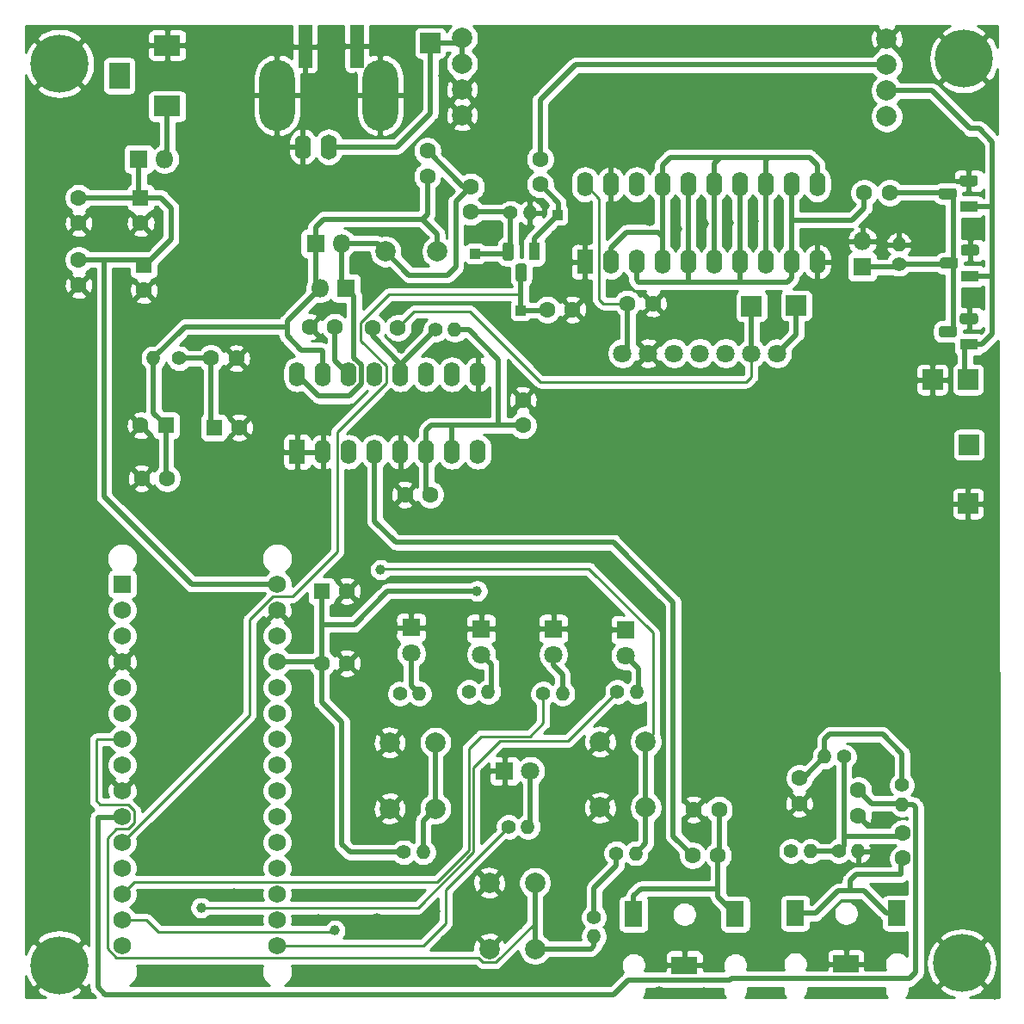
<source format=gbl>
G04 #@! TF.GenerationSoftware,KiCad,Pcbnew,(5.1.9)-1*
G04 #@! TF.CreationDate,2022-03-10T18:33:41-05:00*
G04 #@! TF.ProjectId,ADX,4144582e-6b69-4636-9164-5f7063625858,rev?*
G04 #@! TF.SameCoordinates,Original*
G04 #@! TF.FileFunction,Copper,L2,Bot*
G04 #@! TF.FilePolarity,Positive*
%FSLAX46Y46*%
G04 Gerber Fmt 4.6, Leading zero omitted, Abs format (unit mm)*
G04 Created by KiCad (PCBNEW (5.1.9)-1) date 2022-03-10 18:33:41*
%MOMM*%
%LPD*%
G01*
G04 APERTURE LIST*
G04 #@! TA.AperFunction,ComponentPad*
%ADD10R,2.000000X2.000000*%
G04 #@! TD*
G04 #@! TA.AperFunction,ComponentPad*
%ADD11C,2.000000*%
G04 #@! TD*
G04 #@! TA.AperFunction,ComponentPad*
%ADD12O,1.400000X1.400000*%
G04 #@! TD*
G04 #@! TA.AperFunction,ComponentPad*
%ADD13C,1.400000*%
G04 #@! TD*
G04 #@! TA.AperFunction,ComponentPad*
%ADD14R,1.000000X1.000000*%
G04 #@! TD*
G04 #@! TA.AperFunction,ComponentPad*
%ADD15O,1.800000X1.800000*%
G04 #@! TD*
G04 #@! TA.AperFunction,ComponentPad*
%ADD16R,1.800000X1.800000*%
G04 #@! TD*
G04 #@! TA.AperFunction,ComponentPad*
%ADD17C,1.600000*%
G04 #@! TD*
G04 #@! TA.AperFunction,ComponentPad*
%ADD18R,1.600000X1.600000*%
G04 #@! TD*
G04 #@! TA.AperFunction,ComponentPad*
%ADD19R,1.727200X1.727200*%
G04 #@! TD*
G04 #@! TA.AperFunction,ComponentPad*
%ADD20C,1.727200*%
G04 #@! TD*
G04 #@! TA.AperFunction,ComponentPad*
%ADD21O,1.600000X2.400000*%
G04 #@! TD*
G04 #@! TA.AperFunction,ComponentPad*
%ADD22R,1.600000X2.400000*%
G04 #@! TD*
G04 #@! TA.AperFunction,ComponentPad*
%ADD23C,1.800000*%
G04 #@! TD*
G04 #@! TA.AperFunction,ComponentPad*
%ADD24R,1.100000X1.800000*%
G04 #@! TD*
G04 #@! TA.AperFunction,ComponentPad*
%ADD25R,1.800000X1.100000*%
G04 #@! TD*
G04 #@! TA.AperFunction,ComponentPad*
%ADD26O,1.600000X2.500000*%
G04 #@! TD*
G04 #@! TA.AperFunction,ComponentPad*
%ADD27O,3.500000X7.000000*%
G04 #@! TD*
G04 #@! TA.AperFunction,ComponentPad*
%ADD28R,2.600000X2.000000*%
G04 #@! TD*
G04 #@! TA.AperFunction,ComponentPad*
%ADD29R,2.000000X2.600000*%
G04 #@! TD*
G04 #@! TA.AperFunction,SMDPad,CuDef*
%ADD30R,1.350000X4.200000*%
G04 #@! TD*
G04 #@! TA.AperFunction,ComponentPad*
%ADD31C,5.700000*%
G04 #@! TD*
G04 #@! TA.AperFunction,ComponentPad*
%ADD32R,2.500000X1.800000*%
G04 #@! TD*
G04 #@! TA.AperFunction,ComponentPad*
%ADD33R,1.800000X2.500000*%
G04 #@! TD*
G04 #@! TA.AperFunction,ViaPad*
%ADD34C,1.000000*%
G04 #@! TD*
G04 #@! TA.AperFunction,Conductor*
%ADD35C,0.500000*%
G04 #@! TD*
G04 #@! TA.AperFunction,Conductor*
%ADD36C,0.250000*%
G04 #@! TD*
G04 #@! TA.AperFunction,Conductor*
%ADD37C,0.254000*%
G04 #@! TD*
G04 #@! TA.AperFunction,Conductor*
%ADD38C,0.100000*%
G04 #@! TD*
G04 APERTURE END LIST*
D10*
X148700000Y-48500000D03*
D11*
X105100000Y-104500000D03*
X109600000Y-104500000D03*
X105100000Y-98000000D03*
X109600000Y-98000000D03*
D12*
X115400000Y-103300000D03*
D13*
X115400000Y-101400000D03*
D14*
X103700000Y-36100000D03*
X108200000Y-41700000D03*
X111800000Y-32300000D03*
D10*
X152300000Y-54900000D03*
X152200000Y-60700000D03*
X99300000Y-15400000D03*
X152200000Y-48500000D03*
X130900000Y-41300000D03*
X135300000Y-41200000D03*
D12*
X101700000Y-43600000D03*
D13*
X99800000Y-43600000D03*
D12*
X109100000Y-32100000D03*
D13*
X107200000Y-32100000D03*
D12*
X145400000Y-35200000D03*
D13*
X145400000Y-37100000D03*
D12*
X98600000Y-95000000D03*
D13*
X96700000Y-95000000D03*
D12*
X119500000Y-95100000D03*
D13*
X117600000Y-95100000D03*
D12*
X119600000Y-79200000D03*
D13*
X117700000Y-79200000D03*
D12*
X112300000Y-79400000D03*
D13*
X110400000Y-79400000D03*
D12*
X105000000Y-79200000D03*
D13*
X103100000Y-79200000D03*
D12*
X98200000Y-79400000D03*
D13*
X96300000Y-79400000D03*
D12*
X108900000Y-92500000D03*
D13*
X107000000Y-92500000D03*
D12*
X145700000Y-90300000D03*
D13*
X145700000Y-88400000D03*
D12*
X138100000Y-85600000D03*
D13*
X140000000Y-85600000D03*
D12*
X141400000Y-94900000D03*
D13*
X139500000Y-94900000D03*
D12*
X136700000Y-94900000D03*
D13*
X134800000Y-94900000D03*
D11*
X99980000Y-35900000D03*
X94900000Y-35900000D03*
D12*
X72060000Y-46400000D03*
D13*
X74600000Y-46400000D03*
D15*
X73140000Y-26800000D03*
D16*
X70600000Y-26800000D03*
D15*
X90540000Y-35100000D03*
D16*
X88000000Y-35100000D03*
D15*
X88460000Y-39500000D03*
D16*
X91000000Y-39500000D03*
D15*
X141800000Y-34860000D03*
D16*
X141800000Y-37400000D03*
D17*
X99000000Y-28500000D03*
X99000000Y-26000000D03*
X80500000Y-53200000D03*
D18*
X78000000Y-53200000D03*
D17*
X80200000Y-46400000D03*
X77700000Y-46400000D03*
X70900000Y-58200000D03*
X73400000Y-58200000D03*
X70800000Y-53000000D03*
D18*
X73300000Y-53000000D03*
D17*
X99300000Y-59800000D03*
X96800000Y-59800000D03*
X96100000Y-43400000D03*
X93600000Y-43400000D03*
X108400000Y-53000000D03*
X108400000Y-50500000D03*
X89900000Y-43300000D03*
X87400000Y-43300000D03*
X103300000Y-29500000D03*
X103300000Y-32000000D03*
X113300000Y-41600000D03*
X110800000Y-41600000D03*
X110100000Y-26800000D03*
X110100000Y-29300000D03*
X71100000Y-39700000D03*
D18*
X71100000Y-37200000D03*
D17*
X64700000Y-39200000D03*
X64700000Y-36700000D03*
X64700000Y-33100000D03*
X64700000Y-30600000D03*
X70800000Y-33100000D03*
D18*
X70800000Y-30600000D03*
D17*
X142000000Y-30100000D03*
X144500000Y-30100000D03*
X121200000Y-41000000D03*
X118700000Y-41000000D03*
X125100000Y-95300000D03*
X127600000Y-95300000D03*
X125200000Y-90800000D03*
X127700000Y-90800000D03*
X141400000Y-91400000D03*
X141400000Y-88900000D03*
X135600000Y-90200000D03*
X135600000Y-87700000D03*
X145800000Y-95600000D03*
X145800000Y-93100000D03*
X91100000Y-76400000D03*
X88600000Y-76400000D03*
X91100000Y-69300000D03*
D18*
X88600000Y-69300000D03*
D19*
X68980000Y-68630000D03*
D20*
X68980000Y-71170000D03*
X68980000Y-73710000D03*
X68980000Y-76250000D03*
X68980000Y-78790000D03*
X68980000Y-81330000D03*
X68980000Y-83870000D03*
X68980000Y-86410000D03*
X68980000Y-88950000D03*
X68980000Y-91490000D03*
X68980000Y-94030000D03*
X68980000Y-96570000D03*
X68980000Y-99110000D03*
X68980000Y-101650000D03*
X68980000Y-104190000D03*
X84220000Y-104190000D03*
X84220000Y-101650000D03*
X84220000Y-99110000D03*
X84220000Y-96570000D03*
X84220000Y-94030000D03*
X84220000Y-91490000D03*
X84220000Y-88950000D03*
X84220000Y-86410000D03*
X84220000Y-83870000D03*
X84220000Y-81330000D03*
X84220000Y-78790000D03*
X84220000Y-76250000D03*
X84220000Y-73710000D03*
X84220000Y-71170000D03*
X84220000Y-68630000D03*
D11*
X102420000Y-22500000D03*
X102420000Y-19960000D03*
X102420000Y-17420000D03*
X102420000Y-14880000D03*
X144200000Y-22600000D03*
X144200000Y-20060000D03*
X144200000Y-17520000D03*
X144200000Y-14980000D03*
D21*
X114500000Y-29280000D03*
X137360000Y-36900000D03*
X117040000Y-29280000D03*
X134820000Y-36900000D03*
X119580000Y-29280000D03*
X132280000Y-36900000D03*
X122120000Y-29280000D03*
X129740000Y-36900000D03*
X124660000Y-29280000D03*
X127200000Y-36900000D03*
X127200000Y-29280000D03*
X124660000Y-36900000D03*
X129740000Y-29280000D03*
X122120000Y-36900000D03*
X132280000Y-29280000D03*
X119580000Y-36900000D03*
X134820000Y-29280000D03*
X117040000Y-36900000D03*
X137360000Y-29280000D03*
D22*
X114500000Y-36900000D03*
D23*
X133436000Y-45904000D03*
X130896000Y-45904000D03*
X128356000Y-45904000D03*
X125816000Y-45904000D03*
X123276000Y-45904000D03*
X120736000Y-45904000D03*
X118196000Y-45904000D03*
D21*
X86200000Y-47980000D03*
X103980000Y-55600000D03*
X88740000Y-47980000D03*
X101440000Y-55600000D03*
X91280000Y-47980000D03*
X98900000Y-55600000D03*
X93820000Y-47980000D03*
X96360000Y-55600000D03*
X96360000Y-47980000D03*
X93820000Y-55600000D03*
X98900000Y-47980000D03*
X91280000Y-55600000D03*
X101440000Y-47980000D03*
X88740000Y-55600000D03*
X103980000Y-47980000D03*
D22*
X86200000Y-55600000D03*
D11*
X95300000Y-90700000D03*
X99800000Y-90700000D03*
X95300000Y-84200000D03*
X99800000Y-84200000D03*
X116000000Y-90600000D03*
X120500000Y-90600000D03*
X116000000Y-84100000D03*
X120500000Y-84100000D03*
D24*
X109500000Y-35900000D03*
G04 #@! TA.AperFunction,ComponentPad*
G36*
G01*
X107510000Y-35275000D02*
X107510000Y-36525000D01*
G75*
G02*
X107235000Y-36800000I-275000J0D01*
G01*
X106685000Y-36800000D01*
G75*
G02*
X106410000Y-36525000I0J275000D01*
G01*
X106410000Y-35275000D01*
G75*
G02*
X106685000Y-35000000I275000J0D01*
G01*
X107235000Y-35000000D01*
G75*
G02*
X107510000Y-35275000I0J-275000D01*
G01*
G37*
G04 #@! TD.AperFunction*
G04 #@! TA.AperFunction,ComponentPad*
G36*
G01*
X108780000Y-37345000D02*
X108780000Y-38595000D01*
G75*
G02*
X108505000Y-38870000I-275000J0D01*
G01*
X107955000Y-38870000D01*
G75*
G02*
X107680000Y-38595000I0J275000D01*
G01*
X107680000Y-37345000D01*
G75*
G02*
X107955000Y-37070000I275000J0D01*
G01*
X108505000Y-37070000D01*
G75*
G02*
X108780000Y-37345000I0J-275000D01*
G01*
G37*
G04 #@! TD.AperFunction*
D25*
X152270000Y-31470000D03*
G04 #@! TA.AperFunction,ComponentPad*
G36*
G01*
X152895000Y-29480000D02*
X151645000Y-29480000D01*
G75*
G02*
X151370000Y-29205000I0J275000D01*
G01*
X151370000Y-28655000D01*
G75*
G02*
X151645000Y-28380000I275000J0D01*
G01*
X152895000Y-28380000D01*
G75*
G02*
X153170000Y-28655000I0J-275000D01*
G01*
X153170000Y-29205000D01*
G75*
G02*
X152895000Y-29480000I-275000J0D01*
G01*
G37*
G04 #@! TD.AperFunction*
G04 #@! TA.AperFunction,ComponentPad*
G36*
G01*
X150825000Y-30750000D02*
X149575000Y-30750000D01*
G75*
G02*
X149300000Y-30475000I0J275000D01*
G01*
X149300000Y-29925000D01*
G75*
G02*
X149575000Y-29650000I275000J0D01*
G01*
X150825000Y-29650000D01*
G75*
G02*
X151100000Y-29925000I0J-275000D01*
G01*
X151100000Y-30475000D01*
G75*
G02*
X150825000Y-30750000I-275000J0D01*
G01*
G37*
G04 #@! TD.AperFunction*
X152400000Y-38300000D03*
G04 #@! TA.AperFunction,ComponentPad*
G36*
G01*
X153025000Y-36310000D02*
X151775000Y-36310000D01*
G75*
G02*
X151500000Y-36035000I0J275000D01*
G01*
X151500000Y-35485000D01*
G75*
G02*
X151775000Y-35210000I275000J0D01*
G01*
X153025000Y-35210000D01*
G75*
G02*
X153300000Y-35485000I0J-275000D01*
G01*
X153300000Y-36035000D01*
G75*
G02*
X153025000Y-36310000I-275000J0D01*
G01*
G37*
G04 #@! TD.AperFunction*
G04 #@! TA.AperFunction,ComponentPad*
G36*
G01*
X150955000Y-37580000D02*
X149705000Y-37580000D01*
G75*
G02*
X149430000Y-37305000I0J275000D01*
G01*
X149430000Y-36755000D01*
G75*
G02*
X149705000Y-36480000I275000J0D01*
G01*
X150955000Y-36480000D01*
G75*
G02*
X151230000Y-36755000I0J-275000D01*
G01*
X151230000Y-37305000D01*
G75*
G02*
X150955000Y-37580000I-275000J0D01*
G01*
G37*
G04 #@! TD.AperFunction*
X152300000Y-45040000D03*
G04 #@! TA.AperFunction,ComponentPad*
G36*
G01*
X152925000Y-43050000D02*
X151675000Y-43050000D01*
G75*
G02*
X151400000Y-42775000I0J275000D01*
G01*
X151400000Y-42225000D01*
G75*
G02*
X151675000Y-41950000I275000J0D01*
G01*
X152925000Y-41950000D01*
G75*
G02*
X153200000Y-42225000I0J-275000D01*
G01*
X153200000Y-42775000D01*
G75*
G02*
X152925000Y-43050000I-275000J0D01*
G01*
G37*
G04 #@! TD.AperFunction*
G04 #@! TA.AperFunction,ComponentPad*
G36*
G01*
X150855000Y-44320000D02*
X149605000Y-44320000D01*
G75*
G02*
X149330000Y-44045000I0J275000D01*
G01*
X149330000Y-43495000D01*
G75*
G02*
X149605000Y-43220000I275000J0D01*
G01*
X150855000Y-43220000D01*
G75*
G02*
X151130000Y-43495000I0J-275000D01*
G01*
X151130000Y-44045000D01*
G75*
G02*
X150855000Y-44320000I-275000J0D01*
G01*
G37*
G04 #@! TD.AperFunction*
D26*
X86760000Y-25600000D03*
X89300000Y-25600000D03*
D27*
X94380000Y-20520000D03*
X84220000Y-20520000D03*
D28*
X73400000Y-15600000D03*
X73400000Y-21600000D03*
D29*
X68700000Y-18600000D03*
D30*
X86983800Y-15727000D03*
X92089200Y-15676200D03*
D31*
X62800000Y-17400000D03*
X62800000Y-106100000D03*
X151800000Y-16900000D03*
X151600000Y-105900000D03*
D23*
X118500000Y-75640000D03*
D16*
X118500000Y-73100000D03*
D23*
X111400000Y-75540000D03*
D16*
X111400000Y-73000000D03*
D23*
X104300000Y-75540000D03*
D16*
X104300000Y-73000000D03*
D23*
X97400000Y-75440000D03*
D16*
X97400000Y-72900000D03*
D23*
X109140000Y-87000000D03*
D16*
X106600000Y-87000000D03*
D32*
X124300000Y-106100000D03*
D33*
X129300000Y-101100000D03*
X119300000Y-101100000D03*
D32*
X140200000Y-106000000D03*
D33*
X145200000Y-101000000D03*
X135200000Y-101000000D03*
D34*
X68100000Y-14600000D03*
X112000000Y-35700000D03*
X103700000Y-38400000D03*
X97400000Y-35300000D03*
X93800000Y-38500000D03*
X100400000Y-30600000D03*
X71400000Y-106800000D03*
X79000000Y-106800000D03*
X73300000Y-99800000D03*
X80000000Y-99000000D03*
X121800000Y-108700000D03*
X126200000Y-108800000D03*
X132600000Y-108800000D03*
X138200000Y-108900000D03*
X142500000Y-108800000D03*
X99800000Y-100800000D03*
X98200000Y-102500000D03*
X87700000Y-99100000D03*
X95800000Y-99100000D03*
X94000000Y-101500000D03*
X88300000Y-101600000D03*
X143000000Y-86100000D03*
X153200000Y-40400000D03*
X153400000Y-33700000D03*
X72100000Y-18500000D03*
X76800000Y-18800000D03*
X79500000Y-14600000D03*
X79600000Y-25300000D03*
X80000000Y-19200000D03*
X84200000Y-14700000D03*
X91200000Y-21300000D03*
X87800000Y-21100000D03*
X82200000Y-29500000D03*
X87800000Y-29900000D03*
X95200000Y-29500000D03*
X77800000Y-30700000D03*
X76500000Y-26200000D03*
X70200000Y-24300000D03*
X70200000Y-21200000D03*
X67600000Y-23800000D03*
X64100000Y-23100000D03*
X60600000Y-25900000D03*
X61700000Y-28800000D03*
X61600000Y-31300000D03*
X61300000Y-34900000D03*
X61400000Y-37800000D03*
X61300000Y-40200000D03*
X62700000Y-43500000D03*
X64300000Y-44300000D03*
X67200000Y-32600000D03*
X68100000Y-34800000D03*
X75300000Y-35500000D03*
X81000000Y-35300000D03*
X85000000Y-35300000D03*
X82200000Y-38900000D03*
X85800000Y-39300000D03*
X79300000Y-40300000D03*
X78800000Y-36800000D03*
X76000000Y-40800000D03*
X84500000Y-31600000D03*
X92100000Y-30300000D03*
X97600000Y-21000000D03*
X95800000Y-15000000D03*
X87500000Y-19100000D03*
X90900000Y-19300000D03*
X83600000Y-26100000D03*
X92600000Y-27500000D03*
X100300000Y-24000000D03*
X76800000Y-14800000D03*
X100600000Y-18600000D03*
X104200000Y-26400000D03*
X107500000Y-25000000D03*
X104900000Y-23600000D03*
X108400000Y-21500000D03*
X105200000Y-18400000D03*
X109300000Y-17200000D03*
X105200000Y-15400000D03*
X112100000Y-14700000D03*
X118600000Y-14900000D03*
X117400000Y-20000000D03*
X119600000Y-20200000D03*
X114000000Y-21000000D03*
X113500000Y-24700000D03*
X116500000Y-26700000D03*
X120000000Y-24000000D03*
X120300000Y-26300000D03*
X106000000Y-29500000D03*
X106200000Y-26100000D03*
X116100000Y-15200000D03*
X121800000Y-14600000D03*
X129000000Y-15400000D03*
X136300000Y-14900000D03*
X140800000Y-14900000D03*
X133500000Y-15200000D03*
X123600000Y-20400000D03*
X130600000Y-20300000D03*
X136200000Y-20200000D03*
X139800000Y-20300000D03*
X124000000Y-24600000D03*
X128000000Y-24300000D03*
X132800000Y-24800000D03*
X137200000Y-25100000D03*
X141000000Y-24900000D03*
X143100000Y-26400000D03*
X146200000Y-26300000D03*
X146900000Y-14300000D03*
X151000000Y-25700000D03*
X147700000Y-22800000D03*
X153800000Y-21500000D03*
X150000000Y-28100000D03*
X149300000Y-32700000D03*
X149200000Y-34900000D03*
X147300000Y-32700000D03*
X143400000Y-32700000D03*
X143800000Y-39600000D03*
X148000000Y-39500000D03*
X147800000Y-42600000D03*
X136500000Y-34400000D03*
X139500000Y-36200000D03*
X139900000Y-31100000D03*
X139800000Y-27700000D03*
X138000000Y-39600000D03*
X141000000Y-41200000D03*
X143600000Y-44300000D03*
X144700000Y-49500000D03*
X147600000Y-51600000D03*
X141800000Y-51100000D03*
X139600000Y-47200000D03*
X139700000Y-43800000D03*
X136400000Y-52300000D03*
X133000000Y-51400000D03*
X136300000Y-47700000D03*
X123800000Y-41000000D03*
X125500000Y-42700000D03*
X128400000Y-40600000D03*
X122100000Y-43500000D03*
X116500000Y-43700000D03*
X117300000Y-39400000D03*
X117800000Y-32500000D03*
X120900000Y-32900000D03*
X114200000Y-31800000D03*
X114400000Y-34100000D03*
X111600000Y-38600000D03*
X142400000Y-48600000D03*
X154600000Y-46700000D03*
X154400000Y-51800000D03*
X151100000Y-51700000D03*
X139400000Y-53800000D03*
X144500000Y-53300000D03*
X135900000Y-56500000D03*
X143000000Y-57500000D03*
X147500000Y-56800000D03*
X124100000Y-56100000D03*
X126700000Y-52600000D03*
X128600000Y-53600000D03*
X132300000Y-57400000D03*
X128100000Y-57100000D03*
X117100000Y-51400000D03*
X123900000Y-50800000D03*
X121800000Y-52700000D03*
X120700000Y-50700000D03*
X121800000Y-47500000D03*
X108900000Y-44400000D03*
X112400000Y-44500000D03*
X114600000Y-47000000D03*
X114100000Y-39500000D03*
X112000000Y-46600000D03*
X111400000Y-50600000D03*
X115100000Y-52100000D03*
X105700000Y-63000000D03*
X110000000Y-59600000D03*
X113300000Y-56700000D03*
X117200000Y-56900000D03*
X121000000Y-57500000D03*
X109800000Y-62800000D03*
X115200000Y-61400000D03*
X117800000Y-59200000D03*
X121000000Y-62900000D03*
X126100000Y-61200000D03*
X126600000Y-66400000D03*
X130900000Y-62700000D03*
X135600000Y-60700000D03*
X139200000Y-58500000D03*
X141900000Y-64000000D03*
X146100000Y-60300000D03*
X148300000Y-64700000D03*
X152200000Y-65300000D03*
X154400000Y-60800000D03*
X154400000Y-58300000D03*
X151800000Y-57400000D03*
X154400000Y-54700000D03*
X154400000Y-66500000D03*
X122600000Y-65500000D03*
X127500000Y-73400000D03*
X130500000Y-68500000D03*
X134300000Y-66100000D03*
X137000000Y-63500000D03*
X140900000Y-68800000D03*
X146600000Y-72800000D03*
X145900000Y-66600000D03*
X138200000Y-79000000D03*
X136700000Y-71800000D03*
X137600000Y-67900000D03*
X131600000Y-73900000D03*
X132800000Y-79600000D03*
X136800000Y-75200000D03*
X141900000Y-75900000D03*
X146300000Y-77200000D03*
X152000000Y-75300000D03*
X150200000Y-70600000D03*
X150600000Y-78500000D03*
X141400000Y-72200000D03*
X126300000Y-77400000D03*
X130700000Y-83800000D03*
X126000000Y-83300000D03*
X131200000Y-91000000D03*
X134600000Y-83600000D03*
X142900000Y-79900000D03*
X147800000Y-82400000D03*
X151900000Y-86600000D03*
X153000000Y-81000000D03*
X148500000Y-87000000D03*
X154700000Y-92600000D03*
X149600000Y-94600000D03*
X152100000Y-90500000D03*
X154000000Y-84700000D03*
X137100000Y-104700000D03*
X138400000Y-103300000D03*
X142100000Y-102900000D03*
X143400000Y-105300000D03*
X132600000Y-105700000D03*
X132900000Y-103700000D03*
X129900000Y-96400000D03*
X121800000Y-96600000D03*
X121900000Y-88000000D03*
X118800000Y-93100000D03*
X118800000Y-87800000D03*
X118800000Y-82000000D03*
X118200000Y-85500000D03*
X121600000Y-103400000D03*
X127000000Y-103100000D03*
X121500000Y-106000000D03*
X126900000Y-105900000D03*
X147900000Y-108700000D03*
X154800000Y-109000000D03*
X149200000Y-101800000D03*
X151700000Y-97300000D03*
X153300000Y-102100000D03*
X154200000Y-95500000D03*
X154500000Y-99500000D03*
X94900000Y-81600000D03*
X94800000Y-75700000D03*
X101000000Y-74400000D03*
X101000000Y-72300000D03*
X108300000Y-69100000D03*
X109000000Y-75100000D03*
X114300000Y-80000000D03*
X114900000Y-76500000D03*
X114800000Y-73000000D03*
X112400000Y-69500000D03*
X112400000Y-86400000D03*
X112000000Y-90900000D03*
X111900000Y-94700000D03*
X107800000Y-95800000D03*
X112300000Y-101000000D03*
X114300000Y-96000000D03*
X107800000Y-101200000D03*
X103000000Y-102200000D03*
X87700000Y-90900000D03*
X88000000Y-95700000D03*
X71200000Y-83200000D03*
X72300000Y-87400000D03*
X72800000Y-79300000D03*
X75700000Y-83200000D03*
X78300000Y-79900000D03*
X71400000Y-67700000D03*
X72100000Y-75500000D03*
X76300000Y-74300000D03*
X79700000Y-76100000D03*
X72500000Y-71000000D03*
X75500000Y-66300000D03*
X80200000Y-66400000D03*
X81000000Y-62400000D03*
X85100000Y-61700000D03*
X87800000Y-59100000D03*
X73900000Y-61300000D03*
X79900000Y-59000000D03*
X61600000Y-57600000D03*
X63500000Y-61500000D03*
X60500000Y-70500000D03*
X63700000Y-73000000D03*
X62000000Y-80100000D03*
X63000000Y-81500000D03*
X61000000Y-89400000D03*
X62900000Y-96300000D03*
X61700000Y-101500000D03*
X60500000Y-95000000D03*
X65400000Y-78500000D03*
X61500000Y-75500000D03*
X65000000Y-66300000D03*
X61100000Y-64400000D03*
X74200000Y-93800000D03*
X79400000Y-92500000D03*
X76600000Y-90700000D03*
X81700000Y-95800000D03*
X78200000Y-95900000D03*
X80900000Y-85700000D03*
X88500000Y-84100000D03*
X91400000Y-79900000D03*
X86800000Y-78700000D03*
X86600000Y-73100000D03*
X92000000Y-64100000D03*
X92000000Y-58600000D03*
X97300000Y-62200000D03*
X102600000Y-59900000D03*
X107200000Y-55700000D03*
X94600000Y-52800000D03*
X96000000Y-51900000D03*
X101200000Y-51000000D03*
X103700000Y-51000000D03*
X85700000Y-50900000D03*
X89100000Y-52600000D03*
X83100000Y-45000000D03*
X83300000Y-51500000D03*
X83100000Y-58000000D03*
X79400000Y-49400000D03*
X83100000Y-48600000D03*
X74000000Y-48900000D03*
X75700000Y-56500000D03*
X75900000Y-51300000D03*
X69800000Y-42400000D03*
X69200000Y-46000000D03*
X69700000Y-48700000D03*
X69000000Y-56300000D03*
X71800000Y-61200000D03*
X60400000Y-46000000D03*
X62700000Y-50600000D03*
X64700000Y-55700000D03*
X61600000Y-54300000D03*
X72900000Y-42600000D03*
X89000000Y-41600000D03*
X95700000Y-41400000D03*
X104500000Y-41300000D03*
X106600000Y-43200000D03*
X109500000Y-40000000D03*
X144100000Y-98500000D03*
X87700000Y-107200000D03*
X91200000Y-107200000D03*
X95300000Y-107200000D03*
X99300000Y-107200000D03*
X112100000Y-107000000D03*
X107200000Y-107300000D03*
X105000000Y-100900000D03*
X75500000Y-107200000D03*
X125500000Y-14900000D03*
X127300000Y-20500000D03*
X147300000Y-17900000D03*
X107500000Y-14600000D03*
X65700000Y-26700000D03*
X64200000Y-92400000D03*
X64700000Y-86800000D03*
X60600000Y-84700000D03*
X126400000Y-87600000D03*
X116700000Y-66400000D03*
X120300000Y-70000000D03*
X103400000Y-65900000D03*
X113000000Y-65900000D03*
X115700000Y-70200000D03*
X138300000Y-88400000D03*
X138200000Y-92400000D03*
X135800000Y-92600000D03*
X131400000Y-87300000D03*
X132200000Y-94900000D03*
X149500000Y-91400000D03*
X105100000Y-34400000D03*
X133200000Y-43300000D03*
X126200000Y-33200000D03*
X128700000Y-33100000D03*
X131100000Y-32900000D03*
X133600000Y-33000000D03*
X123600000Y-33700000D03*
X96400000Y-45400000D03*
X146400000Y-45300000D03*
X149300000Y-45900000D03*
X149200000Y-52900000D03*
X103900000Y-69300000D03*
X89900000Y-102700000D03*
X76738601Y-100461399D03*
X94400000Y-67200000D03*
D35*
X74600000Y-46400000D02*
X77700000Y-46400000D01*
X77700000Y-52900000D02*
X78000000Y-53200000D01*
X77700000Y-46400000D02*
X77700000Y-52900000D01*
X118700000Y-45400000D02*
X118196000Y-45904000D01*
X118700000Y-41000000D02*
X118700000Y-45400000D01*
X117600000Y-95100000D02*
X117600000Y-96300000D01*
X115400000Y-98500000D02*
X115400000Y-101400000D01*
X117600000Y-96300000D02*
X115400000Y-98500000D01*
X88450000Y-76250000D02*
X88600000Y-76400000D01*
X84220000Y-76250000D02*
X88450000Y-76250000D01*
X88600000Y-80200000D02*
X88600000Y-76400000D01*
X90600000Y-82200000D02*
X88600000Y-80200000D01*
X90600000Y-94200000D02*
X90600000Y-82200000D01*
X91400000Y-95000000D02*
X90600000Y-94200000D01*
X96700000Y-95000000D02*
X91400000Y-95000000D01*
X103900000Y-69300000D02*
X95100000Y-69300000D01*
X91800000Y-72600000D02*
X88600000Y-72600000D01*
X95100000Y-69300000D02*
X91800000Y-72600000D01*
X88600000Y-72600000D02*
X88600000Y-76400000D01*
X88600000Y-69300000D02*
X88600000Y-72600000D01*
D36*
X115914990Y-30694990D02*
X115914990Y-40614990D01*
X114500000Y-29280000D02*
X115914990Y-30694990D01*
X116300000Y-41000000D02*
X118700000Y-41000000D01*
X115914990Y-40614990D02*
X116300000Y-41000000D01*
D35*
X127700000Y-95200000D02*
X127600000Y-95300000D01*
X127700000Y-90800000D02*
X127700000Y-95200000D01*
X127600000Y-99400000D02*
X129300000Y-101100000D01*
X119300000Y-101100000D02*
X119300000Y-99300000D01*
X120000000Y-98600000D02*
X127600000Y-98600000D01*
X119300000Y-99300000D02*
X120000000Y-98600000D01*
X127600000Y-98600000D02*
X127600000Y-99400000D01*
X127600000Y-95300000D02*
X127600000Y-98600000D01*
X141400000Y-88900000D02*
X142700000Y-90200000D01*
X145600000Y-90200000D02*
X145700000Y-90300000D01*
X142700000Y-90200000D02*
X145600000Y-90200000D01*
X145700000Y-90300000D02*
X146800000Y-90300000D01*
X147050001Y-90550001D02*
X147050001Y-106850001D01*
X146800000Y-90300000D02*
X147050001Y-90550001D01*
X118795999Y-107549999D02*
X117345998Y-109000000D01*
X128795999Y-107549999D02*
X118795999Y-107549999D01*
X128895999Y-107449999D02*
X128795999Y-107549999D01*
X117345998Y-109000000D02*
X67300000Y-109000000D01*
X67300000Y-109000000D02*
X66600000Y-108300000D01*
X66600000Y-108300000D02*
X66600000Y-91600000D01*
X68870000Y-91600000D02*
X68980000Y-91490000D01*
X66600000Y-91600000D02*
X68870000Y-91600000D01*
X146450003Y-107449999D02*
X128895999Y-107449999D01*
X147050001Y-106850001D02*
X146450003Y-107449999D01*
X125100000Y-95300000D02*
X123200000Y-93400000D01*
X123200000Y-93400000D02*
X123200000Y-70400000D01*
X123200000Y-70400000D02*
X117300000Y-64500000D01*
X117300000Y-64500000D02*
X95900000Y-64500000D01*
X93820000Y-62420000D02*
X93820000Y-55600000D01*
X95900000Y-64500000D02*
X93820000Y-62420000D01*
X102500000Y-29500000D02*
X103300000Y-29500000D01*
X99000000Y-26000000D02*
X102500000Y-29500000D01*
X94900000Y-35900000D02*
X97200000Y-38200000D01*
X97200000Y-38200000D02*
X101000000Y-38200000D01*
X101000000Y-38200000D02*
X101800000Y-37400000D01*
X101800000Y-31000000D02*
X103300000Y-29500000D01*
X101800000Y-37400000D02*
X101800000Y-31000000D01*
X90540000Y-39040000D02*
X91000000Y-39500000D01*
X90540000Y-35100000D02*
X90540000Y-39040000D01*
X94100000Y-35100000D02*
X94900000Y-35900000D01*
X90540000Y-35100000D02*
X94100000Y-35100000D01*
X92530010Y-48897771D02*
X91327781Y-50100000D01*
X92530010Y-47062229D02*
X92530010Y-48897771D01*
X91797771Y-46329990D02*
X92530010Y-47062229D01*
X91797771Y-40297771D02*
X91797771Y-46329990D01*
X91000000Y-39500000D02*
X91797771Y-40297771D01*
X88320000Y-50100000D02*
X86200000Y-47980000D01*
X91327781Y-50100000D02*
X88320000Y-50100000D01*
X107100000Y-32000000D02*
X107200000Y-32100000D01*
X103300000Y-32000000D02*
X107100000Y-32000000D01*
X107200000Y-36060000D02*
X106960000Y-36300000D01*
X107200000Y-32100000D02*
X107200000Y-36060000D01*
X106760000Y-36100000D02*
X106960000Y-36300000D01*
X103700000Y-36100000D02*
X106760000Y-36100000D01*
X70600000Y-30400000D02*
X70800000Y-30600000D01*
X70600000Y-26800000D02*
X70600000Y-30400000D01*
X64700000Y-30600000D02*
X70800000Y-30600000D01*
X70600000Y-36700000D02*
X71100000Y-37200000D01*
X71100000Y-37200000D02*
X71300000Y-37200000D01*
X71300000Y-37200000D02*
X73800000Y-34700000D01*
X73800000Y-34700000D02*
X73800000Y-31600000D01*
X72800000Y-30600000D02*
X70800000Y-30600000D01*
X73800000Y-31600000D02*
X72800000Y-30600000D01*
X84220000Y-68630000D02*
X75830000Y-68630000D01*
X75830000Y-68630000D02*
X67200000Y-60000000D01*
X67200000Y-60000000D02*
X67200000Y-36700000D01*
X67200000Y-36700000D02*
X70600000Y-36700000D01*
X64700000Y-36700000D02*
X67200000Y-36700000D01*
X110100000Y-26800000D02*
X110100000Y-21000000D01*
X113580000Y-17520000D02*
X144200000Y-17520000D01*
X110100000Y-21000000D02*
X113580000Y-17520000D01*
X108200000Y-37600000D02*
X108230000Y-37570000D01*
X110700000Y-41700000D02*
X110800000Y-41600000D01*
X108200000Y-41700000D02*
X110700000Y-41700000D01*
D36*
X68980000Y-94030000D02*
X81500000Y-81510000D01*
X83812269Y-69818601D02*
X85781399Y-69818601D01*
X81500000Y-72130870D02*
X83812269Y-69818601D01*
X81500000Y-81510000D02*
X81500000Y-72130870D01*
X95234998Y-40100000D02*
X108200000Y-40100000D01*
X92474999Y-42859999D02*
X95234998Y-40100000D01*
X92474999Y-44643995D02*
X92474999Y-42859999D01*
X94945010Y-47114006D02*
X92474999Y-44643995D01*
X94945010Y-48845994D02*
X94945010Y-47114006D01*
X90154990Y-53636014D02*
X94945010Y-48845994D01*
X90154990Y-65445010D02*
X90154990Y-53636014D01*
X85781399Y-69818601D02*
X90154990Y-65445010D01*
D35*
X108200000Y-40100000D02*
X108200000Y-37600000D01*
X108200000Y-41700000D02*
X108200000Y-40100000D01*
X130900000Y-45900000D02*
X130896000Y-45904000D01*
X130900000Y-41300000D02*
X130900000Y-45900000D01*
D36*
X96100000Y-43400000D02*
X97700000Y-41800000D01*
X97700000Y-41800000D02*
X103200000Y-41800000D01*
X103200000Y-41800000D02*
X110100000Y-48700000D01*
X110100000Y-48700000D02*
X130400000Y-48700000D01*
X130896000Y-48204000D02*
X130896000Y-45904000D01*
X130400000Y-48700000D02*
X130896000Y-48204000D01*
D35*
X96360000Y-47980000D02*
X96360000Y-46960000D01*
X93600000Y-44200000D02*
X93600000Y-43400000D01*
X96360000Y-46960000D02*
X93600000Y-44200000D01*
X96360000Y-47040000D02*
X99800000Y-43600000D01*
X96360000Y-47980000D02*
X96360000Y-47040000D01*
X109140000Y-92260000D02*
X108900000Y-92500000D01*
X109140000Y-87000000D02*
X109140000Y-92260000D01*
X97400000Y-78600000D02*
X98200000Y-79400000D01*
X97400000Y-75440000D02*
X97400000Y-78600000D01*
X104300000Y-75540000D02*
X105300000Y-76540000D01*
X105300000Y-78900000D02*
X105000000Y-79200000D01*
X105300000Y-76540000D02*
X105300000Y-78900000D01*
X111400000Y-75540000D02*
X111400000Y-76600000D01*
X112300000Y-77500000D02*
X112300000Y-79400000D01*
X111400000Y-76600000D02*
X112300000Y-77500000D01*
X118500000Y-75640000D02*
X119800000Y-76940000D01*
X119800000Y-79000000D02*
X119600000Y-79200000D01*
X119800000Y-76940000D02*
X119800000Y-79000000D01*
X73400000Y-26540000D02*
X73140000Y-26800000D01*
X73400000Y-21600000D02*
X73400000Y-26540000D01*
X102420000Y-14880000D02*
X102420000Y-17420000D01*
X101900000Y-15400000D02*
X102420000Y-14880000D01*
X99300000Y-15400000D02*
X101900000Y-15400000D01*
X99300000Y-15400000D02*
X99300000Y-22300000D01*
X96000000Y-25600000D02*
X89300000Y-25600000D01*
X99300000Y-22300000D02*
X96000000Y-25600000D01*
X144200000Y-20060000D02*
X148660000Y-20060000D01*
X148660000Y-20060000D02*
X152400000Y-23800000D01*
X153300000Y-23800000D02*
X154600000Y-25100000D01*
X152400000Y-23800000D02*
X153300000Y-23800000D01*
X153560000Y-45040000D02*
X151900000Y-45040000D01*
X154600000Y-44000000D02*
X153560000Y-45040000D01*
X154400000Y-38300000D02*
X154600000Y-38500000D01*
X152000000Y-38300000D02*
X154400000Y-38300000D01*
X154600000Y-38500000D02*
X154600000Y-44000000D01*
X154530000Y-31470000D02*
X154600000Y-31400000D01*
X151870000Y-31470000D02*
X154530000Y-31470000D01*
X154600000Y-31400000D02*
X154600000Y-38500000D01*
X154600000Y-25100000D02*
X154600000Y-31400000D01*
X151900000Y-48200000D02*
X152200000Y-48500000D01*
X151900000Y-45040000D02*
X151900000Y-48200000D01*
D36*
X107000000Y-92500000D02*
X100800000Y-98700000D01*
X100800000Y-98700000D02*
X100800000Y-102000000D01*
X98610000Y-104190000D02*
X84220000Y-104190000D01*
X100800000Y-102000000D02*
X98610000Y-104190000D01*
X89761399Y-102838601D02*
X72538601Y-102838601D01*
X89900000Y-102700000D02*
X89761399Y-102838601D01*
X71350000Y-101650000D02*
X68980000Y-101650000D01*
X72538601Y-102838601D02*
X71350000Y-101650000D01*
X70168601Y-97921399D02*
X99978601Y-97921399D01*
X68980000Y-99110000D02*
X70168601Y-97921399D01*
X99978601Y-97921399D02*
X103100000Y-94800000D01*
X103100000Y-94800000D02*
X103100000Y-84800000D01*
X103100000Y-84800000D02*
X104300000Y-83600000D01*
X104300000Y-83600000D02*
X109100000Y-83600000D01*
X110400000Y-82300000D02*
X110400000Y-79400000D01*
X109100000Y-83600000D02*
X110400000Y-82300000D01*
X103550009Y-94986401D02*
X98075011Y-100461399D01*
X103550010Y-86649990D02*
X103550009Y-94986401D01*
X98075011Y-100461399D02*
X76738601Y-100461399D01*
X106149990Y-84050010D02*
X103550010Y-86649990D01*
X112849990Y-84050010D02*
X106149990Y-84050010D01*
X117700000Y-79200000D02*
X112849990Y-84050010D01*
X76738601Y-100461399D02*
X76738601Y-100461399D01*
D35*
X120500000Y-84100000D02*
X120500000Y-90600000D01*
X120500000Y-94100000D02*
X119500000Y-95100000D01*
X120500000Y-90600000D02*
X120500000Y-94100000D01*
D36*
X120500000Y-84100000D02*
X121200000Y-83400000D01*
X121200000Y-73414998D02*
X114885002Y-67100000D01*
X121200000Y-83400000D02*
X121200000Y-73414998D01*
X114885002Y-67100000D02*
X94300000Y-67100000D01*
D35*
X98600000Y-91900000D02*
X99800000Y-90700000D01*
X98600000Y-95000000D02*
X98600000Y-91900000D01*
X99800000Y-90700000D02*
X99800000Y-84200000D01*
X121700000Y-34000000D02*
X122120000Y-34420000D01*
X118600000Y-34000000D02*
X121700000Y-34000000D01*
X122120000Y-34420000D02*
X122120000Y-36900000D01*
X117040000Y-35560000D02*
X118600000Y-34000000D01*
X117040000Y-36900000D02*
X117040000Y-35560000D01*
X122120000Y-29280000D02*
X122120000Y-34420000D01*
X127200000Y-29280000D02*
X127200000Y-36900000D01*
X132280000Y-29280000D02*
X132280000Y-36900000D01*
X137360000Y-29280000D02*
X137360000Y-27360000D01*
X137360000Y-27360000D02*
X136600000Y-26600000D01*
X122120000Y-27380000D02*
X122120000Y-29280000D01*
X122900000Y-26600000D02*
X122120000Y-27380000D01*
X127200000Y-27200000D02*
X127800000Y-26600000D01*
X127200000Y-29280000D02*
X127200000Y-27200000D01*
X127800000Y-26600000D02*
X122900000Y-26600000D01*
X132280000Y-29280000D02*
X132280000Y-26920000D01*
X132600000Y-26600000D02*
X127800000Y-26600000D01*
X132280000Y-26920000D02*
X132600000Y-26600000D01*
X136600000Y-26600000D02*
X132600000Y-26600000D01*
X135300000Y-44040000D02*
X133436000Y-45904000D01*
X135300000Y-41200000D02*
X135300000Y-44040000D01*
X109600000Y-98000000D02*
X109600000Y-104500000D01*
X109600000Y-104500000D02*
X115100000Y-104500000D01*
X115400000Y-104200000D02*
X115400000Y-103300000D01*
X115100000Y-104500000D02*
X115400000Y-104200000D01*
D36*
X66530000Y-83870000D02*
X68980000Y-83870000D01*
X66400000Y-84000000D02*
X66530000Y-83870000D01*
X66400000Y-89900000D02*
X66400000Y-84000000D01*
X109600000Y-98000000D02*
X109600000Y-101961002D01*
X109600000Y-101961002D02*
X105736001Y-105825001D01*
X105736001Y-105825001D02*
X104463999Y-105825001D01*
X66801399Y-90301399D02*
X66400000Y-89900000D01*
X67500000Y-93600000D02*
X68421399Y-92678601D01*
X104017599Y-105378601D02*
X68409471Y-105378601D01*
X69550529Y-92678601D02*
X70168601Y-92060529D01*
X68409471Y-105378601D02*
X67500000Y-104469130D01*
X67500000Y-104469130D02*
X67500000Y-93600000D01*
X70168601Y-92060529D02*
X70168601Y-90919471D01*
X70168601Y-90919471D02*
X69550529Y-90301399D01*
X104463999Y-105825001D02*
X104017599Y-105378601D01*
X68421399Y-92678601D02*
X69550529Y-92678601D01*
X69550529Y-90301399D02*
X66801399Y-90301399D01*
D35*
X145800000Y-100400000D02*
X145200000Y-101000000D01*
X145200000Y-101000000D02*
X144200000Y-101000000D01*
X144200000Y-101000000D02*
X142000000Y-98800000D01*
X137200000Y-101000000D02*
X135200000Y-101000000D01*
X139400000Y-98800000D02*
X137200000Y-101000000D01*
X140600000Y-98800000D02*
X140600000Y-97800000D01*
X142000000Y-98800000D02*
X140600000Y-98800000D01*
X140600000Y-98800000D02*
X139400000Y-98800000D01*
X140600000Y-97800000D02*
X141200000Y-97200000D01*
X141200000Y-97200000D02*
X145600000Y-97200000D01*
X145600000Y-95800000D02*
X145800000Y-95600000D01*
X145600000Y-97200000D02*
X145600000Y-95800000D01*
X140000000Y-94400000D02*
X139500000Y-94900000D01*
X145500000Y-93400000D02*
X145800000Y-93100000D01*
X140000000Y-93400000D02*
X145500000Y-93400000D01*
X140000000Y-85600000D02*
X140000000Y-93400000D01*
X140000000Y-93400000D02*
X140000000Y-94400000D01*
X136700000Y-94900000D02*
X139500000Y-94900000D01*
X136000000Y-87700000D02*
X138100000Y-85600000D01*
X135600000Y-87700000D02*
X136000000Y-87700000D01*
X138100000Y-85600000D02*
X138100000Y-83900000D01*
X138100000Y-83900000D02*
X138600000Y-83400000D01*
X138600000Y-83400000D02*
X143800000Y-83400000D01*
X145700000Y-85300000D02*
X145700000Y-88400000D01*
X143800000Y-83400000D02*
X145700000Y-85300000D01*
X73300000Y-58100000D02*
X73400000Y-58200000D01*
X73300000Y-53000000D02*
X73300000Y-58100000D01*
X88000000Y-39040000D02*
X88460000Y-39500000D01*
X88000000Y-35100000D02*
X88000000Y-39040000D01*
X88000000Y-35100000D02*
X88000000Y-33500000D01*
X88000000Y-33500000D02*
X88800000Y-32700000D01*
X88800000Y-32700000D02*
X98500000Y-32700000D01*
X99980000Y-34180000D02*
X99980000Y-35900000D01*
X98500000Y-32700000D02*
X99980000Y-34180000D01*
X99000000Y-32200000D02*
X98500000Y-32700000D01*
X99000000Y-28500000D02*
X99000000Y-32200000D01*
X88460000Y-39500000D02*
X85200000Y-42760000D01*
X85200000Y-44200000D02*
X86600000Y-45600000D01*
X86600000Y-45600000D02*
X88600000Y-45600000D01*
X88740000Y-45740000D02*
X88740000Y-47980000D01*
X88600000Y-45600000D02*
X88740000Y-45740000D01*
X98900000Y-53500000D02*
X98900000Y-55600000D01*
X99400000Y-53000000D02*
X98900000Y-53500000D01*
X98900000Y-59400000D02*
X99300000Y-59800000D01*
X98900000Y-55600000D02*
X98900000Y-59400000D01*
X101440000Y-53160000D02*
X101600000Y-53000000D01*
X101440000Y-55600000D02*
X101440000Y-53160000D01*
X101600000Y-53000000D02*
X99400000Y-53000000D01*
X106000000Y-53000000D02*
X106000000Y-46500000D01*
X108400000Y-53000000D02*
X106000000Y-53000000D01*
X106000000Y-53000000D02*
X101600000Y-53000000D01*
X103100000Y-43600000D02*
X101700000Y-43600000D01*
X106000000Y-46500000D02*
X103100000Y-43600000D01*
X72060000Y-51760000D02*
X73300000Y-53000000D01*
X72060000Y-46400000D02*
X72060000Y-51760000D01*
X75160000Y-43300000D02*
X85200000Y-43300000D01*
X72060000Y-46400000D02*
X75160000Y-43300000D01*
X85200000Y-43300000D02*
X85200000Y-44200000D01*
X85200000Y-42760000D02*
X85200000Y-43300000D01*
X89900000Y-46600000D02*
X91280000Y-47980000D01*
X89900000Y-43300000D02*
X89900000Y-46600000D01*
X109500000Y-34600000D02*
X111800000Y-32300000D01*
X109500000Y-36300000D02*
X109500000Y-34600000D01*
X110100000Y-29300000D02*
X111900000Y-31100000D01*
X111900000Y-32200000D02*
X111800000Y-32300000D01*
X111900000Y-31100000D02*
X111900000Y-32200000D01*
X129740000Y-29280000D02*
X129740000Y-36900000D01*
X124660000Y-29280000D02*
X124660000Y-36900000D01*
X140820000Y-32780000D02*
X142000000Y-31600000D01*
X134820000Y-32780000D02*
X140820000Y-32780000D01*
X142000000Y-31600000D02*
X142000000Y-30100000D01*
X134820000Y-29280000D02*
X134820000Y-32780000D01*
X134820000Y-32780000D02*
X134820000Y-36900000D01*
X119580000Y-36900000D02*
X119580000Y-38680000D01*
X119580000Y-38680000D02*
X119800000Y-38900000D01*
X134820000Y-38480000D02*
X134820000Y-36900000D01*
X134400000Y-38900000D02*
X134820000Y-38480000D01*
X129740000Y-38860000D02*
X129700000Y-38900000D01*
X129740000Y-36900000D02*
X129740000Y-38860000D01*
X129700000Y-38900000D02*
X134400000Y-38900000D01*
X124660000Y-38860000D02*
X124700000Y-38900000D01*
X124660000Y-36900000D02*
X124660000Y-38860000D01*
X124700000Y-38900000D02*
X129700000Y-38900000D01*
X119800000Y-38900000D02*
X124700000Y-38900000D01*
X145100000Y-37400000D02*
X145400000Y-37100000D01*
X141800000Y-37400000D02*
X145100000Y-37400000D01*
X150660000Y-37100000D02*
X150730000Y-37030000D01*
X145400000Y-37100000D02*
X150660000Y-37100000D01*
X150730000Y-43670000D02*
X150630000Y-43770000D01*
X150730000Y-37030000D02*
X150730000Y-43670000D01*
X150730000Y-30330000D02*
X150600000Y-30200000D01*
X150730000Y-37030000D02*
X150730000Y-30330000D01*
X150500000Y-30100000D02*
X150600000Y-30200000D01*
X144500000Y-30100000D02*
X150500000Y-30100000D01*
D37*
X133965000Y-108378363D02*
X133965000Y-108621637D01*
X134012460Y-108860236D01*
X134105557Y-109084992D01*
X134240713Y-109287267D01*
X134268446Y-109315000D01*
X130307574Y-109315000D01*
X130394443Y-109184992D01*
X130487540Y-108960236D01*
X130535000Y-108721637D01*
X130535000Y-108478363D01*
X130506483Y-108334999D01*
X133973626Y-108334999D01*
X133965000Y-108378363D01*
G04 #@! TA.AperFunction,Conductor*
D38*
G36*
X133965000Y-108378363D02*
G01*
X133965000Y-108621637D01*
X134012460Y-108860236D01*
X134105557Y-109084992D01*
X134240713Y-109287267D01*
X134268446Y-109315000D01*
X130307574Y-109315000D01*
X130394443Y-109184992D01*
X130487540Y-108960236D01*
X130535000Y-108721637D01*
X130535000Y-108478363D01*
X130506483Y-108334999D01*
X133973626Y-108334999D01*
X133965000Y-108378363D01*
G37*
G04 #@! TD.AperFunction*
D37*
X143385363Y-31014759D02*
X143585241Y-31214637D01*
X143820273Y-31371680D01*
X144081426Y-31479853D01*
X144358665Y-31535000D01*
X144641335Y-31535000D01*
X144918574Y-31479853D01*
X145179727Y-31371680D01*
X145414759Y-31214637D01*
X145614637Y-31014759D01*
X145634521Y-30985000D01*
X148818044Y-30985000D01*
X148929361Y-31120639D01*
X149067724Y-31234192D01*
X149225582Y-31318569D01*
X149396868Y-31370528D01*
X149575000Y-31388072D01*
X149845001Y-31388072D01*
X149845000Y-35841928D01*
X149705000Y-35841928D01*
X149526868Y-35859472D01*
X149355582Y-35911431D01*
X149197724Y-35995808D01*
X149059361Y-36109361D01*
X148972664Y-36215000D01*
X146402975Y-36215000D01*
X146334522Y-36146547D01*
X146466759Y-36002660D01*
X146602853Y-35779123D01*
X146692722Y-35533330D01*
X146570201Y-35327000D01*
X145527000Y-35327000D01*
X145527000Y-35347000D01*
X145273000Y-35347000D01*
X145273000Y-35327000D01*
X144229799Y-35327000D01*
X144107278Y-35533330D01*
X144197147Y-35779123D01*
X144333241Y-36002660D01*
X144465478Y-36146547D01*
X144363038Y-36248987D01*
X144216939Y-36467641D01*
X144197322Y-36515000D01*
X143338072Y-36515000D01*
X143338072Y-36500000D01*
X143325812Y-36375518D01*
X143289502Y-36255820D01*
X143230537Y-36145506D01*
X143151185Y-36048815D01*
X143054494Y-35969463D01*
X142944180Y-35910498D01*
X142917192Y-35902311D01*
X143037962Y-35767573D01*
X143191234Y-35508620D01*
X143291041Y-35224741D01*
X143170992Y-34987000D01*
X141927000Y-34987000D01*
X141927000Y-35007000D01*
X141673000Y-35007000D01*
X141673000Y-34987000D01*
X140429008Y-34987000D01*
X140308959Y-35224741D01*
X140408766Y-35508620D01*
X140562038Y-35767573D01*
X140682808Y-35902311D01*
X140655820Y-35910498D01*
X140545506Y-35969463D01*
X140448815Y-36048815D01*
X140369463Y-36145506D01*
X140310498Y-36255820D01*
X140274188Y-36375518D01*
X140261928Y-36500000D01*
X140261928Y-38300000D01*
X140274188Y-38424482D01*
X140310498Y-38544180D01*
X140369463Y-38654494D01*
X140448815Y-38751185D01*
X140545506Y-38830537D01*
X140655820Y-38889502D01*
X140775518Y-38925812D01*
X140900000Y-38938072D01*
X142700000Y-38938072D01*
X142824482Y-38925812D01*
X142944180Y-38889502D01*
X143054494Y-38830537D01*
X143151185Y-38751185D01*
X143230537Y-38654494D01*
X143289502Y-38544180D01*
X143325812Y-38424482D01*
X143338072Y-38300000D01*
X143338072Y-38285000D01*
X144772322Y-38285000D01*
X145010595Y-38383696D01*
X145268514Y-38435000D01*
X145531486Y-38435000D01*
X145789405Y-38383696D01*
X146032359Y-38283061D01*
X146251013Y-38136962D01*
X146402975Y-37985000D01*
X149101229Y-37985000D01*
X149197724Y-38064192D01*
X149355582Y-38148569D01*
X149526868Y-38200528D01*
X149705000Y-38218072D01*
X149845000Y-38218072D01*
X149845001Y-42581928D01*
X149605000Y-42581928D01*
X149426868Y-42599472D01*
X149255582Y-42651431D01*
X149097724Y-42735808D01*
X148959361Y-42849361D01*
X148845808Y-42987724D01*
X148761431Y-43145582D01*
X148709472Y-43316868D01*
X148691928Y-43495000D01*
X148691928Y-44045000D01*
X148709472Y-44223132D01*
X148761431Y-44394418D01*
X148845808Y-44552276D01*
X148959361Y-44690639D01*
X149097724Y-44804192D01*
X149255582Y-44888569D01*
X149426868Y-44940528D01*
X149605000Y-44958072D01*
X150761928Y-44958072D01*
X150761928Y-45590000D01*
X150774188Y-45714482D01*
X150810498Y-45834180D01*
X150869463Y-45944494D01*
X150948815Y-46041185D01*
X151015000Y-46095502D01*
X151015001Y-46892546D01*
X150955820Y-46910498D01*
X150845506Y-46969463D01*
X150748815Y-47048815D01*
X150669463Y-47145506D01*
X150610498Y-47255820D01*
X150574188Y-47375518D01*
X150561928Y-47500000D01*
X150561928Y-49500000D01*
X150574188Y-49624482D01*
X150610498Y-49744180D01*
X150669463Y-49854494D01*
X150748815Y-49951185D01*
X150845506Y-50030537D01*
X150955820Y-50089502D01*
X151075518Y-50125812D01*
X151200000Y-50138072D01*
X153200000Y-50138072D01*
X153324482Y-50125812D01*
X153444180Y-50089502D01*
X153554494Y-50030537D01*
X153651185Y-49951185D01*
X153730537Y-49854494D01*
X153789502Y-49744180D01*
X153825812Y-49624482D01*
X153838072Y-49500000D01*
X153838072Y-47500000D01*
X153825812Y-47375518D01*
X153789502Y-47255820D01*
X153730537Y-47145506D01*
X153651185Y-47048815D01*
X153554494Y-46969463D01*
X153444180Y-46910498D01*
X153324482Y-46874188D01*
X153200000Y-46861928D01*
X152785000Y-46861928D01*
X152785000Y-46228072D01*
X153200000Y-46228072D01*
X153324482Y-46215812D01*
X153444180Y-46179502D01*
X153554494Y-46120537D01*
X153651185Y-46041185D01*
X153730537Y-45944494D01*
X153750571Y-45907013D01*
X153900313Y-45861589D01*
X154054059Y-45779411D01*
X154188817Y-45668817D01*
X154216534Y-45635044D01*
X155147685Y-44703894D01*
X155214294Y-109315000D01*
X152344886Y-109315000D01*
X152930407Y-109139298D01*
X153536799Y-108817506D01*
X153554243Y-108805850D01*
X153872428Y-108352033D01*
X151600000Y-106079605D01*
X149327572Y-108352033D01*
X149645757Y-108805850D01*
X150250210Y-109131269D01*
X150849422Y-109315000D01*
X146131554Y-109315000D01*
X146159287Y-109287267D01*
X146294443Y-109084992D01*
X146387540Y-108860236D01*
X146435000Y-108621637D01*
X146435000Y-108378363D01*
X146426771Y-108336992D01*
X146450003Y-108339280D01*
X146493472Y-108334999D01*
X146493480Y-108334999D01*
X146623493Y-108322194D01*
X146790316Y-108271588D01*
X146944062Y-108189410D01*
X147078820Y-108078816D01*
X147106537Y-108045043D01*
X147645050Y-107506531D01*
X147678818Y-107478818D01*
X147718549Y-107430407D01*
X147780849Y-107354494D01*
X147789412Y-107344060D01*
X147871590Y-107190314D01*
X147922196Y-107023491D01*
X147935001Y-106893478D01*
X147935001Y-106893467D01*
X147939282Y-106850002D01*
X147935001Y-106806536D01*
X147935001Y-105889510D01*
X148098155Y-105889510D01*
X148163395Y-106572888D01*
X148360702Y-107230407D01*
X148682494Y-107836799D01*
X148694150Y-107854243D01*
X149147967Y-108172428D01*
X151420395Y-105900000D01*
X151779605Y-105900000D01*
X154052033Y-108172428D01*
X154505850Y-107854243D01*
X154831269Y-107249790D01*
X155032512Y-106593465D01*
X155101845Y-105910490D01*
X155036605Y-105227112D01*
X154839298Y-104569593D01*
X154517506Y-103963201D01*
X154505850Y-103945757D01*
X154052033Y-103627572D01*
X151779605Y-105900000D01*
X151420395Y-105900000D01*
X149147967Y-103627572D01*
X148694150Y-103945757D01*
X148368731Y-104550210D01*
X148167488Y-105206535D01*
X148098155Y-105889510D01*
X147935001Y-105889510D01*
X147935001Y-103447967D01*
X149327572Y-103447967D01*
X151600000Y-105720395D01*
X153872428Y-103447967D01*
X153554243Y-102994150D01*
X152949790Y-102668731D01*
X152293465Y-102467488D01*
X151610490Y-102398155D01*
X150927112Y-102463395D01*
X150269593Y-102660702D01*
X149663201Y-102982494D01*
X149645757Y-102994150D01*
X149327572Y-103447967D01*
X147935001Y-103447967D01*
X147935001Y-90593470D01*
X147939282Y-90550001D01*
X147935001Y-90506532D01*
X147935001Y-90506524D01*
X147922196Y-90376511D01*
X147871590Y-90209688D01*
X147789412Y-90055942D01*
X147678818Y-89921184D01*
X147645046Y-89893468D01*
X147456532Y-89704954D01*
X147428817Y-89671183D01*
X147294059Y-89560589D01*
X147140313Y-89478411D01*
X146973490Y-89427805D01*
X146843477Y-89415000D01*
X146843469Y-89415000D01*
X146800000Y-89410719D01*
X146756531Y-89415000D01*
X146702975Y-89415000D01*
X146637975Y-89350000D01*
X146736962Y-89251013D01*
X146883061Y-89032359D01*
X146983696Y-88789405D01*
X147035000Y-88531486D01*
X147035000Y-88268514D01*
X146983696Y-88010595D01*
X146883061Y-87767641D01*
X146736962Y-87548987D01*
X146585000Y-87397025D01*
X146585000Y-85343469D01*
X146589281Y-85300000D01*
X146585000Y-85256531D01*
X146585000Y-85256523D01*
X146572195Y-85126510D01*
X146521589Y-84959687D01*
X146439411Y-84805941D01*
X146392670Y-84748987D01*
X146356532Y-84704953D01*
X146356530Y-84704951D01*
X146328817Y-84671183D01*
X146295050Y-84643471D01*
X144456534Y-82804956D01*
X144428817Y-82771183D01*
X144294059Y-82660589D01*
X144140313Y-82578411D01*
X143973490Y-82527805D01*
X143843477Y-82515000D01*
X143843469Y-82515000D01*
X143800000Y-82510719D01*
X143756531Y-82515000D01*
X138643469Y-82515000D01*
X138600000Y-82510719D01*
X138556531Y-82515000D01*
X138556523Y-82515000D01*
X138426510Y-82527805D01*
X138259687Y-82578411D01*
X138105941Y-82660589D01*
X137971183Y-82771183D01*
X137943466Y-82804956D01*
X137504952Y-83243470D01*
X137471184Y-83271183D01*
X137443471Y-83304951D01*
X137443468Y-83304954D01*
X137360590Y-83405941D01*
X137278412Y-83559687D01*
X137227805Y-83726510D01*
X137210719Y-83900000D01*
X137215001Y-83943479D01*
X137215001Y-84597024D01*
X137063038Y-84748987D01*
X136916939Y-84967641D01*
X136816304Y-85210595D01*
X136765000Y-85468514D01*
X136765000Y-85683421D01*
X136096144Y-86352278D01*
X136018574Y-86320147D01*
X135741335Y-86265000D01*
X135458665Y-86265000D01*
X135181426Y-86320147D01*
X134920273Y-86428320D01*
X134685241Y-86585363D01*
X134485363Y-86785241D01*
X134328320Y-87020273D01*
X134220147Y-87281426D01*
X134165000Y-87558665D01*
X134165000Y-87841335D01*
X134220147Y-88118574D01*
X134328320Y-88379727D01*
X134485363Y-88614759D01*
X134685241Y-88814637D01*
X134885869Y-88948692D01*
X134858486Y-88963329D01*
X134786903Y-89207298D01*
X135600000Y-90020395D01*
X136413097Y-89207298D01*
X136341514Y-88963329D01*
X136312659Y-88949676D01*
X136514759Y-88814637D01*
X136714637Y-88614759D01*
X136871680Y-88379727D01*
X136979853Y-88118574D01*
X137016317Y-87935262D01*
X138016579Y-86935000D01*
X138231486Y-86935000D01*
X138489405Y-86883696D01*
X138732359Y-86783061D01*
X138951013Y-86636962D01*
X139050000Y-86537975D01*
X139115000Y-86602975D01*
X139115001Y-93356513D01*
X139110718Y-93400000D01*
X139115000Y-93443476D01*
X139115000Y-93615428D01*
X139110595Y-93616304D01*
X138867641Y-93716939D01*
X138648987Y-93863038D01*
X138497025Y-94015000D01*
X137702975Y-94015000D01*
X137551013Y-93863038D01*
X137332359Y-93716939D01*
X137089405Y-93616304D01*
X136831486Y-93565000D01*
X136568514Y-93565000D01*
X136310595Y-93616304D01*
X136067641Y-93716939D01*
X135848987Y-93863038D01*
X135750000Y-93962025D01*
X135651013Y-93863038D01*
X135432359Y-93716939D01*
X135189405Y-93616304D01*
X134931486Y-93565000D01*
X134668514Y-93565000D01*
X134410595Y-93616304D01*
X134167641Y-93716939D01*
X133948987Y-93863038D01*
X133763038Y-94048987D01*
X133616939Y-94267641D01*
X133516304Y-94510595D01*
X133465000Y-94768514D01*
X133465000Y-95031486D01*
X133516304Y-95289405D01*
X133616939Y-95532359D01*
X133763038Y-95751013D01*
X133948987Y-95936962D01*
X134167641Y-96083061D01*
X134410595Y-96183696D01*
X134668514Y-96235000D01*
X134931486Y-96235000D01*
X135189405Y-96183696D01*
X135432359Y-96083061D01*
X135651013Y-95936962D01*
X135750000Y-95837975D01*
X135848987Y-95936962D01*
X136067641Y-96083061D01*
X136310595Y-96183696D01*
X136568514Y-96235000D01*
X136831486Y-96235000D01*
X137089405Y-96183696D01*
X137332359Y-96083061D01*
X137551013Y-95936962D01*
X137702975Y-95785000D01*
X138497025Y-95785000D01*
X138648987Y-95936962D01*
X138867641Y-96083061D01*
X139110595Y-96183696D01*
X139368514Y-96235000D01*
X139631486Y-96235000D01*
X139889405Y-96183696D01*
X140132359Y-96083061D01*
X140351013Y-95936962D01*
X140453453Y-95834522D01*
X140597340Y-95966759D01*
X140820877Y-96102853D01*
X141066670Y-96192722D01*
X141273000Y-96070201D01*
X141273000Y-95027000D01*
X141527000Y-95027000D01*
X141527000Y-96070201D01*
X141733330Y-96192722D01*
X141979123Y-96102853D01*
X142202660Y-95966759D01*
X142395351Y-95789670D01*
X142549792Y-95578392D01*
X142660047Y-95341044D01*
X142692716Y-95233329D01*
X142569374Y-95027000D01*
X141527000Y-95027000D01*
X141273000Y-95027000D01*
X141253000Y-95027000D01*
X141253000Y-94773000D01*
X141273000Y-94773000D01*
X141273000Y-94753000D01*
X141527000Y-94753000D01*
X141527000Y-94773000D01*
X142569374Y-94773000D01*
X142692716Y-94566671D01*
X142660047Y-94458956D01*
X142579239Y-94285000D01*
X144990547Y-94285000D01*
X145087827Y-94350000D01*
X144885241Y-94485363D01*
X144685363Y-94685241D01*
X144528320Y-94920273D01*
X144420147Y-95181426D01*
X144365000Y-95458665D01*
X144365000Y-95741335D01*
X144420147Y-96018574D01*
X144528320Y-96279727D01*
X144551889Y-96315000D01*
X141243465Y-96315000D01*
X141199999Y-96310719D01*
X141156533Y-96315000D01*
X141156523Y-96315000D01*
X141026510Y-96327805D01*
X140859687Y-96378411D01*
X140705941Y-96460589D01*
X140705939Y-96460590D01*
X140705940Y-96460590D01*
X140604953Y-96543468D01*
X140604951Y-96543470D01*
X140571183Y-96571183D01*
X140543470Y-96604951D01*
X140004951Y-97143471D01*
X139971184Y-97171183D01*
X139943471Y-97204951D01*
X139943468Y-97204954D01*
X139860590Y-97305941D01*
X139778412Y-97459687D01*
X139727805Y-97626510D01*
X139710719Y-97800000D01*
X139715001Y-97843478D01*
X139715001Y-97915000D01*
X139443469Y-97915000D01*
X139400000Y-97910719D01*
X139356531Y-97915000D01*
X139356523Y-97915000D01*
X139226510Y-97927805D01*
X139059687Y-97978411D01*
X139008180Y-98005942D01*
X138905941Y-98060589D01*
X138804953Y-98143468D01*
X138804951Y-98143470D01*
X138771183Y-98171183D01*
X138743470Y-98204951D01*
X136833422Y-100115000D01*
X136738072Y-100115000D01*
X136738072Y-99750000D01*
X136725812Y-99625518D01*
X136689502Y-99505820D01*
X136630537Y-99395506D01*
X136551185Y-99298815D01*
X136454494Y-99219463D01*
X136344180Y-99160498D01*
X136224482Y-99124188D01*
X136100000Y-99111928D01*
X134300000Y-99111928D01*
X134175518Y-99124188D01*
X134055820Y-99160498D01*
X133945506Y-99219463D01*
X133848815Y-99298815D01*
X133769463Y-99395506D01*
X133710498Y-99505820D01*
X133674188Y-99625518D01*
X133661928Y-99750000D01*
X133661928Y-102250000D01*
X133674188Y-102374482D01*
X133710498Y-102494180D01*
X133769463Y-102604494D01*
X133848815Y-102701185D01*
X133945506Y-102780537D01*
X134055820Y-102839502D01*
X134175518Y-102875812D01*
X134300000Y-102888072D01*
X136100000Y-102888072D01*
X136224482Y-102875812D01*
X136344180Y-102839502D01*
X136454494Y-102780537D01*
X136551185Y-102701185D01*
X136630537Y-102604494D01*
X136689502Y-102494180D01*
X136725812Y-102374482D01*
X136738072Y-102250000D01*
X136738072Y-101885000D01*
X137156531Y-101885000D01*
X137200000Y-101889281D01*
X137243469Y-101885000D01*
X137243477Y-101885000D01*
X137373490Y-101872195D01*
X137540313Y-101821589D01*
X137694059Y-101739411D01*
X137828817Y-101628817D01*
X137856534Y-101595044D01*
X138573215Y-100878363D01*
X138965000Y-100878363D01*
X138965000Y-101121637D01*
X139012460Y-101360236D01*
X139105557Y-101584992D01*
X139240713Y-101787267D01*
X139412733Y-101959287D01*
X139615008Y-102094443D01*
X139839764Y-102187540D01*
X140078363Y-102235000D01*
X140321637Y-102235000D01*
X140560236Y-102187540D01*
X140784992Y-102094443D01*
X140987267Y-101959287D01*
X141159287Y-101787267D01*
X141294443Y-101584992D01*
X141387540Y-101360236D01*
X141435000Y-101121637D01*
X141435000Y-100878363D01*
X141387540Y-100639764D01*
X141294443Y-100415008D01*
X141159287Y-100212733D01*
X140987267Y-100040713D01*
X140784992Y-99905557D01*
X140560236Y-99812460D01*
X140321637Y-99765000D01*
X140078363Y-99765000D01*
X139839764Y-99812460D01*
X139615008Y-99905557D01*
X139412733Y-100040713D01*
X139240713Y-100212733D01*
X139105557Y-100415008D01*
X139012460Y-100639764D01*
X138965000Y-100878363D01*
X138573215Y-100878363D01*
X139766579Y-99685000D01*
X140556523Y-99685000D01*
X140600000Y-99689282D01*
X140643476Y-99685000D01*
X141633422Y-99685000D01*
X143543470Y-101595049D01*
X143571183Y-101628817D01*
X143604951Y-101656530D01*
X143604953Y-101656532D01*
X143650822Y-101694176D01*
X143661928Y-101703290D01*
X143661928Y-102250000D01*
X143674188Y-102374482D01*
X143710498Y-102494180D01*
X143769463Y-102604494D01*
X143848815Y-102701185D01*
X143945506Y-102780537D01*
X144055820Y-102839502D01*
X144175518Y-102875812D01*
X144300000Y-102888072D01*
X146100000Y-102888072D01*
X146165002Y-102881670D01*
X146165002Y-105221286D01*
X146159287Y-105212733D01*
X145987267Y-105040713D01*
X145784992Y-104905557D01*
X145560236Y-104812460D01*
X145321637Y-104765000D01*
X145078363Y-104765000D01*
X144839764Y-104812460D01*
X144615008Y-104905557D01*
X144412733Y-105040713D01*
X144240713Y-105212733D01*
X144105557Y-105415008D01*
X144012460Y-105639764D01*
X143965000Y-105878363D01*
X143965000Y-106121637D01*
X144012460Y-106360236D01*
X144097276Y-106564999D01*
X142086397Y-106564999D01*
X142085000Y-106285750D01*
X141926250Y-106127000D01*
X140327000Y-106127000D01*
X140327000Y-106147000D01*
X140073000Y-106147000D01*
X140073000Y-106127000D01*
X138473750Y-106127000D01*
X138315000Y-106285750D01*
X138313603Y-106564999D01*
X136302724Y-106564999D01*
X136387540Y-106360236D01*
X136435000Y-106121637D01*
X136435000Y-105878363D01*
X136387540Y-105639764D01*
X136294443Y-105415008D01*
X136159287Y-105212733D01*
X136046554Y-105100000D01*
X138311928Y-105100000D01*
X138315000Y-105714250D01*
X138473750Y-105873000D01*
X140073000Y-105873000D01*
X140073000Y-104623750D01*
X140327000Y-104623750D01*
X140327000Y-105873000D01*
X141926250Y-105873000D01*
X142085000Y-105714250D01*
X142088072Y-105100000D01*
X142075812Y-104975518D01*
X142039502Y-104855820D01*
X141980537Y-104745506D01*
X141901185Y-104648815D01*
X141804494Y-104569463D01*
X141694180Y-104510498D01*
X141574482Y-104474188D01*
X141450000Y-104461928D01*
X140485750Y-104465000D01*
X140327000Y-104623750D01*
X140073000Y-104623750D01*
X139914250Y-104465000D01*
X138950000Y-104461928D01*
X138825518Y-104474188D01*
X138705820Y-104510498D01*
X138595506Y-104569463D01*
X138498815Y-104648815D01*
X138419463Y-104745506D01*
X138360498Y-104855820D01*
X138324188Y-104975518D01*
X138311928Y-105100000D01*
X136046554Y-105100000D01*
X135987267Y-105040713D01*
X135784992Y-104905557D01*
X135560236Y-104812460D01*
X135321637Y-104765000D01*
X135078363Y-104765000D01*
X134839764Y-104812460D01*
X134615008Y-104905557D01*
X134412733Y-105040713D01*
X134240713Y-105212733D01*
X134105557Y-105415008D01*
X134012460Y-105639764D01*
X133965000Y-105878363D01*
X133965000Y-106121637D01*
X134012460Y-106360236D01*
X134097276Y-106564999D01*
X130444146Y-106564999D01*
X130487540Y-106460236D01*
X130535000Y-106221637D01*
X130535000Y-105978363D01*
X130487540Y-105739764D01*
X130394443Y-105515008D01*
X130259287Y-105312733D01*
X130087267Y-105140713D01*
X129884992Y-105005557D01*
X129660236Y-104912460D01*
X129421637Y-104865000D01*
X129178363Y-104865000D01*
X128939764Y-104912460D01*
X128715008Y-105005557D01*
X128512733Y-105140713D01*
X128340713Y-105312733D01*
X128205557Y-105515008D01*
X128112460Y-105739764D01*
X128065000Y-105978363D01*
X128065000Y-106221637D01*
X128112460Y-106460236D01*
X128197276Y-106664999D01*
X126186397Y-106664999D01*
X126185000Y-106385750D01*
X126026250Y-106227000D01*
X124427000Y-106227000D01*
X124427000Y-106247000D01*
X124173000Y-106247000D01*
X124173000Y-106227000D01*
X122573750Y-106227000D01*
X122415000Y-106385750D01*
X122413603Y-106664999D01*
X120402724Y-106664999D01*
X120487540Y-106460236D01*
X120535000Y-106221637D01*
X120535000Y-105978363D01*
X120487540Y-105739764D01*
X120394443Y-105515008D01*
X120259287Y-105312733D01*
X120146554Y-105200000D01*
X122411928Y-105200000D01*
X122415000Y-105814250D01*
X122573750Y-105973000D01*
X124173000Y-105973000D01*
X124173000Y-104723750D01*
X124427000Y-104723750D01*
X124427000Y-105973000D01*
X126026250Y-105973000D01*
X126185000Y-105814250D01*
X126188072Y-105200000D01*
X126175812Y-105075518D01*
X126139502Y-104955820D01*
X126080537Y-104845506D01*
X126001185Y-104748815D01*
X125904494Y-104669463D01*
X125794180Y-104610498D01*
X125674482Y-104574188D01*
X125550000Y-104561928D01*
X124585750Y-104565000D01*
X124427000Y-104723750D01*
X124173000Y-104723750D01*
X124014250Y-104565000D01*
X123050000Y-104561928D01*
X122925518Y-104574188D01*
X122805820Y-104610498D01*
X122695506Y-104669463D01*
X122598815Y-104748815D01*
X122519463Y-104845506D01*
X122460498Y-104955820D01*
X122424188Y-105075518D01*
X122411928Y-105200000D01*
X120146554Y-105200000D01*
X120087267Y-105140713D01*
X119884992Y-105005557D01*
X119660236Y-104912460D01*
X119421637Y-104865000D01*
X119178363Y-104865000D01*
X118939764Y-104912460D01*
X118715008Y-105005557D01*
X118512733Y-105140713D01*
X118340713Y-105312733D01*
X118205557Y-105515008D01*
X118112460Y-105739764D01*
X118065000Y-105978363D01*
X118065000Y-106221637D01*
X118112460Y-106460236D01*
X118205557Y-106684992D01*
X118293891Y-106817194D01*
X118200952Y-106893467D01*
X118200950Y-106893469D01*
X118167182Y-106921182D01*
X118139469Y-106954950D01*
X116979420Y-108115000D01*
X84952790Y-108115000D01*
X84958937Y-108112454D01*
X85214442Y-107941731D01*
X85431731Y-107724442D01*
X85602454Y-107468937D01*
X85720050Y-107185035D01*
X85780000Y-106883647D01*
X85780000Y-106576353D01*
X85720050Y-106274965D01*
X85663566Y-106138601D01*
X103702798Y-106138601D01*
X103900195Y-106335998D01*
X103923998Y-106365002D01*
X103997145Y-106425032D01*
X104039722Y-106459975D01*
X104132728Y-106509688D01*
X104171752Y-106530547D01*
X104315013Y-106574004D01*
X104426666Y-106585001D01*
X104426676Y-106585001D01*
X104463999Y-106588677D01*
X104501322Y-106585001D01*
X105698679Y-106585001D01*
X105736001Y-106588677D01*
X105773323Y-106585001D01*
X105773334Y-106585001D01*
X105884987Y-106574004D01*
X106028248Y-106530547D01*
X106160277Y-106459975D01*
X106276002Y-106365002D01*
X106299805Y-106335998D01*
X107966621Y-104669182D01*
X108027832Y-104976912D01*
X108151082Y-105274463D01*
X108330013Y-105542252D01*
X108557748Y-105769987D01*
X108825537Y-105948918D01*
X109123088Y-106072168D01*
X109438967Y-106135000D01*
X109761033Y-106135000D01*
X110076912Y-106072168D01*
X110374463Y-105948918D01*
X110642252Y-105769987D01*
X110869987Y-105542252D01*
X110975059Y-105385000D01*
X115056531Y-105385000D01*
X115100000Y-105389281D01*
X115143469Y-105385000D01*
X115143477Y-105385000D01*
X115273490Y-105372195D01*
X115440313Y-105321589D01*
X115594059Y-105239411D01*
X115728817Y-105128817D01*
X115756534Y-105095044D01*
X115995045Y-104856533D01*
X116028817Y-104828817D01*
X116139411Y-104694059D01*
X116221589Y-104540313D01*
X116272195Y-104373490D01*
X116278500Y-104309475D01*
X116436962Y-104151013D01*
X116583061Y-103932359D01*
X116683696Y-103689405D01*
X116735000Y-103431486D01*
X116735000Y-103168514D01*
X116683696Y-102910595D01*
X116583061Y-102667641D01*
X116436962Y-102448987D01*
X116337975Y-102350000D01*
X116436962Y-102251013D01*
X116583061Y-102032359D01*
X116683696Y-101789405D01*
X116735000Y-101531486D01*
X116735000Y-101268514D01*
X116683696Y-101010595D01*
X116583061Y-100767641D01*
X116436962Y-100548987D01*
X116285000Y-100397025D01*
X116285000Y-98866578D01*
X118195049Y-96956530D01*
X118228817Y-96928817D01*
X118339411Y-96794059D01*
X118421589Y-96640313D01*
X118472195Y-96473490D01*
X118485000Y-96343477D01*
X118485000Y-96343469D01*
X118489281Y-96300000D01*
X118485000Y-96256531D01*
X118485000Y-96102975D01*
X118550000Y-96037975D01*
X118648987Y-96136962D01*
X118867641Y-96283061D01*
X119110595Y-96383696D01*
X119368514Y-96435000D01*
X119631486Y-96435000D01*
X119889405Y-96383696D01*
X120132359Y-96283061D01*
X120351013Y-96136962D01*
X120536962Y-95951013D01*
X120683061Y-95732359D01*
X120783696Y-95489405D01*
X120835000Y-95231486D01*
X120835000Y-95016579D01*
X121095049Y-94756530D01*
X121128817Y-94728817D01*
X121157343Y-94694059D01*
X121239411Y-94594059D01*
X121321589Y-94440314D01*
X121372195Y-94273490D01*
X121375151Y-94243476D01*
X121385000Y-94143477D01*
X121385000Y-94143469D01*
X121389281Y-94100000D01*
X121385000Y-94056531D01*
X121385000Y-91975059D01*
X121542252Y-91869987D01*
X121769987Y-91642252D01*
X121948918Y-91374463D01*
X122072168Y-91076912D01*
X122135000Y-90761033D01*
X122135000Y-90438967D01*
X122072168Y-90123088D01*
X121948918Y-89825537D01*
X121769987Y-89557748D01*
X121542252Y-89330013D01*
X121385000Y-89224941D01*
X121385000Y-85475059D01*
X121542252Y-85369987D01*
X121769987Y-85142252D01*
X121948918Y-84874463D01*
X122072168Y-84576912D01*
X122135000Y-84261033D01*
X122135000Y-83938967D01*
X122072168Y-83623088D01*
X121960000Y-83352291D01*
X121960000Y-73452321D01*
X121963676Y-73414998D01*
X121960000Y-73377675D01*
X121960000Y-73377665D01*
X121949003Y-73266012D01*
X121905546Y-73122751D01*
X121834974Y-72990722D01*
X121740001Y-72874997D01*
X121711003Y-72851199D01*
X115448806Y-66589003D01*
X115425003Y-66559999D01*
X115309278Y-66465026D01*
X115177249Y-66394454D01*
X115033988Y-66350997D01*
X114922335Y-66340000D01*
X114922324Y-66340000D01*
X114885002Y-66336324D01*
X114847680Y-66340000D01*
X95145132Y-66340000D01*
X95123520Y-66318388D01*
X94937624Y-66194176D01*
X94731067Y-66108617D01*
X94511788Y-66065000D01*
X94288212Y-66065000D01*
X94068933Y-66108617D01*
X93862376Y-66194176D01*
X93676480Y-66318388D01*
X93518388Y-66476480D01*
X93394176Y-66662376D01*
X93308617Y-66868933D01*
X93265000Y-67088212D01*
X93265000Y-67311788D01*
X93308617Y-67531067D01*
X93394176Y-67737624D01*
X93518388Y-67923520D01*
X93676480Y-68081612D01*
X93862376Y-68205824D01*
X94068933Y-68291383D01*
X94288212Y-68335000D01*
X94511788Y-68335000D01*
X94731067Y-68291383D01*
X94937624Y-68205824D01*
X95123520Y-68081612D01*
X95281612Y-67923520D01*
X95324055Y-67860000D01*
X114570201Y-67860000D01*
X118372998Y-71662798D01*
X118372998Y-71723748D01*
X118214250Y-71565000D01*
X117600000Y-71561928D01*
X117475518Y-71574188D01*
X117355820Y-71610498D01*
X117245506Y-71669463D01*
X117148815Y-71748815D01*
X117069463Y-71845506D01*
X117010498Y-71955820D01*
X116974188Y-72075518D01*
X116961928Y-72200000D01*
X116965000Y-72814250D01*
X117123750Y-72973000D01*
X118373000Y-72973000D01*
X118373000Y-72953000D01*
X118627000Y-72953000D01*
X118627000Y-72973000D01*
X118647000Y-72973000D01*
X118647000Y-73227000D01*
X118627000Y-73227000D01*
X118627000Y-73247000D01*
X118373000Y-73247000D01*
X118373000Y-73227000D01*
X117123750Y-73227000D01*
X116965000Y-73385750D01*
X116961928Y-74000000D01*
X116974188Y-74124482D01*
X117010498Y-74244180D01*
X117069463Y-74354494D01*
X117148815Y-74451185D01*
X117245506Y-74530537D01*
X117355820Y-74589502D01*
X117374127Y-74595056D01*
X117307688Y-74661495D01*
X117139701Y-74912905D01*
X117023989Y-75192257D01*
X116965000Y-75488816D01*
X116965000Y-75791184D01*
X117023989Y-76087743D01*
X117139701Y-76367095D01*
X117307688Y-76618505D01*
X117521495Y-76832312D01*
X117772905Y-77000299D01*
X118052257Y-77116011D01*
X118348816Y-77175000D01*
X118651184Y-77175000D01*
X118761482Y-77153060D01*
X118915000Y-77306579D01*
X118915001Y-78052112D01*
X118748987Y-78163038D01*
X118650000Y-78262025D01*
X118551013Y-78163038D01*
X118332359Y-78016939D01*
X118089405Y-77916304D01*
X117831486Y-77865000D01*
X117568514Y-77865000D01*
X117310595Y-77916304D01*
X117067641Y-78016939D01*
X116848987Y-78163038D01*
X116663038Y-78348987D01*
X116516939Y-78567641D01*
X116416304Y-78810595D01*
X116365000Y-79068514D01*
X116365000Y-79331486D01*
X116386355Y-79438843D01*
X112535189Y-83290010D01*
X110484792Y-83290010D01*
X110911004Y-82863798D01*
X110940001Y-82840001D01*
X111034974Y-82724276D01*
X111105546Y-82592247D01*
X111149003Y-82448986D01*
X111160000Y-82337333D01*
X111160000Y-82337325D01*
X111163676Y-82300000D01*
X111160000Y-82262675D01*
X111160000Y-80497775D01*
X111251013Y-80436962D01*
X111350000Y-80337975D01*
X111448987Y-80436962D01*
X111667641Y-80583061D01*
X111910595Y-80683696D01*
X112168514Y-80735000D01*
X112431486Y-80735000D01*
X112689405Y-80683696D01*
X112932359Y-80583061D01*
X113151013Y-80436962D01*
X113336962Y-80251013D01*
X113483061Y-80032359D01*
X113583696Y-79789405D01*
X113635000Y-79531486D01*
X113635000Y-79268514D01*
X113583696Y-79010595D01*
X113483061Y-78767641D01*
X113336962Y-78548987D01*
X113185000Y-78397025D01*
X113185000Y-77543465D01*
X113189281Y-77499999D01*
X113185000Y-77456533D01*
X113185000Y-77456523D01*
X113172195Y-77326510D01*
X113121589Y-77159687D01*
X113039411Y-77005941D01*
X112928817Y-76871183D01*
X112895050Y-76843471D01*
X112581198Y-76529619D01*
X112592312Y-76518505D01*
X112760299Y-76267095D01*
X112876011Y-75987743D01*
X112935000Y-75691184D01*
X112935000Y-75388816D01*
X112876011Y-75092257D01*
X112760299Y-74812905D01*
X112592312Y-74561495D01*
X112525873Y-74495056D01*
X112544180Y-74489502D01*
X112654494Y-74430537D01*
X112751185Y-74351185D01*
X112830537Y-74254494D01*
X112889502Y-74144180D01*
X112925812Y-74024482D01*
X112938072Y-73900000D01*
X112935000Y-73285750D01*
X112776250Y-73127000D01*
X111527000Y-73127000D01*
X111527000Y-73147000D01*
X111273000Y-73147000D01*
X111273000Y-73127000D01*
X110023750Y-73127000D01*
X109865000Y-73285750D01*
X109861928Y-73900000D01*
X109874188Y-74024482D01*
X109910498Y-74144180D01*
X109969463Y-74254494D01*
X110048815Y-74351185D01*
X110145506Y-74430537D01*
X110255820Y-74489502D01*
X110274127Y-74495056D01*
X110207688Y-74561495D01*
X110039701Y-74812905D01*
X109923989Y-75092257D01*
X109865000Y-75388816D01*
X109865000Y-75691184D01*
X109923989Y-75987743D01*
X110039701Y-76267095D01*
X110207688Y-76518505D01*
X110421495Y-76732312D01*
X110539165Y-76810936D01*
X110578412Y-76940313D01*
X110660590Y-77094059D01*
X110743468Y-77195046D01*
X110743471Y-77195049D01*
X110771184Y-77228817D01*
X110804951Y-77256529D01*
X111415000Y-77866579D01*
X111415000Y-78397025D01*
X111350000Y-78462025D01*
X111251013Y-78363038D01*
X111032359Y-78216939D01*
X110789405Y-78116304D01*
X110531486Y-78065000D01*
X110268514Y-78065000D01*
X110010595Y-78116304D01*
X109767641Y-78216939D01*
X109548987Y-78363038D01*
X109363038Y-78548987D01*
X109216939Y-78767641D01*
X109116304Y-79010595D01*
X109065000Y-79268514D01*
X109065000Y-79531486D01*
X109116304Y-79789405D01*
X109216939Y-80032359D01*
X109363038Y-80251013D01*
X109548987Y-80436962D01*
X109640001Y-80497775D01*
X109640000Y-81985198D01*
X108785199Y-82840000D01*
X104337322Y-82840000D01*
X104299999Y-82836324D01*
X104262676Y-82840000D01*
X104262667Y-82840000D01*
X104151014Y-82850997D01*
X104007753Y-82894454D01*
X103875724Y-82965026D01*
X103759999Y-83059999D01*
X103736201Y-83088997D01*
X102588998Y-84236201D01*
X102560000Y-84259999D01*
X102536202Y-84288997D01*
X102536201Y-84288998D01*
X102465026Y-84375724D01*
X102394454Y-84507754D01*
X102373476Y-84576912D01*
X102350998Y-84651014D01*
X102344047Y-84721588D01*
X102336324Y-84800000D01*
X102340001Y-84837332D01*
X102340000Y-94485198D01*
X99663800Y-97161399D01*
X85597107Y-97161399D01*
X85661010Y-97007125D01*
X85718600Y-96717599D01*
X85718600Y-96422401D01*
X85661010Y-96132875D01*
X85548042Y-95860147D01*
X85384039Y-95614698D01*
X85175302Y-95405961D01*
X85016719Y-95300000D01*
X85175302Y-95194039D01*
X85384039Y-94985302D01*
X85548042Y-94739853D01*
X85661010Y-94467125D01*
X85718600Y-94177599D01*
X85718600Y-93882401D01*
X85661010Y-93592875D01*
X85548042Y-93320147D01*
X85384039Y-93074698D01*
X85175302Y-92865961D01*
X85016719Y-92760000D01*
X85175302Y-92654039D01*
X85384039Y-92445302D01*
X85548042Y-92199853D01*
X85661010Y-91927125D01*
X85718600Y-91637599D01*
X85718600Y-91342401D01*
X85661010Y-91052875D01*
X85548042Y-90780147D01*
X85384039Y-90534698D01*
X85175302Y-90325961D01*
X85016719Y-90220000D01*
X85175302Y-90114039D01*
X85384039Y-89905302D01*
X85548042Y-89659853D01*
X85661010Y-89387125D01*
X85718600Y-89097599D01*
X85718600Y-88802401D01*
X85661010Y-88512875D01*
X85548042Y-88240147D01*
X85384039Y-87994698D01*
X85175302Y-87785961D01*
X85016719Y-87680000D01*
X85175302Y-87574039D01*
X85384039Y-87365302D01*
X85548042Y-87119853D01*
X85661010Y-86847125D01*
X85718600Y-86557599D01*
X85718600Y-86262401D01*
X85661010Y-85972875D01*
X85548042Y-85700147D01*
X85384039Y-85454698D01*
X85175302Y-85245961D01*
X85016719Y-85140000D01*
X85175302Y-85034039D01*
X85384039Y-84825302D01*
X85548042Y-84579853D01*
X85661010Y-84307125D01*
X85718600Y-84017599D01*
X85718600Y-83722401D01*
X85661010Y-83432875D01*
X85548042Y-83160147D01*
X85384039Y-82914698D01*
X85175302Y-82705961D01*
X85016719Y-82600000D01*
X85175302Y-82494039D01*
X85384039Y-82285302D01*
X85548042Y-82039853D01*
X85661010Y-81767125D01*
X85718600Y-81477599D01*
X85718600Y-81182401D01*
X85661010Y-80892875D01*
X85548042Y-80620147D01*
X85384039Y-80374698D01*
X85175302Y-80165961D01*
X85016719Y-80060000D01*
X85175302Y-79954039D01*
X85384039Y-79745302D01*
X85548042Y-79499853D01*
X85661010Y-79227125D01*
X85718600Y-78937599D01*
X85718600Y-78642401D01*
X85661010Y-78352875D01*
X85548042Y-78080147D01*
X85384039Y-77834698D01*
X85175302Y-77625961D01*
X85016719Y-77520000D01*
X85175302Y-77414039D01*
X85384039Y-77205302D01*
X85431013Y-77135000D01*
X87365252Y-77135000D01*
X87485363Y-77314759D01*
X87685241Y-77514637D01*
X87715001Y-77534522D01*
X87715000Y-80156531D01*
X87710719Y-80200000D01*
X87715000Y-80243469D01*
X87715000Y-80243476D01*
X87726212Y-80357314D01*
X87727805Y-80373490D01*
X87743157Y-80424096D01*
X87778411Y-80540312D01*
X87860589Y-80694058D01*
X87971183Y-80828817D01*
X88004956Y-80856534D01*
X89715001Y-82566580D01*
X89715000Y-94156531D01*
X89710719Y-94200000D01*
X89715000Y-94243469D01*
X89715000Y-94243476D01*
X89721623Y-94310719D01*
X89727805Y-94373490D01*
X89743157Y-94424096D01*
X89778411Y-94540312D01*
X89860589Y-94694058D01*
X89971183Y-94828817D01*
X90004956Y-94856534D01*
X90743470Y-95595049D01*
X90771183Y-95628817D01*
X90804951Y-95656530D01*
X90804953Y-95656532D01*
X90848105Y-95691946D01*
X90905941Y-95739411D01*
X91059687Y-95821589D01*
X91226510Y-95872195D01*
X91356523Y-95885000D01*
X91356531Y-95885000D01*
X91400000Y-95889281D01*
X91443469Y-95885000D01*
X95697025Y-95885000D01*
X95848987Y-96036962D01*
X96067641Y-96183061D01*
X96310595Y-96283696D01*
X96568514Y-96335000D01*
X96831486Y-96335000D01*
X97089405Y-96283696D01*
X97332359Y-96183061D01*
X97551013Y-96036962D01*
X97650000Y-95937975D01*
X97748987Y-96036962D01*
X97967641Y-96183061D01*
X98210595Y-96283696D01*
X98468514Y-96335000D01*
X98731486Y-96335000D01*
X98989405Y-96283696D01*
X99232359Y-96183061D01*
X99451013Y-96036962D01*
X99636962Y-95851013D01*
X99783061Y-95632359D01*
X99883696Y-95389405D01*
X99935000Y-95131486D01*
X99935000Y-94868514D01*
X99883696Y-94610595D01*
X99783061Y-94367641D01*
X99636962Y-94148987D01*
X99485000Y-93997025D01*
X99485000Y-92304374D01*
X99638967Y-92335000D01*
X99961033Y-92335000D01*
X100276912Y-92272168D01*
X100574463Y-92148918D01*
X100842252Y-91969987D01*
X101069987Y-91742252D01*
X101248918Y-91474463D01*
X101372168Y-91176912D01*
X101435000Y-90861033D01*
X101435000Y-90538967D01*
X101372168Y-90223088D01*
X101248918Y-89925537D01*
X101069987Y-89657748D01*
X100842252Y-89430013D01*
X100685000Y-89324941D01*
X100685000Y-85575059D01*
X100842252Y-85469987D01*
X101069987Y-85242252D01*
X101248918Y-84974463D01*
X101372168Y-84676912D01*
X101435000Y-84361033D01*
X101435000Y-84038967D01*
X101372168Y-83723088D01*
X101248918Y-83425537D01*
X101069987Y-83157748D01*
X100842252Y-82930013D01*
X100574463Y-82751082D01*
X100276912Y-82627832D01*
X99961033Y-82565000D01*
X99638967Y-82565000D01*
X99323088Y-82627832D01*
X99025537Y-82751082D01*
X98757748Y-82930013D01*
X98530013Y-83157748D01*
X98351082Y-83425537D01*
X98227832Y-83723088D01*
X98165000Y-84038967D01*
X98165000Y-84361033D01*
X98227832Y-84676912D01*
X98351082Y-84974463D01*
X98530013Y-85242252D01*
X98757748Y-85469987D01*
X98915001Y-85575060D01*
X98915000Y-89324940D01*
X98757748Y-89430013D01*
X98530013Y-89657748D01*
X98351082Y-89925537D01*
X98227832Y-90223088D01*
X98165000Y-90538967D01*
X98165000Y-90861033D01*
X98201897Y-91046525D01*
X98004951Y-91243471D01*
X97971184Y-91271183D01*
X97943471Y-91304951D01*
X97943468Y-91304954D01*
X97860590Y-91405941D01*
X97778412Y-91559687D01*
X97727805Y-91726510D01*
X97710719Y-91900000D01*
X97715001Y-91943479D01*
X97715000Y-93997025D01*
X97650000Y-94062025D01*
X97551013Y-93963038D01*
X97332359Y-93816939D01*
X97089405Y-93716304D01*
X96831486Y-93665000D01*
X96568514Y-93665000D01*
X96310595Y-93716304D01*
X96067641Y-93816939D01*
X95848987Y-93963038D01*
X95697025Y-94115000D01*
X91766579Y-94115000D01*
X91485000Y-93833422D01*
X91485000Y-91835413D01*
X94344192Y-91835413D01*
X94439956Y-92099814D01*
X94729571Y-92240704D01*
X95041108Y-92322384D01*
X95362595Y-92341718D01*
X95681675Y-92297961D01*
X95986088Y-92192795D01*
X96160044Y-92099814D01*
X96255808Y-91835413D01*
X95300000Y-90879605D01*
X94344192Y-91835413D01*
X91485000Y-91835413D01*
X91485000Y-90762595D01*
X93658282Y-90762595D01*
X93702039Y-91081675D01*
X93807205Y-91386088D01*
X93900186Y-91560044D01*
X94164587Y-91655808D01*
X95120395Y-90700000D01*
X95479605Y-90700000D01*
X96435413Y-91655808D01*
X96699814Y-91560044D01*
X96840704Y-91270429D01*
X96922384Y-90958892D01*
X96941718Y-90637405D01*
X96897961Y-90318325D01*
X96792795Y-90013912D01*
X96699814Y-89839956D01*
X96435413Y-89744192D01*
X95479605Y-90700000D01*
X95120395Y-90700000D01*
X94164587Y-89744192D01*
X93900186Y-89839956D01*
X93759296Y-90129571D01*
X93677616Y-90441108D01*
X93658282Y-90762595D01*
X91485000Y-90762595D01*
X91485000Y-89564587D01*
X94344192Y-89564587D01*
X95300000Y-90520395D01*
X96255808Y-89564587D01*
X96160044Y-89300186D01*
X95870429Y-89159296D01*
X95558892Y-89077616D01*
X95237405Y-89058282D01*
X94918325Y-89102039D01*
X94613912Y-89207205D01*
X94439956Y-89300186D01*
X94344192Y-89564587D01*
X91485000Y-89564587D01*
X91485000Y-85335413D01*
X94344192Y-85335413D01*
X94439956Y-85599814D01*
X94729571Y-85740704D01*
X95041108Y-85822384D01*
X95362595Y-85841718D01*
X95681675Y-85797961D01*
X95986088Y-85692795D01*
X96160044Y-85599814D01*
X96255808Y-85335413D01*
X95300000Y-84379605D01*
X94344192Y-85335413D01*
X91485000Y-85335413D01*
X91485000Y-84262595D01*
X93658282Y-84262595D01*
X93702039Y-84581675D01*
X93807205Y-84886088D01*
X93900186Y-85060044D01*
X94164587Y-85155808D01*
X95120395Y-84200000D01*
X95479605Y-84200000D01*
X96435413Y-85155808D01*
X96699814Y-85060044D01*
X96840704Y-84770429D01*
X96922384Y-84458892D01*
X96941718Y-84137405D01*
X96897961Y-83818325D01*
X96792795Y-83513912D01*
X96699814Y-83339956D01*
X96435413Y-83244192D01*
X95479605Y-84200000D01*
X95120395Y-84200000D01*
X94164587Y-83244192D01*
X93900186Y-83339956D01*
X93759296Y-83629571D01*
X93677616Y-83941108D01*
X93658282Y-84262595D01*
X91485000Y-84262595D01*
X91485000Y-83064587D01*
X94344192Y-83064587D01*
X95300000Y-84020395D01*
X96255808Y-83064587D01*
X96160044Y-82800186D01*
X95870429Y-82659296D01*
X95558892Y-82577616D01*
X95237405Y-82558282D01*
X94918325Y-82602039D01*
X94613912Y-82707205D01*
X94439956Y-82800186D01*
X94344192Y-83064587D01*
X91485000Y-83064587D01*
X91485000Y-82243465D01*
X91489281Y-82199999D01*
X91485000Y-82156533D01*
X91485000Y-82156523D01*
X91472195Y-82026510D01*
X91421589Y-81859687D01*
X91339411Y-81705941D01*
X91228817Y-81571183D01*
X91195049Y-81543470D01*
X89485000Y-79833422D01*
X89485000Y-79268514D01*
X94965000Y-79268514D01*
X94965000Y-79531486D01*
X95016304Y-79789405D01*
X95116939Y-80032359D01*
X95263038Y-80251013D01*
X95448987Y-80436962D01*
X95667641Y-80583061D01*
X95910595Y-80683696D01*
X96168514Y-80735000D01*
X96431486Y-80735000D01*
X96689405Y-80683696D01*
X96932359Y-80583061D01*
X97151013Y-80436962D01*
X97250000Y-80337975D01*
X97348987Y-80436962D01*
X97567641Y-80583061D01*
X97810595Y-80683696D01*
X98068514Y-80735000D01*
X98331486Y-80735000D01*
X98589405Y-80683696D01*
X98832359Y-80583061D01*
X99051013Y-80436962D01*
X99236962Y-80251013D01*
X99383061Y-80032359D01*
X99483696Y-79789405D01*
X99535000Y-79531486D01*
X99535000Y-79268514D01*
X99495217Y-79068514D01*
X101765000Y-79068514D01*
X101765000Y-79331486D01*
X101816304Y-79589405D01*
X101916939Y-79832359D01*
X102063038Y-80051013D01*
X102248987Y-80236962D01*
X102467641Y-80383061D01*
X102710595Y-80483696D01*
X102968514Y-80535000D01*
X103231486Y-80535000D01*
X103489405Y-80483696D01*
X103732359Y-80383061D01*
X103951013Y-80236962D01*
X104050000Y-80137975D01*
X104148987Y-80236962D01*
X104367641Y-80383061D01*
X104610595Y-80483696D01*
X104868514Y-80535000D01*
X105131486Y-80535000D01*
X105389405Y-80483696D01*
X105632359Y-80383061D01*
X105851013Y-80236962D01*
X106036962Y-80051013D01*
X106183061Y-79832359D01*
X106283696Y-79589405D01*
X106335000Y-79331486D01*
X106335000Y-79068514D01*
X106283696Y-78810595D01*
X106185000Y-78572322D01*
X106185000Y-76583469D01*
X106189281Y-76540000D01*
X106185000Y-76496531D01*
X106185000Y-76496523D01*
X106172195Y-76366510D01*
X106157477Y-76317993D01*
X106121589Y-76199686D01*
X106039411Y-76045941D01*
X105956532Y-75944953D01*
X105956530Y-75944951D01*
X105928817Y-75911183D01*
X105895050Y-75883471D01*
X105813061Y-75801482D01*
X105835000Y-75691184D01*
X105835000Y-75388816D01*
X105776011Y-75092257D01*
X105660299Y-74812905D01*
X105492312Y-74561495D01*
X105425873Y-74495056D01*
X105444180Y-74489502D01*
X105554494Y-74430537D01*
X105651185Y-74351185D01*
X105730537Y-74254494D01*
X105789502Y-74144180D01*
X105825812Y-74024482D01*
X105838072Y-73900000D01*
X105835000Y-73285750D01*
X105676250Y-73127000D01*
X104427000Y-73127000D01*
X104427000Y-73147000D01*
X104173000Y-73147000D01*
X104173000Y-73127000D01*
X102923750Y-73127000D01*
X102765000Y-73285750D01*
X102761928Y-73900000D01*
X102774188Y-74024482D01*
X102810498Y-74144180D01*
X102869463Y-74254494D01*
X102948815Y-74351185D01*
X103045506Y-74430537D01*
X103155820Y-74489502D01*
X103174127Y-74495056D01*
X103107688Y-74561495D01*
X102939701Y-74812905D01*
X102823989Y-75092257D01*
X102765000Y-75388816D01*
X102765000Y-75691184D01*
X102823989Y-75987743D01*
X102939701Y-76267095D01*
X103107688Y-76518505D01*
X103321495Y-76732312D01*
X103572905Y-76900299D01*
X103852257Y-77016011D01*
X104148816Y-77075000D01*
X104415000Y-77075000D01*
X104415001Y-77997322D01*
X104367641Y-78016939D01*
X104148987Y-78163038D01*
X104050000Y-78262025D01*
X103951013Y-78163038D01*
X103732359Y-78016939D01*
X103489405Y-77916304D01*
X103231486Y-77865000D01*
X102968514Y-77865000D01*
X102710595Y-77916304D01*
X102467641Y-78016939D01*
X102248987Y-78163038D01*
X102063038Y-78348987D01*
X101916939Y-78567641D01*
X101816304Y-78810595D01*
X101765000Y-79068514D01*
X99495217Y-79068514D01*
X99483696Y-79010595D01*
X99383061Y-78767641D01*
X99236962Y-78548987D01*
X99051013Y-78363038D01*
X98832359Y-78216939D01*
X98589405Y-78116304D01*
X98331486Y-78065000D01*
X98285000Y-78065000D01*
X98285000Y-76694790D01*
X98378505Y-76632312D01*
X98592312Y-76418505D01*
X98760299Y-76167095D01*
X98876011Y-75887743D01*
X98935000Y-75591184D01*
X98935000Y-75288816D01*
X98876011Y-74992257D01*
X98760299Y-74712905D01*
X98592312Y-74461495D01*
X98525873Y-74395056D01*
X98544180Y-74389502D01*
X98654494Y-74330537D01*
X98751185Y-74251185D01*
X98830537Y-74154494D01*
X98889502Y-74044180D01*
X98925812Y-73924482D01*
X98938072Y-73800000D01*
X98935000Y-73185750D01*
X98776250Y-73027000D01*
X97527000Y-73027000D01*
X97527000Y-73047000D01*
X97273000Y-73047000D01*
X97273000Y-73027000D01*
X96023750Y-73027000D01*
X95865000Y-73185750D01*
X95861928Y-73800000D01*
X95874188Y-73924482D01*
X95910498Y-74044180D01*
X95969463Y-74154494D01*
X96048815Y-74251185D01*
X96145506Y-74330537D01*
X96255820Y-74389502D01*
X96274127Y-74395056D01*
X96207688Y-74461495D01*
X96039701Y-74712905D01*
X95923989Y-74992257D01*
X95865000Y-75288816D01*
X95865000Y-75591184D01*
X95923989Y-75887743D01*
X96039701Y-76167095D01*
X96207688Y-76418505D01*
X96421495Y-76632312D01*
X96515000Y-76694790D01*
X96515001Y-78081612D01*
X96431486Y-78065000D01*
X96168514Y-78065000D01*
X95910595Y-78116304D01*
X95667641Y-78216939D01*
X95448987Y-78363038D01*
X95263038Y-78548987D01*
X95116939Y-78767641D01*
X95016304Y-79010595D01*
X94965000Y-79268514D01*
X89485000Y-79268514D01*
X89485000Y-77534521D01*
X89514759Y-77514637D01*
X89636694Y-77392702D01*
X90286903Y-77392702D01*
X90358486Y-77636671D01*
X90613996Y-77757571D01*
X90888184Y-77826300D01*
X91170512Y-77840217D01*
X91450130Y-77798787D01*
X91716292Y-77703603D01*
X91841514Y-77636671D01*
X91913097Y-77392702D01*
X91100000Y-76579605D01*
X90286903Y-77392702D01*
X89636694Y-77392702D01*
X89714637Y-77314759D01*
X89848692Y-77114131D01*
X89863329Y-77141514D01*
X90107298Y-77213097D01*
X90920395Y-76400000D01*
X91279605Y-76400000D01*
X92092702Y-77213097D01*
X92336671Y-77141514D01*
X92457571Y-76886004D01*
X92526300Y-76611816D01*
X92540217Y-76329488D01*
X92498787Y-76049870D01*
X92403603Y-75783708D01*
X92336671Y-75658486D01*
X92092702Y-75586903D01*
X91279605Y-76400000D01*
X90920395Y-76400000D01*
X90107298Y-75586903D01*
X89863329Y-75658486D01*
X89849676Y-75687341D01*
X89714637Y-75485241D01*
X89636694Y-75407298D01*
X90286903Y-75407298D01*
X91100000Y-76220395D01*
X91913097Y-75407298D01*
X91841514Y-75163329D01*
X91586004Y-75042429D01*
X91311816Y-74973700D01*
X91029488Y-74959783D01*
X90749870Y-75001213D01*
X90483708Y-75096397D01*
X90358486Y-75163329D01*
X90286903Y-75407298D01*
X89636694Y-75407298D01*
X89514759Y-75285363D01*
X89485000Y-75265479D01*
X89485000Y-73485000D01*
X91756531Y-73485000D01*
X91800000Y-73489281D01*
X91843469Y-73485000D01*
X91843477Y-73485000D01*
X91973490Y-73472195D01*
X92140313Y-73421589D01*
X92294059Y-73339411D01*
X92428817Y-73228817D01*
X92456534Y-73195044D01*
X93651578Y-72000000D01*
X95861928Y-72000000D01*
X95865000Y-72614250D01*
X96023750Y-72773000D01*
X97273000Y-72773000D01*
X97273000Y-71523750D01*
X97527000Y-71523750D01*
X97527000Y-72773000D01*
X98776250Y-72773000D01*
X98935000Y-72614250D01*
X98937571Y-72100000D01*
X102761928Y-72100000D01*
X102765000Y-72714250D01*
X102923750Y-72873000D01*
X104173000Y-72873000D01*
X104173000Y-71623750D01*
X104427000Y-71623750D01*
X104427000Y-72873000D01*
X105676250Y-72873000D01*
X105835000Y-72714250D01*
X105838072Y-72100000D01*
X109861928Y-72100000D01*
X109865000Y-72714250D01*
X110023750Y-72873000D01*
X111273000Y-72873000D01*
X111273000Y-71623750D01*
X111527000Y-71623750D01*
X111527000Y-72873000D01*
X112776250Y-72873000D01*
X112935000Y-72714250D01*
X112938072Y-72100000D01*
X112925812Y-71975518D01*
X112889502Y-71855820D01*
X112830537Y-71745506D01*
X112751185Y-71648815D01*
X112654494Y-71569463D01*
X112544180Y-71510498D01*
X112424482Y-71474188D01*
X112300000Y-71461928D01*
X111685750Y-71465000D01*
X111527000Y-71623750D01*
X111273000Y-71623750D01*
X111114250Y-71465000D01*
X110500000Y-71461928D01*
X110375518Y-71474188D01*
X110255820Y-71510498D01*
X110145506Y-71569463D01*
X110048815Y-71648815D01*
X109969463Y-71745506D01*
X109910498Y-71855820D01*
X109874188Y-71975518D01*
X109861928Y-72100000D01*
X105838072Y-72100000D01*
X105825812Y-71975518D01*
X105789502Y-71855820D01*
X105730537Y-71745506D01*
X105651185Y-71648815D01*
X105554494Y-71569463D01*
X105444180Y-71510498D01*
X105324482Y-71474188D01*
X105200000Y-71461928D01*
X104585750Y-71465000D01*
X104427000Y-71623750D01*
X104173000Y-71623750D01*
X104014250Y-71465000D01*
X103400000Y-71461928D01*
X103275518Y-71474188D01*
X103155820Y-71510498D01*
X103045506Y-71569463D01*
X102948815Y-71648815D01*
X102869463Y-71745506D01*
X102810498Y-71855820D01*
X102774188Y-71975518D01*
X102761928Y-72100000D01*
X98937571Y-72100000D01*
X98938072Y-72000000D01*
X98925812Y-71875518D01*
X98889502Y-71755820D01*
X98830537Y-71645506D01*
X98751185Y-71548815D01*
X98654494Y-71469463D01*
X98544180Y-71410498D01*
X98424482Y-71374188D01*
X98300000Y-71361928D01*
X97685750Y-71365000D01*
X97527000Y-71523750D01*
X97273000Y-71523750D01*
X97114250Y-71365000D01*
X96500000Y-71361928D01*
X96375518Y-71374188D01*
X96255820Y-71410498D01*
X96145506Y-71469463D01*
X96048815Y-71548815D01*
X95969463Y-71645506D01*
X95910498Y-71755820D01*
X95874188Y-71875518D01*
X95861928Y-72000000D01*
X93651578Y-72000000D01*
X95466579Y-70185000D01*
X103181550Y-70185000D01*
X103362376Y-70305824D01*
X103568933Y-70391383D01*
X103788212Y-70435000D01*
X104011788Y-70435000D01*
X104231067Y-70391383D01*
X104437624Y-70305824D01*
X104623520Y-70181612D01*
X104781612Y-70023520D01*
X104905824Y-69837624D01*
X104991383Y-69631067D01*
X105035000Y-69411788D01*
X105035000Y-69188212D01*
X104991383Y-68968933D01*
X104905824Y-68762376D01*
X104781612Y-68576480D01*
X104623520Y-68418388D01*
X104437624Y-68294176D01*
X104231067Y-68208617D01*
X104011788Y-68165000D01*
X103788212Y-68165000D01*
X103568933Y-68208617D01*
X103362376Y-68294176D01*
X103181550Y-68415000D01*
X95143469Y-68415000D01*
X95100000Y-68410719D01*
X95056531Y-68415000D01*
X95056523Y-68415000D01*
X94926510Y-68427805D01*
X94759687Y-68478411D01*
X94605941Y-68560589D01*
X94504953Y-68643468D01*
X94504951Y-68643470D01*
X94471183Y-68671183D01*
X94443470Y-68704951D01*
X91433422Y-71715000D01*
X89485000Y-71715000D01*
X89485000Y-70729701D01*
X89524482Y-70725812D01*
X89644180Y-70689502D01*
X89754494Y-70630537D01*
X89851185Y-70551185D01*
X89930537Y-70454494D01*
X89989502Y-70344180D01*
X90005117Y-70292702D01*
X90286903Y-70292702D01*
X90358486Y-70536671D01*
X90613996Y-70657571D01*
X90888184Y-70726300D01*
X91170512Y-70740217D01*
X91450130Y-70698787D01*
X91716292Y-70603603D01*
X91841514Y-70536671D01*
X91913097Y-70292702D01*
X91100000Y-69479605D01*
X90286903Y-70292702D01*
X90005117Y-70292702D01*
X90025812Y-70224482D01*
X90038072Y-70100000D01*
X90038072Y-70092785D01*
X90107298Y-70113097D01*
X90920395Y-69300000D01*
X91279605Y-69300000D01*
X92092702Y-70113097D01*
X92336671Y-70041514D01*
X92457571Y-69786004D01*
X92526300Y-69511816D01*
X92540217Y-69229488D01*
X92498787Y-68949870D01*
X92403603Y-68683708D01*
X92336671Y-68558486D01*
X92092702Y-68486903D01*
X91279605Y-69300000D01*
X90920395Y-69300000D01*
X90107298Y-68486903D01*
X90038072Y-68507215D01*
X90038072Y-68500000D01*
X90025812Y-68375518D01*
X90005118Y-68307298D01*
X90286903Y-68307298D01*
X91100000Y-69120395D01*
X91913097Y-68307298D01*
X91841514Y-68063329D01*
X91586004Y-67942429D01*
X91311816Y-67873700D01*
X91029488Y-67859783D01*
X90749870Y-67901213D01*
X90483708Y-67996397D01*
X90358486Y-68063329D01*
X90286903Y-68307298D01*
X90005118Y-68307298D01*
X89989502Y-68255820D01*
X89930537Y-68145506D01*
X89851185Y-68048815D01*
X89754494Y-67969463D01*
X89644180Y-67910498D01*
X89524482Y-67874188D01*
X89400000Y-67861928D01*
X88812874Y-67861928D01*
X90665994Y-66008808D01*
X90694991Y-65985011D01*
X90789964Y-65869286D01*
X90860536Y-65737257D01*
X90903993Y-65593996D01*
X90914990Y-65482343D01*
X90914990Y-65482335D01*
X90918666Y-65445010D01*
X90914990Y-65407685D01*
X90914990Y-57388846D01*
X90998692Y-57414236D01*
X91280000Y-57441943D01*
X91561309Y-57414236D01*
X91831808Y-57332182D01*
X92081101Y-57198932D01*
X92299608Y-57019608D01*
X92478932Y-56801101D01*
X92550000Y-56668142D01*
X92621068Y-56801101D01*
X92800393Y-57019608D01*
X92935001Y-57130078D01*
X92935000Y-62376531D01*
X92930719Y-62420000D01*
X92935000Y-62463469D01*
X92935000Y-62463476D01*
X92947805Y-62593489D01*
X92998411Y-62760312D01*
X93080589Y-62914058D01*
X93191183Y-63048817D01*
X93224956Y-63076534D01*
X95243470Y-65095049D01*
X95271183Y-65128817D01*
X95304951Y-65156530D01*
X95304953Y-65156532D01*
X95376452Y-65215210D01*
X95405941Y-65239411D01*
X95559687Y-65321589D01*
X95726510Y-65372195D01*
X95856523Y-65385000D01*
X95856533Y-65385000D01*
X95899999Y-65389281D01*
X95943465Y-65385000D01*
X116933422Y-65385000D01*
X122315001Y-70766580D01*
X122315000Y-93356531D01*
X122310719Y-93400000D01*
X122315000Y-93443468D01*
X122315000Y-93443476D01*
X122324848Y-93543468D01*
X122327805Y-93573490D01*
X122337649Y-93605941D01*
X122378411Y-93740312D01*
X122460589Y-93894058D01*
X122571183Y-94028817D01*
X122604954Y-94056532D01*
X123671983Y-95123561D01*
X123665000Y-95158665D01*
X123665000Y-95441335D01*
X123720147Y-95718574D01*
X123828320Y-95979727D01*
X123985363Y-96214759D01*
X124185241Y-96414637D01*
X124420273Y-96571680D01*
X124681426Y-96679853D01*
X124958665Y-96735000D01*
X125241335Y-96735000D01*
X125518574Y-96679853D01*
X125779727Y-96571680D01*
X126014759Y-96414637D01*
X126214637Y-96214759D01*
X126350000Y-96012173D01*
X126485363Y-96214759D01*
X126685241Y-96414637D01*
X126715000Y-96434522D01*
X126715001Y-97715000D01*
X120043465Y-97715000D01*
X119999999Y-97710719D01*
X119956533Y-97715000D01*
X119956523Y-97715000D01*
X119826510Y-97727805D01*
X119659687Y-97778411D01*
X119505941Y-97860589D01*
X119505939Y-97860590D01*
X119505940Y-97860590D01*
X119404953Y-97943468D01*
X119404951Y-97943470D01*
X119371183Y-97971183D01*
X119343470Y-98004951D01*
X118704951Y-98643471D01*
X118671184Y-98671183D01*
X118643471Y-98704951D01*
X118643468Y-98704954D01*
X118560590Y-98805941D01*
X118478412Y-98959687D01*
X118427805Y-99126510D01*
X118419393Y-99211928D01*
X118400000Y-99211928D01*
X118275518Y-99224188D01*
X118155820Y-99260498D01*
X118045506Y-99319463D01*
X117948815Y-99398815D01*
X117869463Y-99495506D01*
X117810498Y-99605820D01*
X117774188Y-99725518D01*
X117761928Y-99850000D01*
X117761928Y-102350000D01*
X117774188Y-102474482D01*
X117810498Y-102594180D01*
X117869463Y-102704494D01*
X117948815Y-102801185D01*
X118045506Y-102880537D01*
X118155820Y-102939502D01*
X118275518Y-102975812D01*
X118400000Y-102988072D01*
X120200000Y-102988072D01*
X120324482Y-102975812D01*
X120444180Y-102939502D01*
X120554494Y-102880537D01*
X120651185Y-102801185D01*
X120730537Y-102704494D01*
X120789502Y-102594180D01*
X120825812Y-102474482D01*
X120838072Y-102350000D01*
X120838072Y-100978363D01*
X123065000Y-100978363D01*
X123065000Y-101221637D01*
X123112460Y-101460236D01*
X123205557Y-101684992D01*
X123340713Y-101887267D01*
X123512733Y-102059287D01*
X123715008Y-102194443D01*
X123939764Y-102287540D01*
X124178363Y-102335000D01*
X124421637Y-102335000D01*
X124660236Y-102287540D01*
X124884992Y-102194443D01*
X125087267Y-102059287D01*
X125259287Y-101887267D01*
X125394443Y-101684992D01*
X125487540Y-101460236D01*
X125535000Y-101221637D01*
X125535000Y-100978363D01*
X125487540Y-100739764D01*
X125394443Y-100515008D01*
X125259287Y-100312733D01*
X125087267Y-100140713D01*
X124884992Y-100005557D01*
X124660236Y-99912460D01*
X124421637Y-99865000D01*
X124178363Y-99865000D01*
X123939764Y-99912460D01*
X123715008Y-100005557D01*
X123512733Y-100140713D01*
X123340713Y-100312733D01*
X123205557Y-100515008D01*
X123112460Y-100739764D01*
X123065000Y-100978363D01*
X120838072Y-100978363D01*
X120838072Y-99850000D01*
X120825812Y-99725518D01*
X120789502Y-99605820D01*
X120730537Y-99495506D01*
X120721915Y-99485000D01*
X126719090Y-99485000D01*
X126727805Y-99573490D01*
X126778412Y-99740313D01*
X126860590Y-99894059D01*
X126943468Y-99995046D01*
X126943471Y-99995049D01*
X126971184Y-100028817D01*
X127004951Y-100056529D01*
X127761928Y-100813506D01*
X127761928Y-102350000D01*
X127774188Y-102474482D01*
X127810498Y-102594180D01*
X127869463Y-102704494D01*
X127948815Y-102801185D01*
X128045506Y-102880537D01*
X128155820Y-102939502D01*
X128275518Y-102975812D01*
X128400000Y-102988072D01*
X130200000Y-102988072D01*
X130324482Y-102975812D01*
X130444180Y-102939502D01*
X130554494Y-102880537D01*
X130651185Y-102801185D01*
X130730537Y-102704494D01*
X130789502Y-102594180D01*
X130825812Y-102474482D01*
X130838072Y-102350000D01*
X130838072Y-99850000D01*
X130825812Y-99725518D01*
X130789502Y-99605820D01*
X130730537Y-99495506D01*
X130651185Y-99398815D01*
X130554494Y-99319463D01*
X130444180Y-99260498D01*
X130324482Y-99224188D01*
X130200000Y-99211928D01*
X128663506Y-99211928D01*
X128485000Y-99033422D01*
X128485000Y-98643477D01*
X128489282Y-98600000D01*
X128485000Y-98556523D01*
X128485000Y-96434521D01*
X128514759Y-96414637D01*
X128714637Y-96214759D01*
X128871680Y-95979727D01*
X128979853Y-95718574D01*
X129035000Y-95441335D01*
X129035000Y-95158665D01*
X128979853Y-94881426D01*
X128871680Y-94620273D01*
X128714637Y-94385241D01*
X128585000Y-94255604D01*
X128585000Y-91934521D01*
X128614759Y-91914637D01*
X128814637Y-91714759D01*
X128971680Y-91479727D01*
X129079853Y-91218574D01*
X129084999Y-91192702D01*
X134786903Y-91192702D01*
X134858486Y-91436671D01*
X135113996Y-91557571D01*
X135388184Y-91626300D01*
X135670512Y-91640217D01*
X135950130Y-91598787D01*
X136216292Y-91503603D01*
X136341514Y-91436671D01*
X136413097Y-91192702D01*
X135600000Y-90379605D01*
X134786903Y-91192702D01*
X129084999Y-91192702D01*
X129135000Y-90941335D01*
X129135000Y-90658665D01*
X129079853Y-90381426D01*
X129033911Y-90270512D01*
X134159783Y-90270512D01*
X134201213Y-90550130D01*
X134296397Y-90816292D01*
X134363329Y-90941514D01*
X134607298Y-91013097D01*
X135420395Y-90200000D01*
X135779605Y-90200000D01*
X136592702Y-91013097D01*
X136836671Y-90941514D01*
X136957571Y-90686004D01*
X137026300Y-90411816D01*
X137040217Y-90129488D01*
X136998787Y-89849870D01*
X136903603Y-89583708D01*
X136836671Y-89458486D01*
X136592702Y-89386903D01*
X135779605Y-90200000D01*
X135420395Y-90200000D01*
X134607298Y-89386903D01*
X134363329Y-89458486D01*
X134242429Y-89713996D01*
X134173700Y-89988184D01*
X134159783Y-90270512D01*
X129033911Y-90270512D01*
X128971680Y-90120273D01*
X128814637Y-89885241D01*
X128614759Y-89685363D01*
X128379727Y-89528320D01*
X128118574Y-89420147D01*
X127841335Y-89365000D01*
X127558665Y-89365000D01*
X127281426Y-89420147D01*
X127020273Y-89528320D01*
X126785241Y-89685363D01*
X126585363Y-89885241D01*
X126451308Y-90085869D01*
X126436671Y-90058486D01*
X126192702Y-89986903D01*
X125379605Y-90800000D01*
X126192702Y-91613097D01*
X126436671Y-91541514D01*
X126450324Y-91512659D01*
X126585363Y-91714759D01*
X126785241Y-91914637D01*
X126815000Y-91934521D01*
X126815001Y-94098661D01*
X126685241Y-94185363D01*
X126485363Y-94385241D01*
X126350000Y-94587827D01*
X126214637Y-94385241D01*
X126014759Y-94185363D01*
X125779727Y-94028320D01*
X125518574Y-93920147D01*
X125241335Y-93865000D01*
X124958665Y-93865000D01*
X124923561Y-93871983D01*
X124085000Y-93033422D01*
X124085000Y-91792702D01*
X124386903Y-91792702D01*
X124458486Y-92036671D01*
X124713996Y-92157571D01*
X124988184Y-92226300D01*
X125270512Y-92240217D01*
X125550130Y-92198787D01*
X125816292Y-92103603D01*
X125941514Y-92036671D01*
X126013097Y-91792702D01*
X125200000Y-90979605D01*
X124386903Y-91792702D01*
X124085000Y-91792702D01*
X124085000Y-91577214D01*
X124207298Y-91613097D01*
X125020395Y-90800000D01*
X124207298Y-89986903D01*
X124085000Y-90022786D01*
X124085000Y-89807298D01*
X124386903Y-89807298D01*
X125200000Y-90620395D01*
X126013097Y-89807298D01*
X125941514Y-89563329D01*
X125686004Y-89442429D01*
X125411816Y-89373700D01*
X125129488Y-89359783D01*
X124849870Y-89401213D01*
X124583708Y-89496397D01*
X124458486Y-89563329D01*
X124386903Y-89807298D01*
X124085000Y-89807298D01*
X124085000Y-70443466D01*
X124089281Y-70399999D01*
X124085000Y-70356533D01*
X124085000Y-70356523D01*
X124072195Y-70226510D01*
X124021589Y-70059687D01*
X123939411Y-69905941D01*
X123867733Y-69818602D01*
X123856532Y-69804953D01*
X123856530Y-69804951D01*
X123828817Y-69771183D01*
X123795049Y-69743470D01*
X117956534Y-63904956D01*
X117928817Y-63871183D01*
X117794059Y-63760589D01*
X117640313Y-63678411D01*
X117473490Y-63627805D01*
X117343477Y-63615000D01*
X117343469Y-63615000D01*
X117300000Y-63610719D01*
X117256531Y-63615000D01*
X96266579Y-63615000D01*
X94705000Y-62053422D01*
X94705000Y-61700000D01*
X150561928Y-61700000D01*
X150574188Y-61824482D01*
X150610498Y-61944180D01*
X150669463Y-62054494D01*
X150748815Y-62151185D01*
X150845506Y-62230537D01*
X150955820Y-62289502D01*
X151075518Y-62325812D01*
X151200000Y-62338072D01*
X151914250Y-62335000D01*
X152073000Y-62176250D01*
X152073000Y-60827000D01*
X152327000Y-60827000D01*
X152327000Y-62176250D01*
X152485750Y-62335000D01*
X153200000Y-62338072D01*
X153324482Y-62325812D01*
X153444180Y-62289502D01*
X153554494Y-62230537D01*
X153651185Y-62151185D01*
X153730537Y-62054494D01*
X153789502Y-61944180D01*
X153825812Y-61824482D01*
X153838072Y-61700000D01*
X153835000Y-60985750D01*
X153676250Y-60827000D01*
X152327000Y-60827000D01*
X152073000Y-60827000D01*
X150723750Y-60827000D01*
X150565000Y-60985750D01*
X150561928Y-61700000D01*
X94705000Y-61700000D01*
X94705000Y-60792702D01*
X95986903Y-60792702D01*
X96058486Y-61036671D01*
X96313996Y-61157571D01*
X96588184Y-61226300D01*
X96870512Y-61240217D01*
X97150130Y-61198787D01*
X97416292Y-61103603D01*
X97541514Y-61036671D01*
X97613097Y-60792702D01*
X96800000Y-59979605D01*
X95986903Y-60792702D01*
X94705000Y-60792702D01*
X94705000Y-59870512D01*
X95359783Y-59870512D01*
X95401213Y-60150130D01*
X95496397Y-60416292D01*
X95563329Y-60541514D01*
X95807298Y-60613097D01*
X96620395Y-59800000D01*
X95807298Y-58986903D01*
X95563329Y-59058486D01*
X95442429Y-59313996D01*
X95373700Y-59588184D01*
X95359783Y-59870512D01*
X94705000Y-59870512D01*
X94705000Y-58807298D01*
X95986903Y-58807298D01*
X96800000Y-59620395D01*
X97613097Y-58807298D01*
X97541514Y-58563329D01*
X97286004Y-58442429D01*
X97011816Y-58373700D01*
X96729488Y-58359783D01*
X96449870Y-58401213D01*
X96183708Y-58496397D01*
X96058486Y-58563329D01*
X95986903Y-58807298D01*
X94705000Y-58807298D01*
X94705000Y-57130078D01*
X94839608Y-57019608D01*
X95018932Y-56801101D01*
X95087265Y-56673259D01*
X95237399Y-56902839D01*
X95435105Y-57104500D01*
X95668354Y-57263715D01*
X95928182Y-57374367D01*
X96010961Y-57391904D01*
X96233000Y-57269915D01*
X96233000Y-55727000D01*
X96213000Y-55727000D01*
X96213000Y-55473000D01*
X96233000Y-55473000D01*
X96233000Y-53930085D01*
X96010961Y-53808096D01*
X95928182Y-53825633D01*
X95668354Y-53936285D01*
X95435105Y-54095500D01*
X95237399Y-54297161D01*
X95087265Y-54526741D01*
X95018932Y-54398899D01*
X94839607Y-54180392D01*
X94621100Y-54001068D01*
X94371807Y-53867818D01*
X94101308Y-53785764D01*
X93820000Y-53758057D01*
X93538691Y-53785764D01*
X93268192Y-53867818D01*
X93018899Y-54001068D01*
X92800392Y-54180393D01*
X92621068Y-54398900D01*
X92550000Y-54531858D01*
X92478932Y-54398899D01*
X92299607Y-54180392D01*
X92081100Y-54001068D01*
X91831807Y-53867818D01*
X91561308Y-53785764D01*
X91280000Y-53758057D01*
X91088929Y-53776876D01*
X95409491Y-49456315D01*
X95558900Y-49578932D01*
X95808193Y-49712182D01*
X96078692Y-49794236D01*
X96360000Y-49821943D01*
X96641309Y-49794236D01*
X96911808Y-49712182D01*
X97161101Y-49578932D01*
X97379608Y-49399608D01*
X97558932Y-49181101D01*
X97630000Y-49048142D01*
X97701068Y-49181101D01*
X97880393Y-49399608D01*
X98098900Y-49578932D01*
X98348193Y-49712182D01*
X98618692Y-49794236D01*
X98900000Y-49821943D01*
X99181309Y-49794236D01*
X99451808Y-49712182D01*
X99701101Y-49578932D01*
X99919608Y-49399608D01*
X100098932Y-49181101D01*
X100170000Y-49048142D01*
X100241068Y-49181101D01*
X100420393Y-49399608D01*
X100638900Y-49578932D01*
X100888193Y-49712182D01*
X101158692Y-49794236D01*
X101440000Y-49821943D01*
X101721309Y-49794236D01*
X101991808Y-49712182D01*
X102241101Y-49578932D01*
X102459608Y-49399608D01*
X102638932Y-49181101D01*
X102707265Y-49053259D01*
X102857399Y-49282839D01*
X103055105Y-49484500D01*
X103288354Y-49643715D01*
X103548182Y-49754367D01*
X103630961Y-49771904D01*
X103853000Y-49649915D01*
X103853000Y-48107000D01*
X103833000Y-48107000D01*
X103833000Y-47853000D01*
X103853000Y-47853000D01*
X103853000Y-46310085D01*
X103630961Y-46188096D01*
X103548182Y-46205633D01*
X103288354Y-46316285D01*
X103055105Y-46475500D01*
X102857399Y-46677161D01*
X102707265Y-46906741D01*
X102638932Y-46778899D01*
X102459607Y-46560392D01*
X102241100Y-46381068D01*
X101991807Y-46247818D01*
X101721308Y-46165764D01*
X101440000Y-46138057D01*
X101158691Y-46165764D01*
X100888192Y-46247818D01*
X100638899Y-46381068D01*
X100420392Y-46560393D01*
X100241068Y-46778900D01*
X100170000Y-46911858D01*
X100098932Y-46778899D01*
X99919607Y-46560392D01*
X99701100Y-46381068D01*
X99451807Y-46247818D01*
X99181308Y-46165764D01*
X98900000Y-46138057D01*
X98618691Y-46165764D01*
X98427956Y-46223622D01*
X99716579Y-44935000D01*
X99931486Y-44935000D01*
X100189405Y-44883696D01*
X100432359Y-44783061D01*
X100651013Y-44636962D01*
X100750000Y-44537975D01*
X100848987Y-44636962D01*
X101067641Y-44783061D01*
X101310595Y-44883696D01*
X101568514Y-44935000D01*
X101831486Y-44935000D01*
X102089405Y-44883696D01*
X102332359Y-44783061D01*
X102551013Y-44636962D01*
X102702975Y-44485000D01*
X102733422Y-44485000D01*
X104485383Y-46236962D01*
X104411818Y-46205633D01*
X104329039Y-46188096D01*
X104107000Y-46310085D01*
X104107000Y-47853000D01*
X104127000Y-47853000D01*
X104127000Y-48107000D01*
X104107000Y-48107000D01*
X104107000Y-49649915D01*
X104329039Y-49771904D01*
X104411818Y-49754367D01*
X104671646Y-49643715D01*
X104904895Y-49484500D01*
X105102601Y-49282839D01*
X105115001Y-49263878D01*
X105115000Y-52115000D01*
X101643465Y-52115000D01*
X101599999Y-52110719D01*
X101556533Y-52115000D01*
X99443469Y-52115000D01*
X99400000Y-52110719D01*
X99356531Y-52115000D01*
X99356523Y-52115000D01*
X99226510Y-52127805D01*
X99059687Y-52178411D01*
X98905941Y-52260589D01*
X98771183Y-52371183D01*
X98743466Y-52404956D01*
X98304956Y-52843466D01*
X98271183Y-52871183D01*
X98160589Y-53005942D01*
X98078411Y-53159688D01*
X98047396Y-53261928D01*
X98032663Y-53310498D01*
X98027805Y-53326511D01*
X98015000Y-53456524D01*
X98015000Y-53456531D01*
X98010719Y-53500000D01*
X98015000Y-53543469D01*
X98015000Y-54069922D01*
X97880392Y-54180393D01*
X97701068Y-54398900D01*
X97632735Y-54526742D01*
X97482601Y-54297161D01*
X97284895Y-54095500D01*
X97051646Y-53936285D01*
X96791818Y-53825633D01*
X96709039Y-53808096D01*
X96487000Y-53930085D01*
X96487000Y-55473000D01*
X96507000Y-55473000D01*
X96507000Y-55727000D01*
X96487000Y-55727000D01*
X96487000Y-57269915D01*
X96709039Y-57391904D01*
X96791818Y-57374367D01*
X97051646Y-57263715D01*
X97284895Y-57104500D01*
X97482601Y-56902839D01*
X97632735Y-56673259D01*
X97701068Y-56801101D01*
X97880393Y-57019608D01*
X98015000Y-57130077D01*
X98015001Y-59052128D01*
X97792702Y-58986903D01*
X96979605Y-59800000D01*
X97792702Y-60613097D01*
X98036671Y-60541514D01*
X98050324Y-60512659D01*
X98185363Y-60714759D01*
X98385241Y-60914637D01*
X98620273Y-61071680D01*
X98881426Y-61179853D01*
X99158665Y-61235000D01*
X99441335Y-61235000D01*
X99718574Y-61179853D01*
X99979727Y-61071680D01*
X100214759Y-60914637D01*
X100414637Y-60714759D01*
X100571680Y-60479727D01*
X100679853Y-60218574D01*
X100735000Y-59941335D01*
X100735000Y-59700000D01*
X150561928Y-59700000D01*
X150565000Y-60414250D01*
X150723750Y-60573000D01*
X152073000Y-60573000D01*
X152073000Y-59223750D01*
X152327000Y-59223750D01*
X152327000Y-60573000D01*
X153676250Y-60573000D01*
X153835000Y-60414250D01*
X153838072Y-59700000D01*
X153825812Y-59575518D01*
X153789502Y-59455820D01*
X153730537Y-59345506D01*
X153651185Y-59248815D01*
X153554494Y-59169463D01*
X153444180Y-59110498D01*
X153324482Y-59074188D01*
X153200000Y-59061928D01*
X152485750Y-59065000D01*
X152327000Y-59223750D01*
X152073000Y-59223750D01*
X151914250Y-59065000D01*
X151200000Y-59061928D01*
X151075518Y-59074188D01*
X150955820Y-59110498D01*
X150845506Y-59169463D01*
X150748815Y-59248815D01*
X150669463Y-59345506D01*
X150610498Y-59455820D01*
X150574188Y-59575518D01*
X150561928Y-59700000D01*
X100735000Y-59700000D01*
X100735000Y-59658665D01*
X100679853Y-59381426D01*
X100571680Y-59120273D01*
X100414637Y-58885241D01*
X100214759Y-58685363D01*
X99979727Y-58528320D01*
X99785000Y-58447662D01*
X99785000Y-57130078D01*
X99919608Y-57019608D01*
X100098932Y-56801101D01*
X100170000Y-56668142D01*
X100241068Y-56801101D01*
X100420393Y-57019608D01*
X100638900Y-57198932D01*
X100888193Y-57332182D01*
X101158692Y-57414236D01*
X101440000Y-57441943D01*
X101721309Y-57414236D01*
X101991808Y-57332182D01*
X102241101Y-57198932D01*
X102459608Y-57019608D01*
X102638932Y-56801101D01*
X102710000Y-56668142D01*
X102781068Y-56801101D01*
X102960393Y-57019608D01*
X103178900Y-57198932D01*
X103428193Y-57332182D01*
X103698692Y-57414236D01*
X103980000Y-57441943D01*
X104261309Y-57414236D01*
X104531808Y-57332182D01*
X104781101Y-57198932D01*
X104999608Y-57019608D01*
X105178932Y-56801101D01*
X105312182Y-56551808D01*
X105394236Y-56281309D01*
X105415000Y-56070491D01*
X105415000Y-55129508D01*
X105394236Y-54918691D01*
X105312182Y-54648192D01*
X105178932Y-54398899D01*
X104999607Y-54180392D01*
X104781100Y-54001068D01*
X104563952Y-53885000D01*
X105956523Y-53885000D01*
X106000000Y-53889282D01*
X106043476Y-53885000D01*
X107265479Y-53885000D01*
X107285363Y-53914759D01*
X107485241Y-54114637D01*
X107720273Y-54271680D01*
X107981426Y-54379853D01*
X108258665Y-54435000D01*
X108541335Y-54435000D01*
X108818574Y-54379853D01*
X109079727Y-54271680D01*
X109314759Y-54114637D01*
X109514637Y-53914759D01*
X109524498Y-53900000D01*
X150661928Y-53900000D01*
X150661928Y-55900000D01*
X150674188Y-56024482D01*
X150710498Y-56144180D01*
X150769463Y-56254494D01*
X150848815Y-56351185D01*
X150945506Y-56430537D01*
X151055820Y-56489502D01*
X151175518Y-56525812D01*
X151300000Y-56538072D01*
X153300000Y-56538072D01*
X153424482Y-56525812D01*
X153544180Y-56489502D01*
X153654494Y-56430537D01*
X153751185Y-56351185D01*
X153830537Y-56254494D01*
X153889502Y-56144180D01*
X153925812Y-56024482D01*
X153938072Y-55900000D01*
X153938072Y-53900000D01*
X153925812Y-53775518D01*
X153889502Y-53655820D01*
X153830537Y-53545506D01*
X153751185Y-53448815D01*
X153654494Y-53369463D01*
X153544180Y-53310498D01*
X153424482Y-53274188D01*
X153300000Y-53261928D01*
X151300000Y-53261928D01*
X151175518Y-53274188D01*
X151055820Y-53310498D01*
X150945506Y-53369463D01*
X150848815Y-53448815D01*
X150769463Y-53545506D01*
X150710498Y-53655820D01*
X150674188Y-53775518D01*
X150661928Y-53900000D01*
X109524498Y-53900000D01*
X109671680Y-53679727D01*
X109779853Y-53418574D01*
X109835000Y-53141335D01*
X109835000Y-52858665D01*
X109779853Y-52581426D01*
X109671680Y-52320273D01*
X109514637Y-52085241D01*
X109314759Y-51885363D01*
X109114131Y-51751308D01*
X109141514Y-51736671D01*
X109213097Y-51492702D01*
X108400000Y-50679605D01*
X107586903Y-51492702D01*
X107658486Y-51736671D01*
X107687341Y-51750324D01*
X107485241Y-51885363D01*
X107285363Y-52085241D01*
X107265479Y-52115000D01*
X106885000Y-52115000D01*
X106885000Y-50570512D01*
X106959783Y-50570512D01*
X107001213Y-50850130D01*
X107096397Y-51116292D01*
X107163329Y-51241514D01*
X107407298Y-51313097D01*
X108220395Y-50500000D01*
X108579605Y-50500000D01*
X109392702Y-51313097D01*
X109636671Y-51241514D01*
X109757571Y-50986004D01*
X109826300Y-50711816D01*
X109840217Y-50429488D01*
X109798787Y-50149870D01*
X109703603Y-49883708D01*
X109636671Y-49758486D01*
X109392702Y-49686903D01*
X108579605Y-50500000D01*
X108220395Y-50500000D01*
X107407298Y-49686903D01*
X107163329Y-49758486D01*
X107042429Y-50013996D01*
X106973700Y-50288184D01*
X106959783Y-50570512D01*
X106885000Y-50570512D01*
X106885000Y-49507298D01*
X107586903Y-49507298D01*
X108400000Y-50320395D01*
X109213097Y-49507298D01*
X109210956Y-49500000D01*
X147061928Y-49500000D01*
X147074188Y-49624482D01*
X147110498Y-49744180D01*
X147169463Y-49854494D01*
X147248815Y-49951185D01*
X147345506Y-50030537D01*
X147455820Y-50089502D01*
X147575518Y-50125812D01*
X147700000Y-50138072D01*
X148414250Y-50135000D01*
X148573000Y-49976250D01*
X148573000Y-48627000D01*
X148827000Y-48627000D01*
X148827000Y-49976250D01*
X148985750Y-50135000D01*
X149700000Y-50138072D01*
X149824482Y-50125812D01*
X149944180Y-50089502D01*
X150054494Y-50030537D01*
X150151185Y-49951185D01*
X150230537Y-49854494D01*
X150289502Y-49744180D01*
X150325812Y-49624482D01*
X150338072Y-49500000D01*
X150335000Y-48785750D01*
X150176250Y-48627000D01*
X148827000Y-48627000D01*
X148573000Y-48627000D01*
X147223750Y-48627000D01*
X147065000Y-48785750D01*
X147061928Y-49500000D01*
X109210956Y-49500000D01*
X109141514Y-49263329D01*
X108886004Y-49142429D01*
X108611816Y-49073700D01*
X108329488Y-49059783D01*
X108049870Y-49101213D01*
X107783708Y-49196397D01*
X107658486Y-49263329D01*
X107586903Y-49507298D01*
X106885000Y-49507298D01*
X106885000Y-46559802D01*
X109536201Y-49211003D01*
X109559999Y-49240001D01*
X109588997Y-49263799D01*
X109675724Y-49334974D01*
X109807753Y-49405546D01*
X109951014Y-49449003D01*
X110100000Y-49463677D01*
X110137333Y-49460000D01*
X130362678Y-49460000D01*
X130400000Y-49463676D01*
X130437322Y-49460000D01*
X130437333Y-49460000D01*
X130548986Y-49449003D01*
X130692247Y-49405546D01*
X130824276Y-49334974D01*
X130940001Y-49240001D01*
X130963804Y-49210997D01*
X131406998Y-48767803D01*
X131436001Y-48744001D01*
X131503865Y-48661309D01*
X131530974Y-48628277D01*
X131601546Y-48496247D01*
X131601546Y-48496246D01*
X131645003Y-48352986D01*
X131656000Y-48241333D01*
X131656000Y-48241323D01*
X131659676Y-48204000D01*
X131656000Y-48166677D01*
X131656000Y-47500000D01*
X147061928Y-47500000D01*
X147065000Y-48214250D01*
X147223750Y-48373000D01*
X148573000Y-48373000D01*
X148573000Y-47023750D01*
X148827000Y-47023750D01*
X148827000Y-48373000D01*
X150176250Y-48373000D01*
X150335000Y-48214250D01*
X150338072Y-47500000D01*
X150325812Y-47375518D01*
X150289502Y-47255820D01*
X150230537Y-47145506D01*
X150151185Y-47048815D01*
X150054494Y-46969463D01*
X149944180Y-46910498D01*
X149824482Y-46874188D01*
X149700000Y-46861928D01*
X148985750Y-46865000D01*
X148827000Y-47023750D01*
X148573000Y-47023750D01*
X148414250Y-46865000D01*
X147700000Y-46861928D01*
X147575518Y-46874188D01*
X147455820Y-46910498D01*
X147345506Y-46969463D01*
X147248815Y-47048815D01*
X147169463Y-47145506D01*
X147110498Y-47255820D01*
X147074188Y-47375518D01*
X147061928Y-47500000D01*
X131656000Y-47500000D01*
X131656000Y-47242313D01*
X131874505Y-47096312D01*
X132088312Y-46882505D01*
X132166000Y-46766237D01*
X132243688Y-46882505D01*
X132457495Y-47096312D01*
X132708905Y-47264299D01*
X132988257Y-47380011D01*
X133284816Y-47439000D01*
X133587184Y-47439000D01*
X133883743Y-47380011D01*
X134163095Y-47264299D01*
X134414505Y-47096312D01*
X134628312Y-46882505D01*
X134796299Y-46631095D01*
X134912011Y-46351743D01*
X134971000Y-46055184D01*
X134971000Y-45752816D01*
X134949060Y-45642518D01*
X135895049Y-44696530D01*
X135928817Y-44668817D01*
X135961645Y-44628817D01*
X136018711Y-44559282D01*
X136039411Y-44534059D01*
X136121589Y-44380313D01*
X136172195Y-44213490D01*
X136185000Y-44083477D01*
X136185000Y-44083467D01*
X136189281Y-44040001D01*
X136185000Y-43996534D01*
X136185000Y-42838072D01*
X136300000Y-42838072D01*
X136424482Y-42825812D01*
X136544180Y-42789502D01*
X136654494Y-42730537D01*
X136751185Y-42651185D01*
X136830537Y-42554494D01*
X136889502Y-42444180D01*
X136925812Y-42324482D01*
X136938072Y-42200000D01*
X136938072Y-40200000D01*
X136925812Y-40075518D01*
X136889502Y-39955820D01*
X136830537Y-39845506D01*
X136751185Y-39748815D01*
X136654494Y-39669463D01*
X136544180Y-39610498D01*
X136424482Y-39574188D01*
X136300000Y-39561928D01*
X134988471Y-39561928D01*
X135028817Y-39528817D01*
X135056534Y-39495044D01*
X135415045Y-39136533D01*
X135448817Y-39108817D01*
X135559411Y-38974059D01*
X135641589Y-38820313D01*
X135692195Y-38653490D01*
X135705000Y-38523477D01*
X135705000Y-38523469D01*
X135709281Y-38480000D01*
X135705000Y-38436531D01*
X135705000Y-38430078D01*
X135839608Y-38319608D01*
X136018932Y-38101101D01*
X136087265Y-37973259D01*
X136237399Y-38202839D01*
X136435105Y-38404500D01*
X136668354Y-38563715D01*
X136928182Y-38674367D01*
X137010961Y-38691904D01*
X137233000Y-38569915D01*
X137233000Y-37027000D01*
X137487000Y-37027000D01*
X137487000Y-38569915D01*
X137709039Y-38691904D01*
X137791818Y-38674367D01*
X138051646Y-38563715D01*
X138284895Y-38404500D01*
X138482601Y-38202839D01*
X138637166Y-37966483D01*
X138742650Y-37704514D01*
X138795000Y-37427000D01*
X138795000Y-37027000D01*
X137487000Y-37027000D01*
X137233000Y-37027000D01*
X137213000Y-37027000D01*
X137213000Y-36773000D01*
X137233000Y-36773000D01*
X137233000Y-35230085D01*
X137487000Y-35230085D01*
X137487000Y-36773000D01*
X138795000Y-36773000D01*
X138795000Y-36373000D01*
X138742650Y-36095486D01*
X138637166Y-35833517D01*
X138482601Y-35597161D01*
X138284895Y-35395500D01*
X138051646Y-35236285D01*
X137791818Y-35125633D01*
X137709039Y-35108096D01*
X137487000Y-35230085D01*
X137233000Y-35230085D01*
X137010961Y-35108096D01*
X136928182Y-35125633D01*
X136668354Y-35236285D01*
X136435105Y-35395500D01*
X136237399Y-35597161D01*
X136087265Y-35826741D01*
X136018932Y-35698899D01*
X135839607Y-35480392D01*
X135705000Y-35369923D01*
X135705000Y-34866670D01*
X144107278Y-34866670D01*
X144229799Y-35073000D01*
X145273000Y-35073000D01*
X145273000Y-34030626D01*
X145527000Y-34030626D01*
X145527000Y-35073000D01*
X146570201Y-35073000D01*
X146692722Y-34866670D01*
X146602853Y-34620877D01*
X146466759Y-34397340D01*
X146289670Y-34204649D01*
X146078392Y-34050208D01*
X145841044Y-33939953D01*
X145733329Y-33907284D01*
X145527000Y-34030626D01*
X145273000Y-34030626D01*
X145066671Y-33907284D01*
X144958956Y-33939953D01*
X144721608Y-34050208D01*
X144510330Y-34204649D01*
X144333241Y-34397340D01*
X144197147Y-34620877D01*
X144107278Y-34866670D01*
X135705000Y-34866670D01*
X135705000Y-33665000D01*
X140776531Y-33665000D01*
X140820000Y-33669281D01*
X140844884Y-33666830D01*
X140762884Y-33728351D01*
X140562038Y-33952427D01*
X140408766Y-34211380D01*
X140308959Y-34495259D01*
X140429008Y-34733000D01*
X141673000Y-34733000D01*
X141673000Y-33489622D01*
X141927000Y-33489622D01*
X141927000Y-34733000D01*
X143170992Y-34733000D01*
X143291041Y-34495259D01*
X143191234Y-34211380D01*
X143037962Y-33952427D01*
X142837116Y-33728351D01*
X142596414Y-33547764D01*
X142325107Y-33417606D01*
X142164740Y-33368964D01*
X141927000Y-33489622D01*
X141673000Y-33489622D01*
X141467920Y-33385540D01*
X141476534Y-33375044D01*
X142595050Y-32256529D01*
X142628817Y-32228817D01*
X142739411Y-32094059D01*
X142821589Y-31940313D01*
X142872195Y-31773490D01*
X142885000Y-31643477D01*
X142885000Y-31643467D01*
X142889281Y-31600001D01*
X142885000Y-31556534D01*
X142885000Y-31234521D01*
X142914759Y-31214637D01*
X143114637Y-31014759D01*
X143250000Y-30812173D01*
X143385363Y-31014759D01*
G04 #@! TA.AperFunction,Conductor*
D38*
G36*
X143385363Y-31014759D02*
G01*
X143585241Y-31214637D01*
X143820273Y-31371680D01*
X144081426Y-31479853D01*
X144358665Y-31535000D01*
X144641335Y-31535000D01*
X144918574Y-31479853D01*
X145179727Y-31371680D01*
X145414759Y-31214637D01*
X145614637Y-31014759D01*
X145634521Y-30985000D01*
X148818044Y-30985000D01*
X148929361Y-31120639D01*
X149067724Y-31234192D01*
X149225582Y-31318569D01*
X149396868Y-31370528D01*
X149575000Y-31388072D01*
X149845001Y-31388072D01*
X149845000Y-35841928D01*
X149705000Y-35841928D01*
X149526868Y-35859472D01*
X149355582Y-35911431D01*
X149197724Y-35995808D01*
X149059361Y-36109361D01*
X148972664Y-36215000D01*
X146402975Y-36215000D01*
X146334522Y-36146547D01*
X146466759Y-36002660D01*
X146602853Y-35779123D01*
X146692722Y-35533330D01*
X146570201Y-35327000D01*
X145527000Y-35327000D01*
X145527000Y-35347000D01*
X145273000Y-35347000D01*
X145273000Y-35327000D01*
X144229799Y-35327000D01*
X144107278Y-35533330D01*
X144197147Y-35779123D01*
X144333241Y-36002660D01*
X144465478Y-36146547D01*
X144363038Y-36248987D01*
X144216939Y-36467641D01*
X144197322Y-36515000D01*
X143338072Y-36515000D01*
X143338072Y-36500000D01*
X143325812Y-36375518D01*
X143289502Y-36255820D01*
X143230537Y-36145506D01*
X143151185Y-36048815D01*
X143054494Y-35969463D01*
X142944180Y-35910498D01*
X142917192Y-35902311D01*
X143037962Y-35767573D01*
X143191234Y-35508620D01*
X143291041Y-35224741D01*
X143170992Y-34987000D01*
X141927000Y-34987000D01*
X141927000Y-35007000D01*
X141673000Y-35007000D01*
X141673000Y-34987000D01*
X140429008Y-34987000D01*
X140308959Y-35224741D01*
X140408766Y-35508620D01*
X140562038Y-35767573D01*
X140682808Y-35902311D01*
X140655820Y-35910498D01*
X140545506Y-35969463D01*
X140448815Y-36048815D01*
X140369463Y-36145506D01*
X140310498Y-36255820D01*
X140274188Y-36375518D01*
X140261928Y-36500000D01*
X140261928Y-38300000D01*
X140274188Y-38424482D01*
X140310498Y-38544180D01*
X140369463Y-38654494D01*
X140448815Y-38751185D01*
X140545506Y-38830537D01*
X140655820Y-38889502D01*
X140775518Y-38925812D01*
X140900000Y-38938072D01*
X142700000Y-38938072D01*
X142824482Y-38925812D01*
X142944180Y-38889502D01*
X143054494Y-38830537D01*
X143151185Y-38751185D01*
X143230537Y-38654494D01*
X143289502Y-38544180D01*
X143325812Y-38424482D01*
X143338072Y-38300000D01*
X143338072Y-38285000D01*
X144772322Y-38285000D01*
X145010595Y-38383696D01*
X145268514Y-38435000D01*
X145531486Y-38435000D01*
X145789405Y-38383696D01*
X146032359Y-38283061D01*
X146251013Y-38136962D01*
X146402975Y-37985000D01*
X149101229Y-37985000D01*
X149197724Y-38064192D01*
X149355582Y-38148569D01*
X149526868Y-38200528D01*
X149705000Y-38218072D01*
X149845000Y-38218072D01*
X149845001Y-42581928D01*
X149605000Y-42581928D01*
X149426868Y-42599472D01*
X149255582Y-42651431D01*
X149097724Y-42735808D01*
X148959361Y-42849361D01*
X148845808Y-42987724D01*
X148761431Y-43145582D01*
X148709472Y-43316868D01*
X148691928Y-43495000D01*
X148691928Y-44045000D01*
X148709472Y-44223132D01*
X148761431Y-44394418D01*
X148845808Y-44552276D01*
X148959361Y-44690639D01*
X149097724Y-44804192D01*
X149255582Y-44888569D01*
X149426868Y-44940528D01*
X149605000Y-44958072D01*
X150761928Y-44958072D01*
X150761928Y-45590000D01*
X150774188Y-45714482D01*
X150810498Y-45834180D01*
X150869463Y-45944494D01*
X150948815Y-46041185D01*
X151015000Y-46095502D01*
X151015001Y-46892546D01*
X150955820Y-46910498D01*
X150845506Y-46969463D01*
X150748815Y-47048815D01*
X150669463Y-47145506D01*
X150610498Y-47255820D01*
X150574188Y-47375518D01*
X150561928Y-47500000D01*
X150561928Y-49500000D01*
X150574188Y-49624482D01*
X150610498Y-49744180D01*
X150669463Y-49854494D01*
X150748815Y-49951185D01*
X150845506Y-50030537D01*
X150955820Y-50089502D01*
X151075518Y-50125812D01*
X151200000Y-50138072D01*
X153200000Y-50138072D01*
X153324482Y-50125812D01*
X153444180Y-50089502D01*
X153554494Y-50030537D01*
X153651185Y-49951185D01*
X153730537Y-49854494D01*
X153789502Y-49744180D01*
X153825812Y-49624482D01*
X153838072Y-49500000D01*
X153838072Y-47500000D01*
X153825812Y-47375518D01*
X153789502Y-47255820D01*
X153730537Y-47145506D01*
X153651185Y-47048815D01*
X153554494Y-46969463D01*
X153444180Y-46910498D01*
X153324482Y-46874188D01*
X153200000Y-46861928D01*
X152785000Y-46861928D01*
X152785000Y-46228072D01*
X153200000Y-46228072D01*
X153324482Y-46215812D01*
X153444180Y-46179502D01*
X153554494Y-46120537D01*
X153651185Y-46041185D01*
X153730537Y-45944494D01*
X153750571Y-45907013D01*
X153900313Y-45861589D01*
X154054059Y-45779411D01*
X154188817Y-45668817D01*
X154216534Y-45635044D01*
X155147685Y-44703894D01*
X155214294Y-109315000D01*
X152344886Y-109315000D01*
X152930407Y-109139298D01*
X153536799Y-108817506D01*
X153554243Y-108805850D01*
X153872428Y-108352033D01*
X151600000Y-106079605D01*
X149327572Y-108352033D01*
X149645757Y-108805850D01*
X150250210Y-109131269D01*
X150849422Y-109315000D01*
X146131554Y-109315000D01*
X146159287Y-109287267D01*
X146294443Y-109084992D01*
X146387540Y-108860236D01*
X146435000Y-108621637D01*
X146435000Y-108378363D01*
X146426771Y-108336992D01*
X146450003Y-108339280D01*
X146493472Y-108334999D01*
X146493480Y-108334999D01*
X146623493Y-108322194D01*
X146790316Y-108271588D01*
X146944062Y-108189410D01*
X147078820Y-108078816D01*
X147106537Y-108045043D01*
X147645050Y-107506531D01*
X147678818Y-107478818D01*
X147718549Y-107430407D01*
X147780849Y-107354494D01*
X147789412Y-107344060D01*
X147871590Y-107190314D01*
X147922196Y-107023491D01*
X147935001Y-106893478D01*
X147935001Y-106893467D01*
X147939282Y-106850002D01*
X147935001Y-106806536D01*
X147935001Y-105889510D01*
X148098155Y-105889510D01*
X148163395Y-106572888D01*
X148360702Y-107230407D01*
X148682494Y-107836799D01*
X148694150Y-107854243D01*
X149147967Y-108172428D01*
X151420395Y-105900000D01*
X151779605Y-105900000D01*
X154052033Y-108172428D01*
X154505850Y-107854243D01*
X154831269Y-107249790D01*
X155032512Y-106593465D01*
X155101845Y-105910490D01*
X155036605Y-105227112D01*
X154839298Y-104569593D01*
X154517506Y-103963201D01*
X154505850Y-103945757D01*
X154052033Y-103627572D01*
X151779605Y-105900000D01*
X151420395Y-105900000D01*
X149147967Y-103627572D01*
X148694150Y-103945757D01*
X148368731Y-104550210D01*
X148167488Y-105206535D01*
X148098155Y-105889510D01*
X147935001Y-105889510D01*
X147935001Y-103447967D01*
X149327572Y-103447967D01*
X151600000Y-105720395D01*
X153872428Y-103447967D01*
X153554243Y-102994150D01*
X152949790Y-102668731D01*
X152293465Y-102467488D01*
X151610490Y-102398155D01*
X150927112Y-102463395D01*
X150269593Y-102660702D01*
X149663201Y-102982494D01*
X149645757Y-102994150D01*
X149327572Y-103447967D01*
X147935001Y-103447967D01*
X147935001Y-90593470D01*
X147939282Y-90550001D01*
X147935001Y-90506532D01*
X147935001Y-90506524D01*
X147922196Y-90376511D01*
X147871590Y-90209688D01*
X147789412Y-90055942D01*
X147678818Y-89921184D01*
X147645046Y-89893468D01*
X147456532Y-89704954D01*
X147428817Y-89671183D01*
X147294059Y-89560589D01*
X147140313Y-89478411D01*
X146973490Y-89427805D01*
X146843477Y-89415000D01*
X146843469Y-89415000D01*
X146800000Y-89410719D01*
X146756531Y-89415000D01*
X146702975Y-89415000D01*
X146637975Y-89350000D01*
X146736962Y-89251013D01*
X146883061Y-89032359D01*
X146983696Y-88789405D01*
X147035000Y-88531486D01*
X147035000Y-88268514D01*
X146983696Y-88010595D01*
X146883061Y-87767641D01*
X146736962Y-87548987D01*
X146585000Y-87397025D01*
X146585000Y-85343469D01*
X146589281Y-85300000D01*
X146585000Y-85256531D01*
X146585000Y-85256523D01*
X146572195Y-85126510D01*
X146521589Y-84959687D01*
X146439411Y-84805941D01*
X146392670Y-84748987D01*
X146356532Y-84704953D01*
X146356530Y-84704951D01*
X146328817Y-84671183D01*
X146295050Y-84643471D01*
X144456534Y-82804956D01*
X144428817Y-82771183D01*
X144294059Y-82660589D01*
X144140313Y-82578411D01*
X143973490Y-82527805D01*
X143843477Y-82515000D01*
X143843469Y-82515000D01*
X143800000Y-82510719D01*
X143756531Y-82515000D01*
X138643469Y-82515000D01*
X138600000Y-82510719D01*
X138556531Y-82515000D01*
X138556523Y-82515000D01*
X138426510Y-82527805D01*
X138259687Y-82578411D01*
X138105941Y-82660589D01*
X137971183Y-82771183D01*
X137943466Y-82804956D01*
X137504952Y-83243470D01*
X137471184Y-83271183D01*
X137443471Y-83304951D01*
X137443468Y-83304954D01*
X137360590Y-83405941D01*
X137278412Y-83559687D01*
X137227805Y-83726510D01*
X137210719Y-83900000D01*
X137215001Y-83943479D01*
X137215001Y-84597024D01*
X137063038Y-84748987D01*
X136916939Y-84967641D01*
X136816304Y-85210595D01*
X136765000Y-85468514D01*
X136765000Y-85683421D01*
X136096144Y-86352278D01*
X136018574Y-86320147D01*
X135741335Y-86265000D01*
X135458665Y-86265000D01*
X135181426Y-86320147D01*
X134920273Y-86428320D01*
X134685241Y-86585363D01*
X134485363Y-86785241D01*
X134328320Y-87020273D01*
X134220147Y-87281426D01*
X134165000Y-87558665D01*
X134165000Y-87841335D01*
X134220147Y-88118574D01*
X134328320Y-88379727D01*
X134485363Y-88614759D01*
X134685241Y-88814637D01*
X134885869Y-88948692D01*
X134858486Y-88963329D01*
X134786903Y-89207298D01*
X135600000Y-90020395D01*
X136413097Y-89207298D01*
X136341514Y-88963329D01*
X136312659Y-88949676D01*
X136514759Y-88814637D01*
X136714637Y-88614759D01*
X136871680Y-88379727D01*
X136979853Y-88118574D01*
X137016317Y-87935262D01*
X138016579Y-86935000D01*
X138231486Y-86935000D01*
X138489405Y-86883696D01*
X138732359Y-86783061D01*
X138951013Y-86636962D01*
X139050000Y-86537975D01*
X139115000Y-86602975D01*
X139115001Y-93356513D01*
X139110718Y-93400000D01*
X139115000Y-93443476D01*
X139115000Y-93615428D01*
X139110595Y-93616304D01*
X138867641Y-93716939D01*
X138648987Y-93863038D01*
X138497025Y-94015000D01*
X137702975Y-94015000D01*
X137551013Y-93863038D01*
X137332359Y-93716939D01*
X137089405Y-93616304D01*
X136831486Y-93565000D01*
X136568514Y-93565000D01*
X136310595Y-93616304D01*
X136067641Y-93716939D01*
X135848987Y-93863038D01*
X135750000Y-93962025D01*
X135651013Y-93863038D01*
X135432359Y-93716939D01*
X135189405Y-93616304D01*
X134931486Y-93565000D01*
X134668514Y-93565000D01*
X134410595Y-93616304D01*
X134167641Y-93716939D01*
X133948987Y-93863038D01*
X133763038Y-94048987D01*
X133616939Y-94267641D01*
X133516304Y-94510595D01*
X133465000Y-94768514D01*
X133465000Y-95031486D01*
X133516304Y-95289405D01*
X133616939Y-95532359D01*
X133763038Y-95751013D01*
X133948987Y-95936962D01*
X134167641Y-96083061D01*
X134410595Y-96183696D01*
X134668514Y-96235000D01*
X134931486Y-96235000D01*
X135189405Y-96183696D01*
X135432359Y-96083061D01*
X135651013Y-95936962D01*
X135750000Y-95837975D01*
X135848987Y-95936962D01*
X136067641Y-96083061D01*
X136310595Y-96183696D01*
X136568514Y-96235000D01*
X136831486Y-96235000D01*
X137089405Y-96183696D01*
X137332359Y-96083061D01*
X137551013Y-95936962D01*
X137702975Y-95785000D01*
X138497025Y-95785000D01*
X138648987Y-95936962D01*
X138867641Y-96083061D01*
X139110595Y-96183696D01*
X139368514Y-96235000D01*
X139631486Y-96235000D01*
X139889405Y-96183696D01*
X140132359Y-96083061D01*
X140351013Y-95936962D01*
X140453453Y-95834522D01*
X140597340Y-95966759D01*
X140820877Y-96102853D01*
X141066670Y-96192722D01*
X141273000Y-96070201D01*
X141273000Y-95027000D01*
X141527000Y-95027000D01*
X141527000Y-96070201D01*
X141733330Y-96192722D01*
X141979123Y-96102853D01*
X142202660Y-95966759D01*
X142395351Y-95789670D01*
X142549792Y-95578392D01*
X142660047Y-95341044D01*
X142692716Y-95233329D01*
X142569374Y-95027000D01*
X141527000Y-95027000D01*
X141273000Y-95027000D01*
X141253000Y-95027000D01*
X141253000Y-94773000D01*
X141273000Y-94773000D01*
X141273000Y-94753000D01*
X141527000Y-94753000D01*
X141527000Y-94773000D01*
X142569374Y-94773000D01*
X142692716Y-94566671D01*
X142660047Y-94458956D01*
X142579239Y-94285000D01*
X144990547Y-94285000D01*
X145087827Y-94350000D01*
X144885241Y-94485363D01*
X144685363Y-94685241D01*
X144528320Y-94920273D01*
X144420147Y-95181426D01*
X144365000Y-95458665D01*
X144365000Y-95741335D01*
X144420147Y-96018574D01*
X144528320Y-96279727D01*
X144551889Y-96315000D01*
X141243465Y-96315000D01*
X141199999Y-96310719D01*
X141156533Y-96315000D01*
X141156523Y-96315000D01*
X141026510Y-96327805D01*
X140859687Y-96378411D01*
X140705941Y-96460589D01*
X140705939Y-96460590D01*
X140705940Y-96460590D01*
X140604953Y-96543468D01*
X140604951Y-96543470D01*
X140571183Y-96571183D01*
X140543470Y-96604951D01*
X140004951Y-97143471D01*
X139971184Y-97171183D01*
X139943471Y-97204951D01*
X139943468Y-97204954D01*
X139860590Y-97305941D01*
X139778412Y-97459687D01*
X139727805Y-97626510D01*
X139710719Y-97800000D01*
X139715001Y-97843478D01*
X139715001Y-97915000D01*
X139443469Y-97915000D01*
X139400000Y-97910719D01*
X139356531Y-97915000D01*
X139356523Y-97915000D01*
X139226510Y-97927805D01*
X139059687Y-97978411D01*
X139008180Y-98005942D01*
X138905941Y-98060589D01*
X138804953Y-98143468D01*
X138804951Y-98143470D01*
X138771183Y-98171183D01*
X138743470Y-98204951D01*
X136833422Y-100115000D01*
X136738072Y-100115000D01*
X136738072Y-99750000D01*
X136725812Y-99625518D01*
X136689502Y-99505820D01*
X136630537Y-99395506D01*
X136551185Y-99298815D01*
X136454494Y-99219463D01*
X136344180Y-99160498D01*
X136224482Y-99124188D01*
X136100000Y-99111928D01*
X134300000Y-99111928D01*
X134175518Y-99124188D01*
X134055820Y-99160498D01*
X133945506Y-99219463D01*
X133848815Y-99298815D01*
X133769463Y-99395506D01*
X133710498Y-99505820D01*
X133674188Y-99625518D01*
X133661928Y-99750000D01*
X133661928Y-102250000D01*
X133674188Y-102374482D01*
X133710498Y-102494180D01*
X133769463Y-102604494D01*
X133848815Y-102701185D01*
X133945506Y-102780537D01*
X134055820Y-102839502D01*
X134175518Y-102875812D01*
X134300000Y-102888072D01*
X136100000Y-102888072D01*
X136224482Y-102875812D01*
X136344180Y-102839502D01*
X136454494Y-102780537D01*
X136551185Y-102701185D01*
X136630537Y-102604494D01*
X136689502Y-102494180D01*
X136725812Y-102374482D01*
X136738072Y-102250000D01*
X136738072Y-101885000D01*
X137156531Y-101885000D01*
X137200000Y-101889281D01*
X137243469Y-101885000D01*
X137243477Y-101885000D01*
X137373490Y-101872195D01*
X137540313Y-101821589D01*
X137694059Y-101739411D01*
X137828817Y-101628817D01*
X137856534Y-101595044D01*
X138573215Y-100878363D01*
X138965000Y-100878363D01*
X138965000Y-101121637D01*
X139012460Y-101360236D01*
X139105557Y-101584992D01*
X139240713Y-101787267D01*
X139412733Y-101959287D01*
X139615008Y-102094443D01*
X139839764Y-102187540D01*
X140078363Y-102235000D01*
X140321637Y-102235000D01*
X140560236Y-102187540D01*
X140784992Y-102094443D01*
X140987267Y-101959287D01*
X141159287Y-101787267D01*
X141294443Y-101584992D01*
X141387540Y-101360236D01*
X141435000Y-101121637D01*
X141435000Y-100878363D01*
X141387540Y-100639764D01*
X141294443Y-100415008D01*
X141159287Y-100212733D01*
X140987267Y-100040713D01*
X140784992Y-99905557D01*
X140560236Y-99812460D01*
X140321637Y-99765000D01*
X140078363Y-99765000D01*
X139839764Y-99812460D01*
X139615008Y-99905557D01*
X139412733Y-100040713D01*
X139240713Y-100212733D01*
X139105557Y-100415008D01*
X139012460Y-100639764D01*
X138965000Y-100878363D01*
X138573215Y-100878363D01*
X139766579Y-99685000D01*
X140556523Y-99685000D01*
X140600000Y-99689282D01*
X140643476Y-99685000D01*
X141633422Y-99685000D01*
X143543470Y-101595049D01*
X143571183Y-101628817D01*
X143604951Y-101656530D01*
X143604953Y-101656532D01*
X143650822Y-101694176D01*
X143661928Y-101703290D01*
X143661928Y-102250000D01*
X143674188Y-102374482D01*
X143710498Y-102494180D01*
X143769463Y-102604494D01*
X143848815Y-102701185D01*
X143945506Y-102780537D01*
X144055820Y-102839502D01*
X144175518Y-102875812D01*
X144300000Y-102888072D01*
X146100000Y-102888072D01*
X146165002Y-102881670D01*
X146165002Y-105221286D01*
X146159287Y-105212733D01*
X145987267Y-105040713D01*
X145784992Y-104905557D01*
X145560236Y-104812460D01*
X145321637Y-104765000D01*
X145078363Y-104765000D01*
X144839764Y-104812460D01*
X144615008Y-104905557D01*
X144412733Y-105040713D01*
X144240713Y-105212733D01*
X144105557Y-105415008D01*
X144012460Y-105639764D01*
X143965000Y-105878363D01*
X143965000Y-106121637D01*
X144012460Y-106360236D01*
X144097276Y-106564999D01*
X142086397Y-106564999D01*
X142085000Y-106285750D01*
X141926250Y-106127000D01*
X140327000Y-106127000D01*
X140327000Y-106147000D01*
X140073000Y-106147000D01*
X140073000Y-106127000D01*
X138473750Y-106127000D01*
X138315000Y-106285750D01*
X138313603Y-106564999D01*
X136302724Y-106564999D01*
X136387540Y-106360236D01*
X136435000Y-106121637D01*
X136435000Y-105878363D01*
X136387540Y-105639764D01*
X136294443Y-105415008D01*
X136159287Y-105212733D01*
X136046554Y-105100000D01*
X138311928Y-105100000D01*
X138315000Y-105714250D01*
X138473750Y-105873000D01*
X140073000Y-105873000D01*
X140073000Y-104623750D01*
X140327000Y-104623750D01*
X140327000Y-105873000D01*
X141926250Y-105873000D01*
X142085000Y-105714250D01*
X142088072Y-105100000D01*
X142075812Y-104975518D01*
X142039502Y-104855820D01*
X141980537Y-104745506D01*
X141901185Y-104648815D01*
X141804494Y-104569463D01*
X141694180Y-104510498D01*
X141574482Y-104474188D01*
X141450000Y-104461928D01*
X140485750Y-104465000D01*
X140327000Y-104623750D01*
X140073000Y-104623750D01*
X139914250Y-104465000D01*
X138950000Y-104461928D01*
X138825518Y-104474188D01*
X138705820Y-104510498D01*
X138595506Y-104569463D01*
X138498815Y-104648815D01*
X138419463Y-104745506D01*
X138360498Y-104855820D01*
X138324188Y-104975518D01*
X138311928Y-105100000D01*
X136046554Y-105100000D01*
X135987267Y-105040713D01*
X135784992Y-104905557D01*
X135560236Y-104812460D01*
X135321637Y-104765000D01*
X135078363Y-104765000D01*
X134839764Y-104812460D01*
X134615008Y-104905557D01*
X134412733Y-105040713D01*
X134240713Y-105212733D01*
X134105557Y-105415008D01*
X134012460Y-105639764D01*
X133965000Y-105878363D01*
X133965000Y-106121637D01*
X134012460Y-106360236D01*
X134097276Y-106564999D01*
X130444146Y-106564999D01*
X130487540Y-106460236D01*
X130535000Y-106221637D01*
X130535000Y-105978363D01*
X130487540Y-105739764D01*
X130394443Y-105515008D01*
X130259287Y-105312733D01*
X130087267Y-105140713D01*
X129884992Y-105005557D01*
X129660236Y-104912460D01*
X129421637Y-104865000D01*
X129178363Y-104865000D01*
X128939764Y-104912460D01*
X128715008Y-105005557D01*
X128512733Y-105140713D01*
X128340713Y-105312733D01*
X128205557Y-105515008D01*
X128112460Y-105739764D01*
X128065000Y-105978363D01*
X128065000Y-106221637D01*
X128112460Y-106460236D01*
X128197276Y-106664999D01*
X126186397Y-106664999D01*
X126185000Y-106385750D01*
X126026250Y-106227000D01*
X124427000Y-106227000D01*
X124427000Y-106247000D01*
X124173000Y-106247000D01*
X124173000Y-106227000D01*
X122573750Y-106227000D01*
X122415000Y-106385750D01*
X122413603Y-106664999D01*
X120402724Y-106664999D01*
X120487540Y-106460236D01*
X120535000Y-106221637D01*
X120535000Y-105978363D01*
X120487540Y-105739764D01*
X120394443Y-105515008D01*
X120259287Y-105312733D01*
X120146554Y-105200000D01*
X122411928Y-105200000D01*
X122415000Y-105814250D01*
X122573750Y-105973000D01*
X124173000Y-105973000D01*
X124173000Y-104723750D01*
X124427000Y-104723750D01*
X124427000Y-105973000D01*
X126026250Y-105973000D01*
X126185000Y-105814250D01*
X126188072Y-105200000D01*
X126175812Y-105075518D01*
X126139502Y-104955820D01*
X126080537Y-104845506D01*
X126001185Y-104748815D01*
X125904494Y-104669463D01*
X125794180Y-104610498D01*
X125674482Y-104574188D01*
X125550000Y-104561928D01*
X124585750Y-104565000D01*
X124427000Y-104723750D01*
X124173000Y-104723750D01*
X124014250Y-104565000D01*
X123050000Y-104561928D01*
X122925518Y-104574188D01*
X122805820Y-104610498D01*
X122695506Y-104669463D01*
X122598815Y-104748815D01*
X122519463Y-104845506D01*
X122460498Y-104955820D01*
X122424188Y-105075518D01*
X122411928Y-105200000D01*
X120146554Y-105200000D01*
X120087267Y-105140713D01*
X119884992Y-105005557D01*
X119660236Y-104912460D01*
X119421637Y-104865000D01*
X119178363Y-104865000D01*
X118939764Y-104912460D01*
X118715008Y-105005557D01*
X118512733Y-105140713D01*
X118340713Y-105312733D01*
X118205557Y-105515008D01*
X118112460Y-105739764D01*
X118065000Y-105978363D01*
X118065000Y-106221637D01*
X118112460Y-106460236D01*
X118205557Y-106684992D01*
X118293891Y-106817194D01*
X118200952Y-106893467D01*
X118200950Y-106893469D01*
X118167182Y-106921182D01*
X118139469Y-106954950D01*
X116979420Y-108115000D01*
X84952790Y-108115000D01*
X84958937Y-108112454D01*
X85214442Y-107941731D01*
X85431731Y-107724442D01*
X85602454Y-107468937D01*
X85720050Y-107185035D01*
X85780000Y-106883647D01*
X85780000Y-106576353D01*
X85720050Y-106274965D01*
X85663566Y-106138601D01*
X103702798Y-106138601D01*
X103900195Y-106335998D01*
X103923998Y-106365002D01*
X103997145Y-106425032D01*
X104039722Y-106459975D01*
X104132728Y-106509688D01*
X104171752Y-106530547D01*
X104315013Y-106574004D01*
X104426666Y-106585001D01*
X104426676Y-106585001D01*
X104463999Y-106588677D01*
X104501322Y-106585001D01*
X105698679Y-106585001D01*
X105736001Y-106588677D01*
X105773323Y-106585001D01*
X105773334Y-106585001D01*
X105884987Y-106574004D01*
X106028248Y-106530547D01*
X106160277Y-106459975D01*
X106276002Y-106365002D01*
X106299805Y-106335998D01*
X107966621Y-104669182D01*
X108027832Y-104976912D01*
X108151082Y-105274463D01*
X108330013Y-105542252D01*
X108557748Y-105769987D01*
X108825537Y-105948918D01*
X109123088Y-106072168D01*
X109438967Y-106135000D01*
X109761033Y-106135000D01*
X110076912Y-106072168D01*
X110374463Y-105948918D01*
X110642252Y-105769987D01*
X110869987Y-105542252D01*
X110975059Y-105385000D01*
X115056531Y-105385000D01*
X115100000Y-105389281D01*
X115143469Y-105385000D01*
X115143477Y-105385000D01*
X115273490Y-105372195D01*
X115440313Y-105321589D01*
X115594059Y-105239411D01*
X115728817Y-105128817D01*
X115756534Y-105095044D01*
X115995045Y-104856533D01*
X116028817Y-104828817D01*
X116139411Y-104694059D01*
X116221589Y-104540313D01*
X116272195Y-104373490D01*
X116278500Y-104309475D01*
X116436962Y-104151013D01*
X116583061Y-103932359D01*
X116683696Y-103689405D01*
X116735000Y-103431486D01*
X116735000Y-103168514D01*
X116683696Y-102910595D01*
X116583061Y-102667641D01*
X116436962Y-102448987D01*
X116337975Y-102350000D01*
X116436962Y-102251013D01*
X116583061Y-102032359D01*
X116683696Y-101789405D01*
X116735000Y-101531486D01*
X116735000Y-101268514D01*
X116683696Y-101010595D01*
X116583061Y-100767641D01*
X116436962Y-100548987D01*
X116285000Y-100397025D01*
X116285000Y-98866578D01*
X118195049Y-96956530D01*
X118228817Y-96928817D01*
X118339411Y-96794059D01*
X118421589Y-96640313D01*
X118472195Y-96473490D01*
X118485000Y-96343477D01*
X118485000Y-96343469D01*
X118489281Y-96300000D01*
X118485000Y-96256531D01*
X118485000Y-96102975D01*
X118550000Y-96037975D01*
X118648987Y-96136962D01*
X118867641Y-96283061D01*
X119110595Y-96383696D01*
X119368514Y-96435000D01*
X119631486Y-96435000D01*
X119889405Y-96383696D01*
X120132359Y-96283061D01*
X120351013Y-96136962D01*
X120536962Y-95951013D01*
X120683061Y-95732359D01*
X120783696Y-95489405D01*
X120835000Y-95231486D01*
X120835000Y-95016579D01*
X121095049Y-94756530D01*
X121128817Y-94728817D01*
X121157343Y-94694059D01*
X121239411Y-94594059D01*
X121321589Y-94440314D01*
X121372195Y-94273490D01*
X121375151Y-94243476D01*
X121385000Y-94143477D01*
X121385000Y-94143469D01*
X121389281Y-94100000D01*
X121385000Y-94056531D01*
X121385000Y-91975059D01*
X121542252Y-91869987D01*
X121769987Y-91642252D01*
X121948918Y-91374463D01*
X122072168Y-91076912D01*
X122135000Y-90761033D01*
X122135000Y-90438967D01*
X122072168Y-90123088D01*
X121948918Y-89825537D01*
X121769987Y-89557748D01*
X121542252Y-89330013D01*
X121385000Y-89224941D01*
X121385000Y-85475059D01*
X121542252Y-85369987D01*
X121769987Y-85142252D01*
X121948918Y-84874463D01*
X122072168Y-84576912D01*
X122135000Y-84261033D01*
X122135000Y-83938967D01*
X122072168Y-83623088D01*
X121960000Y-83352291D01*
X121960000Y-73452321D01*
X121963676Y-73414998D01*
X121960000Y-73377675D01*
X121960000Y-73377665D01*
X121949003Y-73266012D01*
X121905546Y-73122751D01*
X121834974Y-72990722D01*
X121740001Y-72874997D01*
X121711003Y-72851199D01*
X115448806Y-66589003D01*
X115425003Y-66559999D01*
X115309278Y-66465026D01*
X115177249Y-66394454D01*
X115033988Y-66350997D01*
X114922335Y-66340000D01*
X114922324Y-66340000D01*
X114885002Y-66336324D01*
X114847680Y-66340000D01*
X95145132Y-66340000D01*
X95123520Y-66318388D01*
X94937624Y-66194176D01*
X94731067Y-66108617D01*
X94511788Y-66065000D01*
X94288212Y-66065000D01*
X94068933Y-66108617D01*
X93862376Y-66194176D01*
X93676480Y-66318388D01*
X93518388Y-66476480D01*
X93394176Y-66662376D01*
X93308617Y-66868933D01*
X93265000Y-67088212D01*
X93265000Y-67311788D01*
X93308617Y-67531067D01*
X93394176Y-67737624D01*
X93518388Y-67923520D01*
X93676480Y-68081612D01*
X93862376Y-68205824D01*
X94068933Y-68291383D01*
X94288212Y-68335000D01*
X94511788Y-68335000D01*
X94731067Y-68291383D01*
X94937624Y-68205824D01*
X95123520Y-68081612D01*
X95281612Y-67923520D01*
X95324055Y-67860000D01*
X114570201Y-67860000D01*
X118372998Y-71662798D01*
X118372998Y-71723748D01*
X118214250Y-71565000D01*
X117600000Y-71561928D01*
X117475518Y-71574188D01*
X117355820Y-71610498D01*
X117245506Y-71669463D01*
X117148815Y-71748815D01*
X117069463Y-71845506D01*
X117010498Y-71955820D01*
X116974188Y-72075518D01*
X116961928Y-72200000D01*
X116965000Y-72814250D01*
X117123750Y-72973000D01*
X118373000Y-72973000D01*
X118373000Y-72953000D01*
X118627000Y-72953000D01*
X118627000Y-72973000D01*
X118647000Y-72973000D01*
X118647000Y-73227000D01*
X118627000Y-73227000D01*
X118627000Y-73247000D01*
X118373000Y-73247000D01*
X118373000Y-73227000D01*
X117123750Y-73227000D01*
X116965000Y-73385750D01*
X116961928Y-74000000D01*
X116974188Y-74124482D01*
X117010498Y-74244180D01*
X117069463Y-74354494D01*
X117148815Y-74451185D01*
X117245506Y-74530537D01*
X117355820Y-74589502D01*
X117374127Y-74595056D01*
X117307688Y-74661495D01*
X117139701Y-74912905D01*
X117023989Y-75192257D01*
X116965000Y-75488816D01*
X116965000Y-75791184D01*
X117023989Y-76087743D01*
X117139701Y-76367095D01*
X117307688Y-76618505D01*
X117521495Y-76832312D01*
X117772905Y-77000299D01*
X118052257Y-77116011D01*
X118348816Y-77175000D01*
X118651184Y-77175000D01*
X118761482Y-77153060D01*
X118915000Y-77306579D01*
X118915001Y-78052112D01*
X118748987Y-78163038D01*
X118650000Y-78262025D01*
X118551013Y-78163038D01*
X118332359Y-78016939D01*
X118089405Y-77916304D01*
X117831486Y-77865000D01*
X117568514Y-77865000D01*
X117310595Y-77916304D01*
X117067641Y-78016939D01*
X116848987Y-78163038D01*
X116663038Y-78348987D01*
X116516939Y-78567641D01*
X116416304Y-78810595D01*
X116365000Y-79068514D01*
X116365000Y-79331486D01*
X116386355Y-79438843D01*
X112535189Y-83290010D01*
X110484792Y-83290010D01*
X110911004Y-82863798D01*
X110940001Y-82840001D01*
X111034974Y-82724276D01*
X111105546Y-82592247D01*
X111149003Y-82448986D01*
X111160000Y-82337333D01*
X111160000Y-82337325D01*
X111163676Y-82300000D01*
X111160000Y-82262675D01*
X111160000Y-80497775D01*
X111251013Y-80436962D01*
X111350000Y-80337975D01*
X111448987Y-80436962D01*
X111667641Y-80583061D01*
X111910595Y-80683696D01*
X112168514Y-80735000D01*
X112431486Y-80735000D01*
X112689405Y-80683696D01*
X112932359Y-80583061D01*
X113151013Y-80436962D01*
X113336962Y-80251013D01*
X113483061Y-80032359D01*
X113583696Y-79789405D01*
X113635000Y-79531486D01*
X113635000Y-79268514D01*
X113583696Y-79010595D01*
X113483061Y-78767641D01*
X113336962Y-78548987D01*
X113185000Y-78397025D01*
X113185000Y-77543465D01*
X113189281Y-77499999D01*
X113185000Y-77456533D01*
X113185000Y-77456523D01*
X113172195Y-77326510D01*
X113121589Y-77159687D01*
X113039411Y-77005941D01*
X112928817Y-76871183D01*
X112895050Y-76843471D01*
X112581198Y-76529619D01*
X112592312Y-76518505D01*
X112760299Y-76267095D01*
X112876011Y-75987743D01*
X112935000Y-75691184D01*
X112935000Y-75388816D01*
X112876011Y-75092257D01*
X112760299Y-74812905D01*
X112592312Y-74561495D01*
X112525873Y-74495056D01*
X112544180Y-74489502D01*
X112654494Y-74430537D01*
X112751185Y-74351185D01*
X112830537Y-74254494D01*
X112889502Y-74144180D01*
X112925812Y-74024482D01*
X112938072Y-73900000D01*
X112935000Y-73285750D01*
X112776250Y-73127000D01*
X111527000Y-73127000D01*
X111527000Y-73147000D01*
X111273000Y-73147000D01*
X111273000Y-73127000D01*
X110023750Y-73127000D01*
X109865000Y-73285750D01*
X109861928Y-73900000D01*
X109874188Y-74024482D01*
X109910498Y-74144180D01*
X109969463Y-74254494D01*
X110048815Y-74351185D01*
X110145506Y-74430537D01*
X110255820Y-74489502D01*
X110274127Y-74495056D01*
X110207688Y-74561495D01*
X110039701Y-74812905D01*
X109923989Y-75092257D01*
X109865000Y-75388816D01*
X109865000Y-75691184D01*
X109923989Y-75987743D01*
X110039701Y-76267095D01*
X110207688Y-76518505D01*
X110421495Y-76732312D01*
X110539165Y-76810936D01*
X110578412Y-76940313D01*
X110660590Y-77094059D01*
X110743468Y-77195046D01*
X110743471Y-77195049D01*
X110771184Y-77228817D01*
X110804951Y-77256529D01*
X111415000Y-77866579D01*
X111415000Y-78397025D01*
X111350000Y-78462025D01*
X111251013Y-78363038D01*
X111032359Y-78216939D01*
X110789405Y-78116304D01*
X110531486Y-78065000D01*
X110268514Y-78065000D01*
X110010595Y-78116304D01*
X109767641Y-78216939D01*
X109548987Y-78363038D01*
X109363038Y-78548987D01*
X109216939Y-78767641D01*
X109116304Y-79010595D01*
X109065000Y-79268514D01*
X109065000Y-79531486D01*
X109116304Y-79789405D01*
X109216939Y-80032359D01*
X109363038Y-80251013D01*
X109548987Y-80436962D01*
X109640001Y-80497775D01*
X109640000Y-81985198D01*
X108785199Y-82840000D01*
X104337322Y-82840000D01*
X104299999Y-82836324D01*
X104262676Y-82840000D01*
X104262667Y-82840000D01*
X104151014Y-82850997D01*
X104007753Y-82894454D01*
X103875724Y-82965026D01*
X103759999Y-83059999D01*
X103736201Y-83088997D01*
X102588998Y-84236201D01*
X102560000Y-84259999D01*
X102536202Y-84288997D01*
X102536201Y-84288998D01*
X102465026Y-84375724D01*
X102394454Y-84507754D01*
X102373476Y-84576912D01*
X102350998Y-84651014D01*
X102344047Y-84721588D01*
X102336324Y-84800000D01*
X102340001Y-84837332D01*
X102340000Y-94485198D01*
X99663800Y-97161399D01*
X85597107Y-97161399D01*
X85661010Y-97007125D01*
X85718600Y-96717599D01*
X85718600Y-96422401D01*
X85661010Y-96132875D01*
X85548042Y-95860147D01*
X85384039Y-95614698D01*
X85175302Y-95405961D01*
X85016719Y-95300000D01*
X85175302Y-95194039D01*
X85384039Y-94985302D01*
X85548042Y-94739853D01*
X85661010Y-94467125D01*
X85718600Y-94177599D01*
X85718600Y-93882401D01*
X85661010Y-93592875D01*
X85548042Y-93320147D01*
X85384039Y-93074698D01*
X85175302Y-92865961D01*
X85016719Y-92760000D01*
X85175302Y-92654039D01*
X85384039Y-92445302D01*
X85548042Y-92199853D01*
X85661010Y-91927125D01*
X85718600Y-91637599D01*
X85718600Y-91342401D01*
X85661010Y-91052875D01*
X85548042Y-90780147D01*
X85384039Y-90534698D01*
X85175302Y-90325961D01*
X85016719Y-90220000D01*
X85175302Y-90114039D01*
X85384039Y-89905302D01*
X85548042Y-89659853D01*
X85661010Y-89387125D01*
X85718600Y-89097599D01*
X85718600Y-88802401D01*
X85661010Y-88512875D01*
X85548042Y-88240147D01*
X85384039Y-87994698D01*
X85175302Y-87785961D01*
X85016719Y-87680000D01*
X85175302Y-87574039D01*
X85384039Y-87365302D01*
X85548042Y-87119853D01*
X85661010Y-86847125D01*
X85718600Y-86557599D01*
X85718600Y-86262401D01*
X85661010Y-85972875D01*
X85548042Y-85700147D01*
X85384039Y-85454698D01*
X85175302Y-85245961D01*
X85016719Y-85140000D01*
X85175302Y-85034039D01*
X85384039Y-84825302D01*
X85548042Y-84579853D01*
X85661010Y-84307125D01*
X85718600Y-84017599D01*
X85718600Y-83722401D01*
X85661010Y-83432875D01*
X85548042Y-83160147D01*
X85384039Y-82914698D01*
X85175302Y-82705961D01*
X85016719Y-82600000D01*
X85175302Y-82494039D01*
X85384039Y-82285302D01*
X85548042Y-82039853D01*
X85661010Y-81767125D01*
X85718600Y-81477599D01*
X85718600Y-81182401D01*
X85661010Y-80892875D01*
X85548042Y-80620147D01*
X85384039Y-80374698D01*
X85175302Y-80165961D01*
X85016719Y-80060000D01*
X85175302Y-79954039D01*
X85384039Y-79745302D01*
X85548042Y-79499853D01*
X85661010Y-79227125D01*
X85718600Y-78937599D01*
X85718600Y-78642401D01*
X85661010Y-78352875D01*
X85548042Y-78080147D01*
X85384039Y-77834698D01*
X85175302Y-77625961D01*
X85016719Y-77520000D01*
X85175302Y-77414039D01*
X85384039Y-77205302D01*
X85431013Y-77135000D01*
X87365252Y-77135000D01*
X87485363Y-77314759D01*
X87685241Y-77514637D01*
X87715001Y-77534522D01*
X87715000Y-80156531D01*
X87710719Y-80200000D01*
X87715000Y-80243469D01*
X87715000Y-80243476D01*
X87726212Y-80357314D01*
X87727805Y-80373490D01*
X87743157Y-80424096D01*
X87778411Y-80540312D01*
X87860589Y-80694058D01*
X87971183Y-80828817D01*
X88004956Y-80856534D01*
X89715001Y-82566580D01*
X89715000Y-94156531D01*
X89710719Y-94200000D01*
X89715000Y-94243469D01*
X89715000Y-94243476D01*
X89721623Y-94310719D01*
X89727805Y-94373490D01*
X89743157Y-94424096D01*
X89778411Y-94540312D01*
X89860589Y-94694058D01*
X89971183Y-94828817D01*
X90004956Y-94856534D01*
X90743470Y-95595049D01*
X90771183Y-95628817D01*
X90804951Y-95656530D01*
X90804953Y-95656532D01*
X90848105Y-95691946D01*
X90905941Y-95739411D01*
X91059687Y-95821589D01*
X91226510Y-95872195D01*
X91356523Y-95885000D01*
X91356531Y-95885000D01*
X91400000Y-95889281D01*
X91443469Y-95885000D01*
X95697025Y-95885000D01*
X95848987Y-96036962D01*
X96067641Y-96183061D01*
X96310595Y-96283696D01*
X96568514Y-96335000D01*
X96831486Y-96335000D01*
X97089405Y-96283696D01*
X97332359Y-96183061D01*
X97551013Y-96036962D01*
X97650000Y-95937975D01*
X97748987Y-96036962D01*
X97967641Y-96183061D01*
X98210595Y-96283696D01*
X98468514Y-96335000D01*
X98731486Y-96335000D01*
X98989405Y-96283696D01*
X99232359Y-96183061D01*
X99451013Y-96036962D01*
X99636962Y-95851013D01*
X99783061Y-95632359D01*
X99883696Y-95389405D01*
X99935000Y-95131486D01*
X99935000Y-94868514D01*
X99883696Y-94610595D01*
X99783061Y-94367641D01*
X99636962Y-94148987D01*
X99485000Y-93997025D01*
X99485000Y-92304374D01*
X99638967Y-92335000D01*
X99961033Y-92335000D01*
X100276912Y-92272168D01*
X100574463Y-92148918D01*
X100842252Y-91969987D01*
X101069987Y-91742252D01*
X101248918Y-91474463D01*
X101372168Y-91176912D01*
X101435000Y-90861033D01*
X101435000Y-90538967D01*
X101372168Y-90223088D01*
X101248918Y-89925537D01*
X101069987Y-89657748D01*
X100842252Y-89430013D01*
X100685000Y-89324941D01*
X100685000Y-85575059D01*
X100842252Y-85469987D01*
X101069987Y-85242252D01*
X101248918Y-84974463D01*
X101372168Y-84676912D01*
X101435000Y-84361033D01*
X101435000Y-84038967D01*
X101372168Y-83723088D01*
X101248918Y-83425537D01*
X101069987Y-83157748D01*
X100842252Y-82930013D01*
X100574463Y-82751082D01*
X100276912Y-82627832D01*
X99961033Y-82565000D01*
X99638967Y-82565000D01*
X99323088Y-82627832D01*
X99025537Y-82751082D01*
X98757748Y-82930013D01*
X98530013Y-83157748D01*
X98351082Y-83425537D01*
X98227832Y-83723088D01*
X98165000Y-84038967D01*
X98165000Y-84361033D01*
X98227832Y-84676912D01*
X98351082Y-84974463D01*
X98530013Y-85242252D01*
X98757748Y-85469987D01*
X98915001Y-85575060D01*
X98915000Y-89324940D01*
X98757748Y-89430013D01*
X98530013Y-89657748D01*
X98351082Y-89925537D01*
X98227832Y-90223088D01*
X98165000Y-90538967D01*
X98165000Y-90861033D01*
X98201897Y-91046525D01*
X98004951Y-91243471D01*
X97971184Y-91271183D01*
X97943471Y-91304951D01*
X97943468Y-91304954D01*
X97860590Y-91405941D01*
X97778412Y-91559687D01*
X97727805Y-91726510D01*
X97710719Y-91900000D01*
X97715001Y-91943479D01*
X97715000Y-93997025D01*
X97650000Y-94062025D01*
X97551013Y-93963038D01*
X97332359Y-93816939D01*
X97089405Y-93716304D01*
X96831486Y-93665000D01*
X96568514Y-93665000D01*
X96310595Y-93716304D01*
X96067641Y-93816939D01*
X95848987Y-93963038D01*
X95697025Y-94115000D01*
X91766579Y-94115000D01*
X91485000Y-93833422D01*
X91485000Y-91835413D01*
X94344192Y-91835413D01*
X94439956Y-92099814D01*
X94729571Y-92240704D01*
X95041108Y-92322384D01*
X95362595Y-92341718D01*
X95681675Y-92297961D01*
X95986088Y-92192795D01*
X96160044Y-92099814D01*
X96255808Y-91835413D01*
X95300000Y-90879605D01*
X94344192Y-91835413D01*
X91485000Y-91835413D01*
X91485000Y-90762595D01*
X93658282Y-90762595D01*
X93702039Y-91081675D01*
X93807205Y-91386088D01*
X93900186Y-91560044D01*
X94164587Y-91655808D01*
X95120395Y-90700000D01*
X95479605Y-90700000D01*
X96435413Y-91655808D01*
X96699814Y-91560044D01*
X96840704Y-91270429D01*
X96922384Y-90958892D01*
X96941718Y-90637405D01*
X96897961Y-90318325D01*
X96792795Y-90013912D01*
X96699814Y-89839956D01*
X96435413Y-89744192D01*
X95479605Y-90700000D01*
X95120395Y-90700000D01*
X94164587Y-89744192D01*
X93900186Y-89839956D01*
X93759296Y-90129571D01*
X93677616Y-90441108D01*
X93658282Y-90762595D01*
X91485000Y-90762595D01*
X91485000Y-89564587D01*
X94344192Y-89564587D01*
X95300000Y-90520395D01*
X96255808Y-89564587D01*
X96160044Y-89300186D01*
X95870429Y-89159296D01*
X95558892Y-89077616D01*
X95237405Y-89058282D01*
X94918325Y-89102039D01*
X94613912Y-89207205D01*
X94439956Y-89300186D01*
X94344192Y-89564587D01*
X91485000Y-89564587D01*
X91485000Y-85335413D01*
X94344192Y-85335413D01*
X94439956Y-85599814D01*
X94729571Y-85740704D01*
X95041108Y-85822384D01*
X95362595Y-85841718D01*
X95681675Y-85797961D01*
X95986088Y-85692795D01*
X96160044Y-85599814D01*
X96255808Y-85335413D01*
X95300000Y-84379605D01*
X94344192Y-85335413D01*
X91485000Y-85335413D01*
X91485000Y-84262595D01*
X93658282Y-84262595D01*
X93702039Y-84581675D01*
X93807205Y-84886088D01*
X93900186Y-85060044D01*
X94164587Y-85155808D01*
X95120395Y-84200000D01*
X95479605Y-84200000D01*
X96435413Y-85155808D01*
X96699814Y-85060044D01*
X96840704Y-84770429D01*
X96922384Y-84458892D01*
X96941718Y-84137405D01*
X96897961Y-83818325D01*
X96792795Y-83513912D01*
X96699814Y-83339956D01*
X96435413Y-83244192D01*
X95479605Y-84200000D01*
X95120395Y-84200000D01*
X94164587Y-83244192D01*
X93900186Y-83339956D01*
X93759296Y-83629571D01*
X93677616Y-83941108D01*
X93658282Y-84262595D01*
X91485000Y-84262595D01*
X91485000Y-83064587D01*
X94344192Y-83064587D01*
X95300000Y-84020395D01*
X96255808Y-83064587D01*
X96160044Y-82800186D01*
X95870429Y-82659296D01*
X95558892Y-82577616D01*
X95237405Y-82558282D01*
X94918325Y-82602039D01*
X94613912Y-82707205D01*
X94439956Y-82800186D01*
X94344192Y-83064587D01*
X91485000Y-83064587D01*
X91485000Y-82243465D01*
X91489281Y-82199999D01*
X91485000Y-82156533D01*
X91485000Y-82156523D01*
X91472195Y-82026510D01*
X91421589Y-81859687D01*
X91339411Y-81705941D01*
X91228817Y-81571183D01*
X91195049Y-81543470D01*
X89485000Y-79833422D01*
X89485000Y-79268514D01*
X94965000Y-79268514D01*
X94965000Y-79531486D01*
X95016304Y-79789405D01*
X95116939Y-80032359D01*
X95263038Y-80251013D01*
X95448987Y-80436962D01*
X95667641Y-80583061D01*
X95910595Y-80683696D01*
X96168514Y-80735000D01*
X96431486Y-80735000D01*
X96689405Y-80683696D01*
X96932359Y-80583061D01*
X97151013Y-80436962D01*
X97250000Y-80337975D01*
X97348987Y-80436962D01*
X97567641Y-80583061D01*
X97810595Y-80683696D01*
X98068514Y-80735000D01*
X98331486Y-80735000D01*
X98589405Y-80683696D01*
X98832359Y-80583061D01*
X99051013Y-80436962D01*
X99236962Y-80251013D01*
X99383061Y-80032359D01*
X99483696Y-79789405D01*
X99535000Y-79531486D01*
X99535000Y-79268514D01*
X99495217Y-79068514D01*
X101765000Y-79068514D01*
X101765000Y-79331486D01*
X101816304Y-79589405D01*
X101916939Y-79832359D01*
X102063038Y-80051013D01*
X102248987Y-80236962D01*
X102467641Y-80383061D01*
X102710595Y-80483696D01*
X102968514Y-80535000D01*
X103231486Y-80535000D01*
X103489405Y-80483696D01*
X103732359Y-80383061D01*
X103951013Y-80236962D01*
X104050000Y-80137975D01*
X104148987Y-80236962D01*
X104367641Y-80383061D01*
X104610595Y-80483696D01*
X104868514Y-80535000D01*
X105131486Y-80535000D01*
X105389405Y-80483696D01*
X105632359Y-80383061D01*
X105851013Y-80236962D01*
X106036962Y-80051013D01*
X106183061Y-79832359D01*
X106283696Y-79589405D01*
X106335000Y-79331486D01*
X106335000Y-79068514D01*
X106283696Y-78810595D01*
X106185000Y-78572322D01*
X106185000Y-76583469D01*
X106189281Y-76540000D01*
X106185000Y-76496531D01*
X106185000Y-76496523D01*
X106172195Y-76366510D01*
X106157477Y-76317993D01*
X106121589Y-76199686D01*
X106039411Y-76045941D01*
X105956532Y-75944953D01*
X105956530Y-75944951D01*
X105928817Y-75911183D01*
X105895050Y-75883471D01*
X105813061Y-75801482D01*
X105835000Y-75691184D01*
X105835000Y-75388816D01*
X105776011Y-75092257D01*
X105660299Y-74812905D01*
X105492312Y-74561495D01*
X105425873Y-74495056D01*
X105444180Y-74489502D01*
X105554494Y-74430537D01*
X105651185Y-74351185D01*
X105730537Y-74254494D01*
X105789502Y-74144180D01*
X105825812Y-74024482D01*
X105838072Y-73900000D01*
X105835000Y-73285750D01*
X105676250Y-73127000D01*
X104427000Y-73127000D01*
X104427000Y-73147000D01*
X104173000Y-73147000D01*
X104173000Y-73127000D01*
X102923750Y-73127000D01*
X102765000Y-73285750D01*
X102761928Y-73900000D01*
X102774188Y-74024482D01*
X102810498Y-74144180D01*
X102869463Y-74254494D01*
X102948815Y-74351185D01*
X103045506Y-74430537D01*
X103155820Y-74489502D01*
X103174127Y-74495056D01*
X103107688Y-74561495D01*
X102939701Y-74812905D01*
X102823989Y-75092257D01*
X102765000Y-75388816D01*
X102765000Y-75691184D01*
X102823989Y-75987743D01*
X102939701Y-76267095D01*
X103107688Y-76518505D01*
X103321495Y-76732312D01*
X103572905Y-76900299D01*
X103852257Y-77016011D01*
X104148816Y-77075000D01*
X104415000Y-77075000D01*
X104415001Y-77997322D01*
X104367641Y-78016939D01*
X104148987Y-78163038D01*
X104050000Y-78262025D01*
X103951013Y-78163038D01*
X103732359Y-78016939D01*
X103489405Y-77916304D01*
X103231486Y-77865000D01*
X102968514Y-77865000D01*
X102710595Y-77916304D01*
X102467641Y-78016939D01*
X102248987Y-78163038D01*
X102063038Y-78348987D01*
X101916939Y-78567641D01*
X101816304Y-78810595D01*
X101765000Y-79068514D01*
X99495217Y-79068514D01*
X99483696Y-79010595D01*
X99383061Y-78767641D01*
X99236962Y-78548987D01*
X99051013Y-78363038D01*
X98832359Y-78216939D01*
X98589405Y-78116304D01*
X98331486Y-78065000D01*
X98285000Y-78065000D01*
X98285000Y-76694790D01*
X98378505Y-76632312D01*
X98592312Y-76418505D01*
X98760299Y-76167095D01*
X98876011Y-75887743D01*
X98935000Y-75591184D01*
X98935000Y-75288816D01*
X98876011Y-74992257D01*
X98760299Y-74712905D01*
X98592312Y-74461495D01*
X98525873Y-74395056D01*
X98544180Y-74389502D01*
X98654494Y-74330537D01*
X98751185Y-74251185D01*
X98830537Y-74154494D01*
X98889502Y-74044180D01*
X98925812Y-73924482D01*
X98938072Y-73800000D01*
X98935000Y-73185750D01*
X98776250Y-73027000D01*
X97527000Y-73027000D01*
X97527000Y-73047000D01*
X97273000Y-73047000D01*
X97273000Y-73027000D01*
X96023750Y-73027000D01*
X95865000Y-73185750D01*
X95861928Y-73800000D01*
X95874188Y-73924482D01*
X95910498Y-74044180D01*
X95969463Y-74154494D01*
X96048815Y-74251185D01*
X96145506Y-74330537D01*
X96255820Y-74389502D01*
X96274127Y-74395056D01*
X96207688Y-74461495D01*
X96039701Y-74712905D01*
X95923989Y-74992257D01*
X95865000Y-75288816D01*
X95865000Y-75591184D01*
X95923989Y-75887743D01*
X96039701Y-76167095D01*
X96207688Y-76418505D01*
X96421495Y-76632312D01*
X96515000Y-76694790D01*
X96515001Y-78081612D01*
X96431486Y-78065000D01*
X96168514Y-78065000D01*
X95910595Y-78116304D01*
X95667641Y-78216939D01*
X95448987Y-78363038D01*
X95263038Y-78548987D01*
X95116939Y-78767641D01*
X95016304Y-79010595D01*
X94965000Y-79268514D01*
X89485000Y-79268514D01*
X89485000Y-77534521D01*
X89514759Y-77514637D01*
X89636694Y-77392702D01*
X90286903Y-77392702D01*
X90358486Y-77636671D01*
X90613996Y-77757571D01*
X90888184Y-77826300D01*
X91170512Y-77840217D01*
X91450130Y-77798787D01*
X91716292Y-77703603D01*
X91841514Y-77636671D01*
X91913097Y-77392702D01*
X91100000Y-76579605D01*
X90286903Y-77392702D01*
X89636694Y-77392702D01*
X89714637Y-77314759D01*
X89848692Y-77114131D01*
X89863329Y-77141514D01*
X90107298Y-77213097D01*
X90920395Y-76400000D01*
X91279605Y-76400000D01*
X92092702Y-77213097D01*
X92336671Y-77141514D01*
X92457571Y-76886004D01*
X92526300Y-76611816D01*
X92540217Y-76329488D01*
X92498787Y-76049870D01*
X92403603Y-75783708D01*
X92336671Y-75658486D01*
X92092702Y-75586903D01*
X91279605Y-76400000D01*
X90920395Y-76400000D01*
X90107298Y-75586903D01*
X89863329Y-75658486D01*
X89849676Y-75687341D01*
X89714637Y-75485241D01*
X89636694Y-75407298D01*
X90286903Y-75407298D01*
X91100000Y-76220395D01*
X91913097Y-75407298D01*
X91841514Y-75163329D01*
X91586004Y-75042429D01*
X91311816Y-74973700D01*
X91029488Y-74959783D01*
X90749870Y-75001213D01*
X90483708Y-75096397D01*
X90358486Y-75163329D01*
X90286903Y-75407298D01*
X89636694Y-75407298D01*
X89514759Y-75285363D01*
X89485000Y-75265479D01*
X89485000Y-73485000D01*
X91756531Y-73485000D01*
X91800000Y-73489281D01*
X91843469Y-73485000D01*
X91843477Y-73485000D01*
X91973490Y-73472195D01*
X92140313Y-73421589D01*
X92294059Y-73339411D01*
X92428817Y-73228817D01*
X92456534Y-73195044D01*
X93651578Y-72000000D01*
X95861928Y-72000000D01*
X95865000Y-72614250D01*
X96023750Y-72773000D01*
X97273000Y-72773000D01*
X97273000Y-71523750D01*
X97527000Y-71523750D01*
X97527000Y-72773000D01*
X98776250Y-72773000D01*
X98935000Y-72614250D01*
X98937571Y-72100000D01*
X102761928Y-72100000D01*
X102765000Y-72714250D01*
X102923750Y-72873000D01*
X104173000Y-72873000D01*
X104173000Y-71623750D01*
X104427000Y-71623750D01*
X104427000Y-72873000D01*
X105676250Y-72873000D01*
X105835000Y-72714250D01*
X105838072Y-72100000D01*
X109861928Y-72100000D01*
X109865000Y-72714250D01*
X110023750Y-72873000D01*
X111273000Y-72873000D01*
X111273000Y-71623750D01*
X111527000Y-71623750D01*
X111527000Y-72873000D01*
X112776250Y-72873000D01*
X112935000Y-72714250D01*
X112938072Y-72100000D01*
X112925812Y-71975518D01*
X112889502Y-71855820D01*
X112830537Y-71745506D01*
X112751185Y-71648815D01*
X112654494Y-71569463D01*
X112544180Y-71510498D01*
X112424482Y-71474188D01*
X112300000Y-71461928D01*
X111685750Y-71465000D01*
X111527000Y-71623750D01*
X111273000Y-71623750D01*
X111114250Y-71465000D01*
X110500000Y-71461928D01*
X110375518Y-71474188D01*
X110255820Y-71510498D01*
X110145506Y-71569463D01*
X110048815Y-71648815D01*
X109969463Y-71745506D01*
X109910498Y-71855820D01*
X109874188Y-71975518D01*
X109861928Y-72100000D01*
X105838072Y-72100000D01*
X105825812Y-71975518D01*
X105789502Y-71855820D01*
X105730537Y-71745506D01*
X105651185Y-71648815D01*
X105554494Y-71569463D01*
X105444180Y-71510498D01*
X105324482Y-71474188D01*
X105200000Y-71461928D01*
X104585750Y-71465000D01*
X104427000Y-71623750D01*
X104173000Y-71623750D01*
X104014250Y-71465000D01*
X103400000Y-71461928D01*
X103275518Y-71474188D01*
X103155820Y-71510498D01*
X103045506Y-71569463D01*
X102948815Y-71648815D01*
X102869463Y-71745506D01*
X102810498Y-71855820D01*
X102774188Y-71975518D01*
X102761928Y-72100000D01*
X98937571Y-72100000D01*
X98938072Y-72000000D01*
X98925812Y-71875518D01*
X98889502Y-71755820D01*
X98830537Y-71645506D01*
X98751185Y-71548815D01*
X98654494Y-71469463D01*
X98544180Y-71410498D01*
X98424482Y-71374188D01*
X98300000Y-71361928D01*
X97685750Y-71365000D01*
X97527000Y-71523750D01*
X97273000Y-71523750D01*
X97114250Y-71365000D01*
X96500000Y-71361928D01*
X96375518Y-71374188D01*
X96255820Y-71410498D01*
X96145506Y-71469463D01*
X96048815Y-71548815D01*
X95969463Y-71645506D01*
X95910498Y-71755820D01*
X95874188Y-71875518D01*
X95861928Y-72000000D01*
X93651578Y-72000000D01*
X95466579Y-70185000D01*
X103181550Y-70185000D01*
X103362376Y-70305824D01*
X103568933Y-70391383D01*
X103788212Y-70435000D01*
X104011788Y-70435000D01*
X104231067Y-70391383D01*
X104437624Y-70305824D01*
X104623520Y-70181612D01*
X104781612Y-70023520D01*
X104905824Y-69837624D01*
X104991383Y-69631067D01*
X105035000Y-69411788D01*
X105035000Y-69188212D01*
X104991383Y-68968933D01*
X104905824Y-68762376D01*
X104781612Y-68576480D01*
X104623520Y-68418388D01*
X104437624Y-68294176D01*
X104231067Y-68208617D01*
X104011788Y-68165000D01*
X103788212Y-68165000D01*
X103568933Y-68208617D01*
X103362376Y-68294176D01*
X103181550Y-68415000D01*
X95143469Y-68415000D01*
X95100000Y-68410719D01*
X95056531Y-68415000D01*
X95056523Y-68415000D01*
X94926510Y-68427805D01*
X94759687Y-68478411D01*
X94605941Y-68560589D01*
X94504953Y-68643468D01*
X94504951Y-68643470D01*
X94471183Y-68671183D01*
X94443470Y-68704951D01*
X91433422Y-71715000D01*
X89485000Y-71715000D01*
X89485000Y-70729701D01*
X89524482Y-70725812D01*
X89644180Y-70689502D01*
X89754494Y-70630537D01*
X89851185Y-70551185D01*
X89930537Y-70454494D01*
X89989502Y-70344180D01*
X90005117Y-70292702D01*
X90286903Y-70292702D01*
X90358486Y-70536671D01*
X90613996Y-70657571D01*
X90888184Y-70726300D01*
X91170512Y-70740217D01*
X91450130Y-70698787D01*
X91716292Y-70603603D01*
X91841514Y-70536671D01*
X91913097Y-70292702D01*
X91100000Y-69479605D01*
X90286903Y-70292702D01*
X90005117Y-70292702D01*
X90025812Y-70224482D01*
X90038072Y-70100000D01*
X90038072Y-70092785D01*
X90107298Y-70113097D01*
X90920395Y-69300000D01*
X91279605Y-69300000D01*
X92092702Y-70113097D01*
X92336671Y-70041514D01*
X92457571Y-69786004D01*
X92526300Y-69511816D01*
X92540217Y-69229488D01*
X92498787Y-68949870D01*
X92403603Y-68683708D01*
X92336671Y-68558486D01*
X92092702Y-68486903D01*
X91279605Y-69300000D01*
X90920395Y-69300000D01*
X90107298Y-68486903D01*
X90038072Y-68507215D01*
X90038072Y-68500000D01*
X90025812Y-68375518D01*
X90005118Y-68307298D01*
X90286903Y-68307298D01*
X91100000Y-69120395D01*
X91913097Y-68307298D01*
X91841514Y-68063329D01*
X91586004Y-67942429D01*
X91311816Y-67873700D01*
X91029488Y-67859783D01*
X90749870Y-67901213D01*
X90483708Y-67996397D01*
X90358486Y-68063329D01*
X90286903Y-68307298D01*
X90005118Y-68307298D01*
X89989502Y-68255820D01*
X89930537Y-68145506D01*
X89851185Y-68048815D01*
X89754494Y-67969463D01*
X89644180Y-67910498D01*
X89524482Y-67874188D01*
X89400000Y-67861928D01*
X88812874Y-67861928D01*
X90665994Y-66008808D01*
X90694991Y-65985011D01*
X90789964Y-65869286D01*
X90860536Y-65737257D01*
X90903993Y-65593996D01*
X90914990Y-65482343D01*
X90914990Y-65482335D01*
X90918666Y-65445010D01*
X90914990Y-65407685D01*
X90914990Y-57388846D01*
X90998692Y-57414236D01*
X91280000Y-57441943D01*
X91561309Y-57414236D01*
X91831808Y-57332182D01*
X92081101Y-57198932D01*
X92299608Y-57019608D01*
X92478932Y-56801101D01*
X92550000Y-56668142D01*
X92621068Y-56801101D01*
X92800393Y-57019608D01*
X92935001Y-57130078D01*
X92935000Y-62376531D01*
X92930719Y-62420000D01*
X92935000Y-62463469D01*
X92935000Y-62463476D01*
X92947805Y-62593489D01*
X92998411Y-62760312D01*
X93080589Y-62914058D01*
X93191183Y-63048817D01*
X93224956Y-63076534D01*
X95243470Y-65095049D01*
X95271183Y-65128817D01*
X95304951Y-65156530D01*
X95304953Y-65156532D01*
X95376452Y-65215210D01*
X95405941Y-65239411D01*
X95559687Y-65321589D01*
X95726510Y-65372195D01*
X95856523Y-65385000D01*
X95856533Y-65385000D01*
X95899999Y-65389281D01*
X95943465Y-65385000D01*
X116933422Y-65385000D01*
X122315001Y-70766580D01*
X122315000Y-93356531D01*
X122310719Y-93400000D01*
X122315000Y-93443468D01*
X122315000Y-93443476D01*
X122324848Y-93543468D01*
X122327805Y-93573490D01*
X122337649Y-93605941D01*
X122378411Y-93740312D01*
X122460589Y-93894058D01*
X122571183Y-94028817D01*
X122604954Y-94056532D01*
X123671983Y-95123561D01*
X123665000Y-95158665D01*
X123665000Y-95441335D01*
X123720147Y-95718574D01*
X123828320Y-95979727D01*
X123985363Y-96214759D01*
X124185241Y-96414637D01*
X124420273Y-96571680D01*
X124681426Y-96679853D01*
X124958665Y-96735000D01*
X125241335Y-96735000D01*
X125518574Y-96679853D01*
X125779727Y-96571680D01*
X126014759Y-96414637D01*
X126214637Y-96214759D01*
X126350000Y-96012173D01*
X126485363Y-96214759D01*
X126685241Y-96414637D01*
X126715000Y-96434522D01*
X126715001Y-97715000D01*
X120043465Y-97715000D01*
X119999999Y-97710719D01*
X119956533Y-97715000D01*
X119956523Y-97715000D01*
X119826510Y-97727805D01*
X119659687Y-97778411D01*
X119505941Y-97860589D01*
X119505939Y-97860590D01*
X119505940Y-97860590D01*
X119404953Y-97943468D01*
X119404951Y-97943470D01*
X119371183Y-97971183D01*
X119343470Y-98004951D01*
X118704951Y-98643471D01*
X118671184Y-98671183D01*
X118643471Y-98704951D01*
X118643468Y-98704954D01*
X118560590Y-98805941D01*
X118478412Y-98959687D01*
X118427805Y-99126510D01*
X118419393Y-99211928D01*
X118400000Y-99211928D01*
X118275518Y-99224188D01*
X118155820Y-99260498D01*
X118045506Y-99319463D01*
X117948815Y-99398815D01*
X117869463Y-99495506D01*
X117810498Y-99605820D01*
X117774188Y-99725518D01*
X117761928Y-99850000D01*
X117761928Y-102350000D01*
X117774188Y-102474482D01*
X117810498Y-102594180D01*
X117869463Y-102704494D01*
X117948815Y-102801185D01*
X118045506Y-102880537D01*
X118155820Y-102939502D01*
X118275518Y-102975812D01*
X118400000Y-102988072D01*
X120200000Y-102988072D01*
X120324482Y-102975812D01*
X120444180Y-102939502D01*
X120554494Y-102880537D01*
X120651185Y-102801185D01*
X120730537Y-102704494D01*
X120789502Y-102594180D01*
X120825812Y-102474482D01*
X120838072Y-102350000D01*
X120838072Y-100978363D01*
X123065000Y-100978363D01*
X123065000Y-101221637D01*
X123112460Y-101460236D01*
X123205557Y-101684992D01*
X123340713Y-101887267D01*
X123512733Y-102059287D01*
X123715008Y-102194443D01*
X123939764Y-102287540D01*
X124178363Y-102335000D01*
X124421637Y-102335000D01*
X124660236Y-102287540D01*
X124884992Y-102194443D01*
X125087267Y-102059287D01*
X125259287Y-101887267D01*
X125394443Y-101684992D01*
X125487540Y-101460236D01*
X125535000Y-101221637D01*
X125535000Y-100978363D01*
X125487540Y-100739764D01*
X125394443Y-100515008D01*
X125259287Y-100312733D01*
X125087267Y-100140713D01*
X124884992Y-100005557D01*
X124660236Y-99912460D01*
X124421637Y-99865000D01*
X124178363Y-99865000D01*
X123939764Y-99912460D01*
X123715008Y-100005557D01*
X123512733Y-100140713D01*
X123340713Y-100312733D01*
X123205557Y-100515008D01*
X123112460Y-100739764D01*
X123065000Y-100978363D01*
X120838072Y-100978363D01*
X120838072Y-99850000D01*
X120825812Y-99725518D01*
X120789502Y-99605820D01*
X120730537Y-99495506D01*
X120721915Y-99485000D01*
X126719090Y-99485000D01*
X126727805Y-99573490D01*
X126778412Y-99740313D01*
X126860590Y-99894059D01*
X126943468Y-99995046D01*
X126943471Y-99995049D01*
X126971184Y-100028817D01*
X127004951Y-100056529D01*
X127761928Y-100813506D01*
X127761928Y-102350000D01*
X127774188Y-102474482D01*
X127810498Y-102594180D01*
X127869463Y-102704494D01*
X127948815Y-102801185D01*
X128045506Y-102880537D01*
X128155820Y-102939502D01*
X128275518Y-102975812D01*
X128400000Y-102988072D01*
X130200000Y-102988072D01*
X130324482Y-102975812D01*
X130444180Y-102939502D01*
X130554494Y-102880537D01*
X130651185Y-102801185D01*
X130730537Y-102704494D01*
X130789502Y-102594180D01*
X130825812Y-102474482D01*
X130838072Y-102350000D01*
X130838072Y-99850000D01*
X130825812Y-99725518D01*
X130789502Y-99605820D01*
X130730537Y-99495506D01*
X130651185Y-99398815D01*
X130554494Y-99319463D01*
X130444180Y-99260498D01*
X130324482Y-99224188D01*
X130200000Y-99211928D01*
X128663506Y-99211928D01*
X128485000Y-99033422D01*
X128485000Y-98643477D01*
X128489282Y-98600000D01*
X128485000Y-98556523D01*
X128485000Y-96434521D01*
X128514759Y-96414637D01*
X128714637Y-96214759D01*
X128871680Y-95979727D01*
X128979853Y-95718574D01*
X129035000Y-95441335D01*
X129035000Y-95158665D01*
X128979853Y-94881426D01*
X128871680Y-94620273D01*
X128714637Y-94385241D01*
X128585000Y-94255604D01*
X128585000Y-91934521D01*
X128614759Y-91914637D01*
X128814637Y-91714759D01*
X128971680Y-91479727D01*
X129079853Y-91218574D01*
X129084999Y-91192702D01*
X134786903Y-91192702D01*
X134858486Y-91436671D01*
X135113996Y-91557571D01*
X135388184Y-91626300D01*
X135670512Y-91640217D01*
X135950130Y-91598787D01*
X136216292Y-91503603D01*
X136341514Y-91436671D01*
X136413097Y-91192702D01*
X135600000Y-90379605D01*
X134786903Y-91192702D01*
X129084999Y-91192702D01*
X129135000Y-90941335D01*
X129135000Y-90658665D01*
X129079853Y-90381426D01*
X129033911Y-90270512D01*
X134159783Y-90270512D01*
X134201213Y-90550130D01*
X134296397Y-90816292D01*
X134363329Y-90941514D01*
X134607298Y-91013097D01*
X135420395Y-90200000D01*
X135779605Y-90200000D01*
X136592702Y-91013097D01*
X136836671Y-90941514D01*
X136957571Y-90686004D01*
X137026300Y-90411816D01*
X137040217Y-90129488D01*
X136998787Y-89849870D01*
X136903603Y-89583708D01*
X136836671Y-89458486D01*
X136592702Y-89386903D01*
X135779605Y-90200000D01*
X135420395Y-90200000D01*
X134607298Y-89386903D01*
X134363329Y-89458486D01*
X134242429Y-89713996D01*
X134173700Y-89988184D01*
X134159783Y-90270512D01*
X129033911Y-90270512D01*
X128971680Y-90120273D01*
X128814637Y-89885241D01*
X128614759Y-89685363D01*
X128379727Y-89528320D01*
X128118574Y-89420147D01*
X127841335Y-89365000D01*
X127558665Y-89365000D01*
X127281426Y-89420147D01*
X127020273Y-89528320D01*
X126785241Y-89685363D01*
X126585363Y-89885241D01*
X126451308Y-90085869D01*
X126436671Y-90058486D01*
X126192702Y-89986903D01*
X125379605Y-90800000D01*
X126192702Y-91613097D01*
X126436671Y-91541514D01*
X126450324Y-91512659D01*
X126585363Y-91714759D01*
X126785241Y-91914637D01*
X126815000Y-91934521D01*
X126815001Y-94098661D01*
X126685241Y-94185363D01*
X126485363Y-94385241D01*
X126350000Y-94587827D01*
X126214637Y-94385241D01*
X126014759Y-94185363D01*
X125779727Y-94028320D01*
X125518574Y-93920147D01*
X125241335Y-93865000D01*
X124958665Y-93865000D01*
X124923561Y-93871983D01*
X124085000Y-93033422D01*
X124085000Y-91792702D01*
X124386903Y-91792702D01*
X124458486Y-92036671D01*
X124713996Y-92157571D01*
X124988184Y-92226300D01*
X125270512Y-92240217D01*
X125550130Y-92198787D01*
X125816292Y-92103603D01*
X125941514Y-92036671D01*
X126013097Y-91792702D01*
X125200000Y-90979605D01*
X124386903Y-91792702D01*
X124085000Y-91792702D01*
X124085000Y-91577214D01*
X124207298Y-91613097D01*
X125020395Y-90800000D01*
X124207298Y-89986903D01*
X124085000Y-90022786D01*
X124085000Y-89807298D01*
X124386903Y-89807298D01*
X125200000Y-90620395D01*
X126013097Y-89807298D01*
X125941514Y-89563329D01*
X125686004Y-89442429D01*
X125411816Y-89373700D01*
X125129488Y-89359783D01*
X124849870Y-89401213D01*
X124583708Y-89496397D01*
X124458486Y-89563329D01*
X124386903Y-89807298D01*
X124085000Y-89807298D01*
X124085000Y-70443466D01*
X124089281Y-70399999D01*
X124085000Y-70356533D01*
X124085000Y-70356523D01*
X124072195Y-70226510D01*
X124021589Y-70059687D01*
X123939411Y-69905941D01*
X123867733Y-69818602D01*
X123856532Y-69804953D01*
X123856530Y-69804951D01*
X123828817Y-69771183D01*
X123795049Y-69743470D01*
X117956534Y-63904956D01*
X117928817Y-63871183D01*
X117794059Y-63760589D01*
X117640313Y-63678411D01*
X117473490Y-63627805D01*
X117343477Y-63615000D01*
X117343469Y-63615000D01*
X117300000Y-63610719D01*
X117256531Y-63615000D01*
X96266579Y-63615000D01*
X94705000Y-62053422D01*
X94705000Y-61700000D01*
X150561928Y-61700000D01*
X150574188Y-61824482D01*
X150610498Y-61944180D01*
X150669463Y-62054494D01*
X150748815Y-62151185D01*
X150845506Y-62230537D01*
X150955820Y-62289502D01*
X151075518Y-62325812D01*
X151200000Y-62338072D01*
X151914250Y-62335000D01*
X152073000Y-62176250D01*
X152073000Y-60827000D01*
X152327000Y-60827000D01*
X152327000Y-62176250D01*
X152485750Y-62335000D01*
X153200000Y-62338072D01*
X153324482Y-62325812D01*
X153444180Y-62289502D01*
X153554494Y-62230537D01*
X153651185Y-62151185D01*
X153730537Y-62054494D01*
X153789502Y-61944180D01*
X153825812Y-61824482D01*
X153838072Y-61700000D01*
X153835000Y-60985750D01*
X153676250Y-60827000D01*
X152327000Y-60827000D01*
X152073000Y-60827000D01*
X150723750Y-60827000D01*
X150565000Y-60985750D01*
X150561928Y-61700000D01*
X94705000Y-61700000D01*
X94705000Y-60792702D01*
X95986903Y-60792702D01*
X96058486Y-61036671D01*
X96313996Y-61157571D01*
X96588184Y-61226300D01*
X96870512Y-61240217D01*
X97150130Y-61198787D01*
X97416292Y-61103603D01*
X97541514Y-61036671D01*
X97613097Y-60792702D01*
X96800000Y-59979605D01*
X95986903Y-60792702D01*
X94705000Y-60792702D01*
X94705000Y-59870512D01*
X95359783Y-59870512D01*
X95401213Y-60150130D01*
X95496397Y-60416292D01*
X95563329Y-60541514D01*
X95807298Y-60613097D01*
X96620395Y-59800000D01*
X95807298Y-58986903D01*
X95563329Y-59058486D01*
X95442429Y-59313996D01*
X95373700Y-59588184D01*
X95359783Y-59870512D01*
X94705000Y-59870512D01*
X94705000Y-58807298D01*
X95986903Y-58807298D01*
X96800000Y-59620395D01*
X97613097Y-58807298D01*
X97541514Y-58563329D01*
X97286004Y-58442429D01*
X97011816Y-58373700D01*
X96729488Y-58359783D01*
X96449870Y-58401213D01*
X96183708Y-58496397D01*
X96058486Y-58563329D01*
X95986903Y-58807298D01*
X94705000Y-58807298D01*
X94705000Y-57130078D01*
X94839608Y-57019608D01*
X95018932Y-56801101D01*
X95087265Y-56673259D01*
X95237399Y-56902839D01*
X95435105Y-57104500D01*
X95668354Y-57263715D01*
X95928182Y-57374367D01*
X96010961Y-57391904D01*
X96233000Y-57269915D01*
X96233000Y-55727000D01*
X96213000Y-55727000D01*
X96213000Y-55473000D01*
X96233000Y-55473000D01*
X96233000Y-53930085D01*
X96010961Y-53808096D01*
X95928182Y-53825633D01*
X95668354Y-53936285D01*
X95435105Y-54095500D01*
X95237399Y-54297161D01*
X95087265Y-54526741D01*
X95018932Y-54398899D01*
X94839607Y-54180392D01*
X94621100Y-54001068D01*
X94371807Y-53867818D01*
X94101308Y-53785764D01*
X93820000Y-53758057D01*
X93538691Y-53785764D01*
X93268192Y-53867818D01*
X93018899Y-54001068D01*
X92800392Y-54180393D01*
X92621068Y-54398900D01*
X92550000Y-54531858D01*
X92478932Y-54398899D01*
X92299607Y-54180392D01*
X92081100Y-54001068D01*
X91831807Y-53867818D01*
X91561308Y-53785764D01*
X91280000Y-53758057D01*
X91088929Y-53776876D01*
X95409491Y-49456315D01*
X95558900Y-49578932D01*
X95808193Y-49712182D01*
X96078692Y-49794236D01*
X96360000Y-49821943D01*
X96641309Y-49794236D01*
X96911808Y-49712182D01*
X97161101Y-49578932D01*
X97379608Y-49399608D01*
X97558932Y-49181101D01*
X97630000Y-49048142D01*
X97701068Y-49181101D01*
X97880393Y-49399608D01*
X98098900Y-49578932D01*
X98348193Y-49712182D01*
X98618692Y-49794236D01*
X98900000Y-49821943D01*
X99181309Y-49794236D01*
X99451808Y-49712182D01*
X99701101Y-49578932D01*
X99919608Y-49399608D01*
X100098932Y-49181101D01*
X100170000Y-49048142D01*
X100241068Y-49181101D01*
X100420393Y-49399608D01*
X100638900Y-49578932D01*
X100888193Y-49712182D01*
X101158692Y-49794236D01*
X101440000Y-49821943D01*
X101721309Y-49794236D01*
X101991808Y-49712182D01*
X102241101Y-49578932D01*
X102459608Y-49399608D01*
X102638932Y-49181101D01*
X102707265Y-49053259D01*
X102857399Y-49282839D01*
X103055105Y-49484500D01*
X103288354Y-49643715D01*
X103548182Y-49754367D01*
X103630961Y-49771904D01*
X103853000Y-49649915D01*
X103853000Y-48107000D01*
X103833000Y-48107000D01*
X103833000Y-47853000D01*
X103853000Y-47853000D01*
X103853000Y-46310085D01*
X103630961Y-46188096D01*
X103548182Y-46205633D01*
X103288354Y-46316285D01*
X103055105Y-46475500D01*
X102857399Y-46677161D01*
X102707265Y-46906741D01*
X102638932Y-46778899D01*
X102459607Y-46560392D01*
X102241100Y-46381068D01*
X101991807Y-46247818D01*
X101721308Y-46165764D01*
X101440000Y-46138057D01*
X101158691Y-46165764D01*
X100888192Y-46247818D01*
X100638899Y-46381068D01*
X100420392Y-46560393D01*
X100241068Y-46778900D01*
X100170000Y-46911858D01*
X100098932Y-46778899D01*
X99919607Y-46560392D01*
X99701100Y-46381068D01*
X99451807Y-46247818D01*
X99181308Y-46165764D01*
X98900000Y-46138057D01*
X98618691Y-46165764D01*
X98427956Y-46223622D01*
X99716579Y-44935000D01*
X99931486Y-44935000D01*
X100189405Y-44883696D01*
X100432359Y-44783061D01*
X100651013Y-44636962D01*
X100750000Y-44537975D01*
X100848987Y-44636962D01*
X101067641Y-44783061D01*
X101310595Y-44883696D01*
X101568514Y-44935000D01*
X101831486Y-44935000D01*
X102089405Y-44883696D01*
X102332359Y-44783061D01*
X102551013Y-44636962D01*
X102702975Y-44485000D01*
X102733422Y-44485000D01*
X104485383Y-46236962D01*
X104411818Y-46205633D01*
X104329039Y-46188096D01*
X104107000Y-46310085D01*
X104107000Y-47853000D01*
X104127000Y-47853000D01*
X104127000Y-48107000D01*
X104107000Y-48107000D01*
X104107000Y-49649915D01*
X104329039Y-49771904D01*
X104411818Y-49754367D01*
X104671646Y-49643715D01*
X104904895Y-49484500D01*
X105102601Y-49282839D01*
X105115001Y-49263878D01*
X105115000Y-52115000D01*
X101643465Y-52115000D01*
X101599999Y-52110719D01*
X101556533Y-52115000D01*
X99443469Y-52115000D01*
X99400000Y-52110719D01*
X99356531Y-52115000D01*
X99356523Y-52115000D01*
X99226510Y-52127805D01*
X99059687Y-52178411D01*
X98905941Y-52260589D01*
X98771183Y-52371183D01*
X98743466Y-52404956D01*
X98304956Y-52843466D01*
X98271183Y-52871183D01*
X98160589Y-53005942D01*
X98078411Y-53159688D01*
X98047396Y-53261928D01*
X98032663Y-53310498D01*
X98027805Y-53326511D01*
X98015000Y-53456524D01*
X98015000Y-53456531D01*
X98010719Y-53500000D01*
X98015000Y-53543469D01*
X98015000Y-54069922D01*
X97880392Y-54180393D01*
X97701068Y-54398900D01*
X97632735Y-54526742D01*
X97482601Y-54297161D01*
X97284895Y-54095500D01*
X97051646Y-53936285D01*
X96791818Y-53825633D01*
X96709039Y-53808096D01*
X96487000Y-53930085D01*
X96487000Y-55473000D01*
X96507000Y-55473000D01*
X96507000Y-55727000D01*
X96487000Y-55727000D01*
X96487000Y-57269915D01*
X96709039Y-57391904D01*
X96791818Y-57374367D01*
X97051646Y-57263715D01*
X97284895Y-57104500D01*
X97482601Y-56902839D01*
X97632735Y-56673259D01*
X97701068Y-56801101D01*
X97880393Y-57019608D01*
X98015000Y-57130077D01*
X98015001Y-59052128D01*
X97792702Y-58986903D01*
X96979605Y-59800000D01*
X97792702Y-60613097D01*
X98036671Y-60541514D01*
X98050324Y-60512659D01*
X98185363Y-60714759D01*
X98385241Y-60914637D01*
X98620273Y-61071680D01*
X98881426Y-61179853D01*
X99158665Y-61235000D01*
X99441335Y-61235000D01*
X99718574Y-61179853D01*
X99979727Y-61071680D01*
X100214759Y-60914637D01*
X100414637Y-60714759D01*
X100571680Y-60479727D01*
X100679853Y-60218574D01*
X100735000Y-59941335D01*
X100735000Y-59700000D01*
X150561928Y-59700000D01*
X150565000Y-60414250D01*
X150723750Y-60573000D01*
X152073000Y-60573000D01*
X152073000Y-59223750D01*
X152327000Y-59223750D01*
X152327000Y-60573000D01*
X153676250Y-60573000D01*
X153835000Y-60414250D01*
X153838072Y-59700000D01*
X153825812Y-59575518D01*
X153789502Y-59455820D01*
X153730537Y-59345506D01*
X153651185Y-59248815D01*
X153554494Y-59169463D01*
X153444180Y-59110498D01*
X153324482Y-59074188D01*
X153200000Y-59061928D01*
X152485750Y-59065000D01*
X152327000Y-59223750D01*
X152073000Y-59223750D01*
X151914250Y-59065000D01*
X151200000Y-59061928D01*
X151075518Y-59074188D01*
X150955820Y-59110498D01*
X150845506Y-59169463D01*
X150748815Y-59248815D01*
X150669463Y-59345506D01*
X150610498Y-59455820D01*
X150574188Y-59575518D01*
X150561928Y-59700000D01*
X100735000Y-59700000D01*
X100735000Y-59658665D01*
X100679853Y-59381426D01*
X100571680Y-59120273D01*
X100414637Y-58885241D01*
X100214759Y-58685363D01*
X99979727Y-58528320D01*
X99785000Y-58447662D01*
X99785000Y-57130078D01*
X99919608Y-57019608D01*
X100098932Y-56801101D01*
X100170000Y-56668142D01*
X100241068Y-56801101D01*
X100420393Y-57019608D01*
X100638900Y-57198932D01*
X100888193Y-57332182D01*
X101158692Y-57414236D01*
X101440000Y-57441943D01*
X101721309Y-57414236D01*
X101991808Y-57332182D01*
X102241101Y-57198932D01*
X102459608Y-57019608D01*
X102638932Y-56801101D01*
X102710000Y-56668142D01*
X102781068Y-56801101D01*
X102960393Y-57019608D01*
X103178900Y-57198932D01*
X103428193Y-57332182D01*
X103698692Y-57414236D01*
X103980000Y-57441943D01*
X104261309Y-57414236D01*
X104531808Y-57332182D01*
X104781101Y-57198932D01*
X104999608Y-57019608D01*
X105178932Y-56801101D01*
X105312182Y-56551808D01*
X105394236Y-56281309D01*
X105415000Y-56070491D01*
X105415000Y-55129508D01*
X105394236Y-54918691D01*
X105312182Y-54648192D01*
X105178932Y-54398899D01*
X104999607Y-54180392D01*
X104781100Y-54001068D01*
X104563952Y-53885000D01*
X105956523Y-53885000D01*
X106000000Y-53889282D01*
X106043476Y-53885000D01*
X107265479Y-53885000D01*
X107285363Y-53914759D01*
X107485241Y-54114637D01*
X107720273Y-54271680D01*
X107981426Y-54379853D01*
X108258665Y-54435000D01*
X108541335Y-54435000D01*
X108818574Y-54379853D01*
X109079727Y-54271680D01*
X109314759Y-54114637D01*
X109514637Y-53914759D01*
X109524498Y-53900000D01*
X150661928Y-53900000D01*
X150661928Y-55900000D01*
X150674188Y-56024482D01*
X150710498Y-56144180D01*
X150769463Y-56254494D01*
X150848815Y-56351185D01*
X150945506Y-56430537D01*
X151055820Y-56489502D01*
X151175518Y-56525812D01*
X151300000Y-56538072D01*
X153300000Y-56538072D01*
X153424482Y-56525812D01*
X153544180Y-56489502D01*
X153654494Y-56430537D01*
X153751185Y-56351185D01*
X153830537Y-56254494D01*
X153889502Y-56144180D01*
X153925812Y-56024482D01*
X153938072Y-55900000D01*
X153938072Y-53900000D01*
X153925812Y-53775518D01*
X153889502Y-53655820D01*
X153830537Y-53545506D01*
X153751185Y-53448815D01*
X153654494Y-53369463D01*
X153544180Y-53310498D01*
X153424482Y-53274188D01*
X153300000Y-53261928D01*
X151300000Y-53261928D01*
X151175518Y-53274188D01*
X151055820Y-53310498D01*
X150945506Y-53369463D01*
X150848815Y-53448815D01*
X150769463Y-53545506D01*
X150710498Y-53655820D01*
X150674188Y-53775518D01*
X150661928Y-53900000D01*
X109524498Y-53900000D01*
X109671680Y-53679727D01*
X109779853Y-53418574D01*
X109835000Y-53141335D01*
X109835000Y-52858665D01*
X109779853Y-52581426D01*
X109671680Y-52320273D01*
X109514637Y-52085241D01*
X109314759Y-51885363D01*
X109114131Y-51751308D01*
X109141514Y-51736671D01*
X109213097Y-51492702D01*
X108400000Y-50679605D01*
X107586903Y-51492702D01*
X107658486Y-51736671D01*
X107687341Y-51750324D01*
X107485241Y-51885363D01*
X107285363Y-52085241D01*
X107265479Y-52115000D01*
X106885000Y-52115000D01*
X106885000Y-50570512D01*
X106959783Y-50570512D01*
X107001213Y-50850130D01*
X107096397Y-51116292D01*
X107163329Y-51241514D01*
X107407298Y-51313097D01*
X108220395Y-50500000D01*
X108579605Y-50500000D01*
X109392702Y-51313097D01*
X109636671Y-51241514D01*
X109757571Y-50986004D01*
X109826300Y-50711816D01*
X109840217Y-50429488D01*
X109798787Y-50149870D01*
X109703603Y-49883708D01*
X109636671Y-49758486D01*
X109392702Y-49686903D01*
X108579605Y-50500000D01*
X108220395Y-50500000D01*
X107407298Y-49686903D01*
X107163329Y-49758486D01*
X107042429Y-50013996D01*
X106973700Y-50288184D01*
X106959783Y-50570512D01*
X106885000Y-50570512D01*
X106885000Y-49507298D01*
X107586903Y-49507298D01*
X108400000Y-50320395D01*
X109213097Y-49507298D01*
X109210956Y-49500000D01*
X147061928Y-49500000D01*
X147074188Y-49624482D01*
X147110498Y-49744180D01*
X147169463Y-49854494D01*
X147248815Y-49951185D01*
X147345506Y-50030537D01*
X147455820Y-50089502D01*
X147575518Y-50125812D01*
X147700000Y-50138072D01*
X148414250Y-50135000D01*
X148573000Y-49976250D01*
X148573000Y-48627000D01*
X148827000Y-48627000D01*
X148827000Y-49976250D01*
X148985750Y-50135000D01*
X149700000Y-50138072D01*
X149824482Y-50125812D01*
X149944180Y-50089502D01*
X150054494Y-50030537D01*
X150151185Y-49951185D01*
X150230537Y-49854494D01*
X150289502Y-49744180D01*
X150325812Y-49624482D01*
X150338072Y-49500000D01*
X150335000Y-48785750D01*
X150176250Y-48627000D01*
X148827000Y-48627000D01*
X148573000Y-48627000D01*
X147223750Y-48627000D01*
X147065000Y-48785750D01*
X147061928Y-49500000D01*
X109210956Y-49500000D01*
X109141514Y-49263329D01*
X108886004Y-49142429D01*
X108611816Y-49073700D01*
X108329488Y-49059783D01*
X108049870Y-49101213D01*
X107783708Y-49196397D01*
X107658486Y-49263329D01*
X107586903Y-49507298D01*
X106885000Y-49507298D01*
X106885000Y-46559802D01*
X109536201Y-49211003D01*
X109559999Y-49240001D01*
X109588997Y-49263799D01*
X109675724Y-49334974D01*
X109807753Y-49405546D01*
X109951014Y-49449003D01*
X110100000Y-49463677D01*
X110137333Y-49460000D01*
X130362678Y-49460000D01*
X130400000Y-49463676D01*
X130437322Y-49460000D01*
X130437333Y-49460000D01*
X130548986Y-49449003D01*
X130692247Y-49405546D01*
X130824276Y-49334974D01*
X130940001Y-49240001D01*
X130963804Y-49210997D01*
X131406998Y-48767803D01*
X131436001Y-48744001D01*
X131503865Y-48661309D01*
X131530974Y-48628277D01*
X131601546Y-48496247D01*
X131601546Y-48496246D01*
X131645003Y-48352986D01*
X131656000Y-48241333D01*
X131656000Y-48241323D01*
X131659676Y-48204000D01*
X131656000Y-48166677D01*
X131656000Y-47500000D01*
X147061928Y-47500000D01*
X147065000Y-48214250D01*
X147223750Y-48373000D01*
X148573000Y-48373000D01*
X148573000Y-47023750D01*
X148827000Y-47023750D01*
X148827000Y-48373000D01*
X150176250Y-48373000D01*
X150335000Y-48214250D01*
X150338072Y-47500000D01*
X150325812Y-47375518D01*
X150289502Y-47255820D01*
X150230537Y-47145506D01*
X150151185Y-47048815D01*
X150054494Y-46969463D01*
X149944180Y-46910498D01*
X149824482Y-46874188D01*
X149700000Y-46861928D01*
X148985750Y-46865000D01*
X148827000Y-47023750D01*
X148573000Y-47023750D01*
X148414250Y-46865000D01*
X147700000Y-46861928D01*
X147575518Y-46874188D01*
X147455820Y-46910498D01*
X147345506Y-46969463D01*
X147248815Y-47048815D01*
X147169463Y-47145506D01*
X147110498Y-47255820D01*
X147074188Y-47375518D01*
X147061928Y-47500000D01*
X131656000Y-47500000D01*
X131656000Y-47242313D01*
X131874505Y-47096312D01*
X132088312Y-46882505D01*
X132166000Y-46766237D01*
X132243688Y-46882505D01*
X132457495Y-47096312D01*
X132708905Y-47264299D01*
X132988257Y-47380011D01*
X133284816Y-47439000D01*
X133587184Y-47439000D01*
X133883743Y-47380011D01*
X134163095Y-47264299D01*
X134414505Y-47096312D01*
X134628312Y-46882505D01*
X134796299Y-46631095D01*
X134912011Y-46351743D01*
X134971000Y-46055184D01*
X134971000Y-45752816D01*
X134949060Y-45642518D01*
X135895049Y-44696530D01*
X135928817Y-44668817D01*
X135961645Y-44628817D01*
X136018711Y-44559282D01*
X136039411Y-44534059D01*
X136121589Y-44380313D01*
X136172195Y-44213490D01*
X136185000Y-44083477D01*
X136185000Y-44083467D01*
X136189281Y-44040001D01*
X136185000Y-43996534D01*
X136185000Y-42838072D01*
X136300000Y-42838072D01*
X136424482Y-42825812D01*
X136544180Y-42789502D01*
X136654494Y-42730537D01*
X136751185Y-42651185D01*
X136830537Y-42554494D01*
X136889502Y-42444180D01*
X136925812Y-42324482D01*
X136938072Y-42200000D01*
X136938072Y-40200000D01*
X136925812Y-40075518D01*
X136889502Y-39955820D01*
X136830537Y-39845506D01*
X136751185Y-39748815D01*
X136654494Y-39669463D01*
X136544180Y-39610498D01*
X136424482Y-39574188D01*
X136300000Y-39561928D01*
X134988471Y-39561928D01*
X135028817Y-39528817D01*
X135056534Y-39495044D01*
X135415045Y-39136533D01*
X135448817Y-39108817D01*
X135559411Y-38974059D01*
X135641589Y-38820313D01*
X135692195Y-38653490D01*
X135705000Y-38523477D01*
X135705000Y-38523469D01*
X135709281Y-38480000D01*
X135705000Y-38436531D01*
X135705000Y-38430078D01*
X135839608Y-38319608D01*
X136018932Y-38101101D01*
X136087265Y-37973259D01*
X136237399Y-38202839D01*
X136435105Y-38404500D01*
X136668354Y-38563715D01*
X136928182Y-38674367D01*
X137010961Y-38691904D01*
X137233000Y-38569915D01*
X137233000Y-37027000D01*
X137487000Y-37027000D01*
X137487000Y-38569915D01*
X137709039Y-38691904D01*
X137791818Y-38674367D01*
X138051646Y-38563715D01*
X138284895Y-38404500D01*
X138482601Y-38202839D01*
X138637166Y-37966483D01*
X138742650Y-37704514D01*
X138795000Y-37427000D01*
X138795000Y-37027000D01*
X137487000Y-37027000D01*
X137233000Y-37027000D01*
X137213000Y-37027000D01*
X137213000Y-36773000D01*
X137233000Y-36773000D01*
X137233000Y-35230085D01*
X137487000Y-35230085D01*
X137487000Y-36773000D01*
X138795000Y-36773000D01*
X138795000Y-36373000D01*
X138742650Y-36095486D01*
X138637166Y-35833517D01*
X138482601Y-35597161D01*
X138284895Y-35395500D01*
X138051646Y-35236285D01*
X137791818Y-35125633D01*
X137709039Y-35108096D01*
X137487000Y-35230085D01*
X137233000Y-35230085D01*
X137010961Y-35108096D01*
X136928182Y-35125633D01*
X136668354Y-35236285D01*
X136435105Y-35395500D01*
X136237399Y-35597161D01*
X136087265Y-35826741D01*
X136018932Y-35698899D01*
X135839607Y-35480392D01*
X135705000Y-35369923D01*
X135705000Y-34866670D01*
X144107278Y-34866670D01*
X144229799Y-35073000D01*
X145273000Y-35073000D01*
X145273000Y-34030626D01*
X145527000Y-34030626D01*
X145527000Y-35073000D01*
X146570201Y-35073000D01*
X146692722Y-34866670D01*
X146602853Y-34620877D01*
X146466759Y-34397340D01*
X146289670Y-34204649D01*
X146078392Y-34050208D01*
X145841044Y-33939953D01*
X145733329Y-33907284D01*
X145527000Y-34030626D01*
X145273000Y-34030626D01*
X145066671Y-33907284D01*
X144958956Y-33939953D01*
X144721608Y-34050208D01*
X144510330Y-34204649D01*
X144333241Y-34397340D01*
X144197147Y-34620877D01*
X144107278Y-34866670D01*
X135705000Y-34866670D01*
X135705000Y-33665000D01*
X140776531Y-33665000D01*
X140820000Y-33669281D01*
X140844884Y-33666830D01*
X140762884Y-33728351D01*
X140562038Y-33952427D01*
X140408766Y-34211380D01*
X140308959Y-34495259D01*
X140429008Y-34733000D01*
X141673000Y-34733000D01*
X141673000Y-33489622D01*
X141927000Y-33489622D01*
X141927000Y-34733000D01*
X143170992Y-34733000D01*
X143291041Y-34495259D01*
X143191234Y-34211380D01*
X143037962Y-33952427D01*
X142837116Y-33728351D01*
X142596414Y-33547764D01*
X142325107Y-33417606D01*
X142164740Y-33368964D01*
X141927000Y-33489622D01*
X141673000Y-33489622D01*
X141467920Y-33385540D01*
X141476534Y-33375044D01*
X142595050Y-32256529D01*
X142628817Y-32228817D01*
X142739411Y-32094059D01*
X142821589Y-31940313D01*
X142872195Y-31773490D01*
X142885000Y-31643477D01*
X142885000Y-31643467D01*
X142889281Y-31600001D01*
X142885000Y-31556534D01*
X142885000Y-31234521D01*
X142914759Y-31214637D01*
X143114637Y-31014759D01*
X143250000Y-30812173D01*
X143385363Y-31014759D01*
G37*
G04 #@! TD.AperFunction*
D37*
X85673800Y-15441250D02*
X85832550Y-15600000D01*
X86856800Y-15600000D01*
X86856800Y-15580000D01*
X87110800Y-15580000D01*
X87110800Y-15600000D01*
X88135050Y-15600000D01*
X88293800Y-15441250D01*
X88296774Y-13685000D01*
X90776312Y-13685000D01*
X90779200Y-15390450D01*
X90937950Y-15549200D01*
X91962200Y-15549200D01*
X91962200Y-15529200D01*
X92216200Y-15529200D01*
X92216200Y-15549200D01*
X93240450Y-15549200D01*
X93399200Y-15390450D01*
X93402088Y-13685000D01*
X101302761Y-13685000D01*
X101150013Y-13837748D01*
X100971082Y-14105537D01*
X100915185Y-14240485D01*
X100889502Y-14155820D01*
X100830537Y-14045506D01*
X100751185Y-13948815D01*
X100654494Y-13869463D01*
X100544180Y-13810498D01*
X100424482Y-13774188D01*
X100300000Y-13761928D01*
X98300000Y-13761928D01*
X98175518Y-13774188D01*
X98055820Y-13810498D01*
X97945506Y-13869463D01*
X97848815Y-13948815D01*
X97769463Y-14045506D01*
X97710498Y-14155820D01*
X97674188Y-14275518D01*
X97661928Y-14400000D01*
X97661928Y-16400000D01*
X97674188Y-16524482D01*
X97710498Y-16644180D01*
X97769463Y-16754494D01*
X97848815Y-16851185D01*
X97945506Y-16930537D01*
X98055820Y-16989502D01*
X98175518Y-17025812D01*
X98300000Y-17038072D01*
X98415000Y-17038072D01*
X98415001Y-21933420D01*
X95633422Y-24715000D01*
X90667615Y-24715000D01*
X90632182Y-24598192D01*
X90498932Y-24348899D01*
X90319607Y-24130392D01*
X90101100Y-23951068D01*
X89851807Y-23817818D01*
X89581308Y-23735764D01*
X89300000Y-23708057D01*
X89018691Y-23735764D01*
X88748192Y-23817818D01*
X88498899Y-23951068D01*
X88280392Y-24130393D01*
X88101068Y-24348900D01*
X88032735Y-24476742D01*
X87882601Y-24247161D01*
X87684895Y-24045500D01*
X87451646Y-23886285D01*
X87191818Y-23775633D01*
X87109039Y-23758096D01*
X86887000Y-23880085D01*
X86887000Y-25473000D01*
X86907000Y-25473000D01*
X86907000Y-25727000D01*
X86887000Y-25727000D01*
X86887000Y-27319915D01*
X87109039Y-27441904D01*
X87191818Y-27424367D01*
X874
... [356081 chars truncated]
</source>
